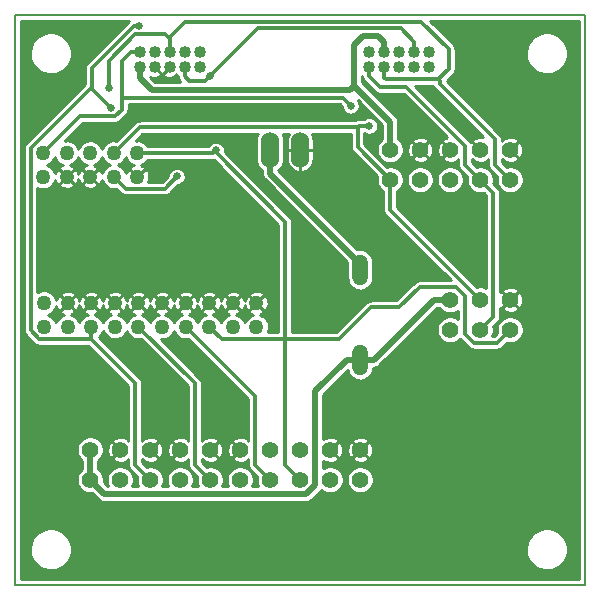
<source format=gtl>
G04 #@! TF.FileFunction,Copper,L1,Top,Signal*
%FSLAX46Y46*%
G04 Gerber Fmt 4.6, Leading zero omitted, Abs format (unit mm)*
G04 Created by KiCad (PCBNEW 4.0.2-stable) date 30/04/2017 18:34:37*
%MOMM*%
G01*
G04 APERTURE LIST*
%ADD10C,0.100000*%
%ADD11C,0.150000*%
%ADD12C,1.422400*%
%ADD13O,1.320800X2.641600*%
%ADD14O,1.524000X3.048000*%
%ADD15C,1.270000*%
%ADD16C,1.016000*%
%ADD17C,0.635000*%
%ADD18C,0.304800*%
%ADD19C,0.508000*%
%ADD20C,0.254000*%
G04 APERTURE END LIST*
D10*
D11*
X50800000Y-160020000D02*
X99060000Y-160020000D01*
X99060000Y-160020000D02*
X99060000Y-111760000D01*
X99060000Y-111760000D02*
X50800000Y-111760000D01*
X50800000Y-111760000D02*
X50800000Y-160020000D01*
D12*
X82550000Y-125730000D03*
X82550000Y-123190000D03*
X85090000Y-125730000D03*
X85090000Y-123190000D03*
X87630000Y-125730000D03*
X87630000Y-123190000D03*
X90170000Y-125730000D03*
X90170000Y-123190000D03*
X92710000Y-125730000D03*
X92710000Y-123190000D03*
X87630000Y-138430000D03*
X87630000Y-135890000D03*
X90170000Y-138430000D03*
X90170000Y-135890000D03*
X92710000Y-138430000D03*
X92710000Y-135890000D03*
X57150000Y-151130000D03*
X57150000Y-148590000D03*
X59690000Y-151130000D03*
X59690000Y-148590000D03*
X62230000Y-151130000D03*
X62230000Y-148590000D03*
X64770000Y-151130000D03*
X64770000Y-148590000D03*
X67310000Y-151130000D03*
X67310000Y-148590000D03*
X69850000Y-151130000D03*
X69850000Y-148590000D03*
X72390000Y-151130000D03*
X72390000Y-148590000D03*
X74930000Y-151130000D03*
X74930000Y-148590000D03*
X77470000Y-151130000D03*
X77470000Y-148590000D03*
X80010000Y-151130000D03*
X80010000Y-148590000D03*
D13*
X80010000Y-140970000D03*
X80010000Y-133350000D03*
D14*
X72390000Y-123190000D03*
X74930000Y-123190000D03*
D15*
X53150000Y-125460000D03*
X53150000Y-123460000D03*
X55150000Y-125460000D03*
X55150000Y-123460000D03*
X57150000Y-125460000D03*
X57150000Y-123460000D03*
X59150000Y-125460000D03*
X59150000Y-123460000D03*
X61150000Y-125460000D03*
X61150000Y-123460000D03*
X53230000Y-138160000D03*
X53230000Y-136160000D03*
X55230000Y-138160000D03*
X55230000Y-136160000D03*
X57230000Y-138160000D03*
X57230000Y-136160000D03*
X59230000Y-138160000D03*
X59230000Y-136160000D03*
X61230000Y-138160000D03*
X61230000Y-136160000D03*
X63230000Y-138160000D03*
X63230000Y-136160000D03*
X65230000Y-138160000D03*
X65230000Y-136160000D03*
X67230000Y-138160000D03*
X67230000Y-136160000D03*
X69230000Y-138160000D03*
X69230000Y-136160000D03*
X71230000Y-138160000D03*
X71230000Y-136160000D03*
D16*
X61341000Y-116205000D03*
X61341000Y-114935000D03*
X62611000Y-116205000D03*
X62611000Y-114935000D03*
X63881000Y-116205000D03*
X63881000Y-114935000D03*
X65151000Y-116205000D03*
X65151000Y-114935000D03*
X66421000Y-116205000D03*
X66421000Y-114935000D03*
X80772000Y-116205000D03*
X80772000Y-114935000D03*
X82042000Y-116205000D03*
X82042000Y-114935000D03*
X83312000Y-116205000D03*
X83312000Y-114935000D03*
X84582000Y-116205000D03*
X84582000Y-114935000D03*
X85852000Y-116205000D03*
X85852000Y-114935000D03*
D17*
X58727800Y-117948200D03*
X61267071Y-112712480D03*
X58928000Y-119633996D03*
X80772000Y-121158000D03*
X67806400Y-123232900D03*
X79209800Y-119465500D03*
X64489300Y-125448500D03*
X67322200Y-116924100D03*
D18*
X86741000Y-117615900D02*
X86741000Y-117348000D01*
X86741000Y-117348000D02*
X86614000Y-117221000D01*
X63881000Y-114935000D02*
X63881000Y-113665000D01*
X63881000Y-113665000D02*
X65176422Y-112369578D01*
X65176422Y-112369578D02*
X85191578Y-112369578D01*
X85191578Y-112369578D02*
X87503000Y-114681000D01*
X87503000Y-114681000D02*
X87503000Y-116332000D01*
X87503000Y-116332000D02*
X86614000Y-117221000D01*
X86614000Y-117221000D02*
X82169000Y-117221000D01*
X82169000Y-117221000D02*
X82042000Y-117094000D01*
X82042000Y-117094000D02*
X82042000Y-116205000D01*
X63500000Y-113411000D02*
X60960000Y-113411000D01*
X58727800Y-115643200D02*
X58727800Y-117948200D01*
X63881000Y-114935000D02*
X63881000Y-113792000D01*
X63881000Y-113792000D02*
X63500000Y-113411000D01*
X60960000Y-113411000D02*
X58727800Y-115643200D01*
X92710000Y-125730000D02*
X91440000Y-124460000D01*
X91440000Y-124460000D02*
X91440000Y-122314900D01*
X91440000Y-122314900D02*
X86741000Y-117615900D01*
X71120000Y-149860000D02*
X72390000Y-151130000D01*
X71120000Y-144050000D02*
X71120000Y-149860000D01*
X65230000Y-138160000D02*
X71120000Y-144050000D01*
D19*
X79511900Y-117755900D02*
X79157800Y-118110000D01*
X79157800Y-118110000D02*
X62357000Y-118110000D01*
X62357000Y-118110000D02*
X61341000Y-117094000D01*
X61341000Y-117094000D02*
X61341000Y-116205000D01*
X79511900Y-117755900D02*
X79511900Y-114290100D01*
X79511900Y-114290100D02*
X80264000Y-113538000D01*
X80264000Y-113538000D02*
X81534000Y-113538000D01*
X81534000Y-113538000D02*
X82042000Y-114046000D01*
X82042000Y-114046000D02*
X82042000Y-114935000D01*
X82550000Y-120794000D02*
X79511900Y-117755900D01*
X82550000Y-123190000D02*
X82550000Y-120794000D01*
X86233300Y-135890000D02*
X87630000Y-135890000D01*
X81153300Y-140970000D02*
X86233300Y-135890000D01*
X80010000Y-140970000D02*
X81153300Y-140970000D01*
X57150000Y-148590000D02*
X57150000Y-151130000D01*
X76200000Y-143636700D02*
X78866700Y-140970000D01*
X76200000Y-151556600D02*
X76200000Y-143636700D01*
X75415000Y-152341600D02*
X76200000Y-151556600D01*
X58361600Y-152341600D02*
X75415000Y-152341600D01*
X57150000Y-151130000D02*
X58361600Y-152341600D01*
X80010000Y-140970000D02*
X78866700Y-140970000D01*
D18*
X90170000Y-125730000D02*
X88900000Y-124460000D01*
X88900000Y-124460000D02*
X88900000Y-122852800D01*
X88900000Y-122852800D02*
X83928611Y-117881411D01*
X83928611Y-117881411D02*
X81686411Y-117881411D01*
X81686411Y-117881411D02*
X80772000Y-116967000D01*
X80772000Y-116967000D02*
X80772000Y-116205000D01*
X66040000Y-149860000D02*
X67310000Y-151130000D01*
X66040000Y-142970000D02*
X66040000Y-149860000D01*
X61230000Y-138160000D02*
X66040000Y-142970000D01*
X91281200Y-126841200D02*
X90170000Y-125730000D01*
X91281200Y-137318800D02*
X91281200Y-126841200D01*
X90170000Y-138430000D02*
X91281200Y-137318800D01*
X60818059Y-112712480D02*
X61267071Y-112712480D01*
X57301300Y-116229239D02*
X60818059Y-112712480D01*
X57301300Y-117840500D02*
X57301300Y-116229239D01*
X58610501Y-119316497D02*
X58928000Y-119633996D01*
X57301300Y-118007296D02*
X58610501Y-119316497D01*
X57301300Y-117840500D02*
X57301300Y-118007296D01*
X80322988Y-121158000D02*
X80772000Y-121158000D01*
X79912200Y-121158000D02*
X80322988Y-121158000D01*
X79786500Y-121283700D02*
X79912200Y-121158000D01*
X82550000Y-128270000D02*
X82550000Y-125730000D01*
X90170000Y-135890000D02*
X82550000Y-128270000D01*
X79786500Y-122966500D02*
X82550000Y-125730000D01*
X79786500Y-121283700D02*
X79786500Y-122966500D01*
X61326300Y-121283700D02*
X79786500Y-121283700D01*
X59150000Y-123460000D02*
X61326300Y-121283700D01*
X57230000Y-138160000D02*
X57230000Y-139200900D01*
X60960000Y-149860000D02*
X62230000Y-151130000D01*
X60960000Y-142930900D02*
X60960000Y-149860000D01*
X57230000Y-139200900D02*
X60960000Y-142930900D01*
X52831100Y-139200900D02*
X57230000Y-139200900D01*
X52103400Y-138473200D02*
X52831100Y-139200900D01*
X52103400Y-123038400D02*
X52103400Y-138473200D01*
X57301300Y-117840500D02*
X52103400Y-123038400D01*
X73660000Y-139198600D02*
X73660000Y-129280100D01*
X73660000Y-129280100D02*
X67709600Y-123329700D01*
X92710000Y-138430000D02*
X91598900Y-139541100D01*
X88900000Y-138785400D02*
X88900000Y-135562500D01*
X91598900Y-139541100D02*
X89655700Y-139541100D01*
X85043300Y-134793700D02*
X83312000Y-136525000D01*
X89655700Y-139541100D02*
X88900000Y-138785400D01*
X88900000Y-135562500D02*
X88131200Y-134793700D01*
X88131200Y-134793700D02*
X85043300Y-134793700D01*
X83312000Y-136525000D02*
X80904800Y-136525000D01*
X80904800Y-136525000D02*
X78237800Y-139192000D01*
X78237800Y-139192000D02*
X73660000Y-139192000D01*
X67579300Y-123460000D02*
X67709600Y-123329700D01*
X61150000Y-123460000D02*
X67579300Y-123460000D01*
X67709600Y-123329700D02*
X67806400Y-123232900D01*
X68268600Y-139198600D02*
X73660000Y-139198600D01*
X67230000Y-138160000D02*
X68268600Y-139198600D01*
X73660000Y-149860000D02*
X74930000Y-151130000D01*
X73660000Y-139198600D02*
X73660000Y-149860000D01*
D19*
X72390000Y-123190000D02*
X72390000Y-125222000D01*
X72390000Y-125222000D02*
X80010000Y-132842000D01*
X80010000Y-132842000D02*
X80010000Y-133350000D01*
D18*
X59817000Y-118745000D02*
X59817000Y-115697000D01*
X59817000Y-115697000D02*
X60579000Y-114935000D01*
X60579000Y-114935000D02*
X61341000Y-114935000D01*
X53150000Y-123460000D02*
X56277495Y-120332505D01*
X56277495Y-120332505D02*
X59263281Y-120332505D01*
X59263281Y-120332505D02*
X59817000Y-119778786D01*
X78514700Y-118770400D02*
X79209800Y-119465500D01*
X59817000Y-119778786D02*
X59817000Y-118745000D01*
X59817000Y-118745000D02*
X59842400Y-118770400D01*
X59842400Y-118770400D02*
X78514700Y-118770400D01*
X65151000Y-116205000D02*
X65151000Y-116967000D01*
X65532000Y-117348000D02*
X66898300Y-117348000D01*
X65151000Y-116967000D02*
X65532000Y-117348000D01*
X66898300Y-117348000D02*
X67322200Y-116924100D01*
X67322200Y-116924100D02*
X71343311Y-112902989D01*
X71343311Y-112902989D02*
X83438989Y-112902989D01*
X83438989Y-112902989D02*
X84582000Y-114046000D01*
X84582000Y-114046000D02*
X84582000Y-114935000D01*
X63461400Y-126476400D02*
X64489300Y-125448500D01*
X60166400Y-126476400D02*
X63461400Y-126476400D01*
X59150000Y-125460000D02*
X60166400Y-126476400D01*
D20*
G36*
X60455970Y-112263695D02*
X60414121Y-112297102D01*
X60409880Y-112301285D01*
X60409794Y-112301355D01*
X60409728Y-112301435D01*
X60408361Y-112302783D01*
X56891602Y-115819541D01*
X56857620Y-115860911D01*
X56823229Y-115901897D01*
X56821760Y-115904569D01*
X56819828Y-115906921D01*
X56794545Y-115954074D01*
X56768753Y-116000989D01*
X56767832Y-116003893D01*
X56766392Y-116006578D01*
X56750747Y-116057751D01*
X56734561Y-116108775D01*
X56734221Y-116111804D01*
X56733331Y-116114716D01*
X56727929Y-116167897D01*
X56721956Y-116221149D01*
X56721915Y-116227111D01*
X56721904Y-116227217D01*
X56721913Y-116227316D01*
X56721900Y-116229239D01*
X56721900Y-117600505D01*
X51693702Y-122628702D01*
X51659720Y-122670072D01*
X51625329Y-122711058D01*
X51623860Y-122713730D01*
X51621928Y-122716082D01*
X51596645Y-122763235D01*
X51570853Y-122810150D01*
X51569932Y-122813054D01*
X51568492Y-122815739D01*
X51552847Y-122866912D01*
X51536661Y-122917936D01*
X51536321Y-122920965D01*
X51535431Y-122923877D01*
X51530029Y-122977058D01*
X51524056Y-123030310D01*
X51524015Y-123036272D01*
X51524004Y-123036378D01*
X51524013Y-123036477D01*
X51524000Y-123038400D01*
X51524000Y-138473200D01*
X51529221Y-138526442D01*
X51533887Y-138579781D01*
X51534738Y-138582710D01*
X51535035Y-138585739D01*
X51550492Y-138636937D01*
X51565435Y-138688370D01*
X51566838Y-138691076D01*
X51567718Y-138693992D01*
X51592842Y-138741244D01*
X51617474Y-138788764D01*
X51619375Y-138791145D01*
X51620805Y-138793835D01*
X51654590Y-138835259D01*
X51688021Y-138877138D01*
X51692210Y-138881385D01*
X51692275Y-138881465D01*
X51692349Y-138881526D01*
X51693702Y-138882898D01*
X52421402Y-139610598D01*
X52462772Y-139644580D01*
X52503758Y-139678971D01*
X52506430Y-139680440D01*
X52508782Y-139682372D01*
X52555935Y-139707655D01*
X52602850Y-139733447D01*
X52605754Y-139734368D01*
X52608439Y-139735808D01*
X52659612Y-139751453D01*
X52710636Y-139767639D01*
X52713665Y-139767979D01*
X52716577Y-139768869D01*
X52769758Y-139774271D01*
X52823010Y-139780244D01*
X52828972Y-139780285D01*
X52829078Y-139780296D01*
X52829177Y-139780287D01*
X52831100Y-139780300D01*
X56990004Y-139780300D01*
X60380600Y-143170895D01*
X60380600Y-147828889D01*
X60335272Y-147701008D01*
X60149439Y-147592204D01*
X59945951Y-147521743D01*
X59732627Y-147492336D01*
X59517664Y-147505112D01*
X59309324Y-147559578D01*
X59115613Y-147653644D01*
X59044728Y-147701008D01*
X58981133Y-147880425D01*
X59690000Y-148589293D01*
X59704142Y-148575150D01*
X59704850Y-148575858D01*
X59690707Y-148590000D01*
X59704850Y-148604142D01*
X59704142Y-148604850D01*
X59690000Y-148590707D01*
X58981133Y-149299575D01*
X59044728Y-149478992D01*
X59230561Y-149587796D01*
X59434049Y-149658257D01*
X59647373Y-149687664D01*
X59862336Y-149674888D01*
X60070676Y-149620422D01*
X60264387Y-149526356D01*
X60335272Y-149478992D01*
X60380600Y-149351111D01*
X60380600Y-149860000D01*
X60385821Y-149913242D01*
X60390487Y-149966581D01*
X60391338Y-149969510D01*
X60391635Y-149972539D01*
X60407092Y-150023737D01*
X60422035Y-150075170D01*
X60423438Y-150077876D01*
X60424318Y-150080792D01*
X60449442Y-150128044D01*
X60474074Y-150175564D01*
X60475975Y-150177945D01*
X60477405Y-150180635D01*
X60511190Y-150222059D01*
X60544621Y-150263938D01*
X60548810Y-150268185D01*
X60548875Y-150268265D01*
X60548949Y-150268326D01*
X60550302Y-150269698D01*
X61126673Y-150846069D01*
X61093421Y-151002512D01*
X61090304Y-151225703D01*
X61130598Y-151445248D01*
X61212768Y-151652786D01*
X61217804Y-151660600D01*
X60699730Y-151660600D01*
X60775236Y-151491010D01*
X60824689Y-151273344D01*
X60828249Y-151018394D01*
X60784893Y-150799432D01*
X60699833Y-150593062D01*
X60576309Y-150407144D01*
X60419026Y-150248759D01*
X60233975Y-150123940D01*
X60028203Y-150037441D01*
X59809550Y-149992558D01*
X59586343Y-149991000D01*
X59367084Y-150032826D01*
X59160125Y-150116443D01*
X58973349Y-150238666D01*
X58813870Y-150394839D01*
X58687762Y-150579015D01*
X58599829Y-150784177D01*
X58553421Y-151002512D01*
X58550304Y-151225703D01*
X58590598Y-151445248D01*
X58672768Y-151652786D01*
X58677804Y-151660600D01*
X58643680Y-151660600D01*
X58279456Y-151296376D01*
X58284689Y-151273344D01*
X58288249Y-151018394D01*
X58244893Y-150799432D01*
X58159833Y-150593062D01*
X58036309Y-150407144D01*
X57879026Y-150248759D01*
X57831000Y-150216365D01*
X57831000Y-149505936D01*
X57854136Y-149491253D01*
X58015781Y-149337322D01*
X58144447Y-149154925D01*
X58235236Y-148951010D01*
X58284689Y-148733344D01*
X58287285Y-148547373D01*
X58592336Y-148547373D01*
X58605112Y-148762336D01*
X58659578Y-148970676D01*
X58753644Y-149164387D01*
X58801008Y-149235272D01*
X58980425Y-149298867D01*
X59689293Y-148590000D01*
X58980425Y-147881133D01*
X58801008Y-147944728D01*
X58692204Y-148130561D01*
X58621743Y-148334049D01*
X58592336Y-148547373D01*
X58287285Y-148547373D01*
X58288249Y-148478394D01*
X58244893Y-148259432D01*
X58159833Y-148053062D01*
X58036309Y-147867144D01*
X57879026Y-147708759D01*
X57693975Y-147583940D01*
X57488203Y-147497441D01*
X57269550Y-147452558D01*
X57046343Y-147451000D01*
X56827084Y-147492826D01*
X56620125Y-147576443D01*
X56433349Y-147698666D01*
X56273870Y-147854839D01*
X56147762Y-148039015D01*
X56059829Y-148244177D01*
X56013421Y-148462512D01*
X56010304Y-148685703D01*
X56050598Y-148905248D01*
X56132768Y-149112786D01*
X56253684Y-149300411D01*
X56408741Y-149460977D01*
X56469000Y-149502858D01*
X56469000Y-150215337D01*
X56433349Y-150238666D01*
X56273870Y-150394839D01*
X56147762Y-150579015D01*
X56059829Y-150784177D01*
X56013421Y-151002512D01*
X56010304Y-151225703D01*
X56050598Y-151445248D01*
X56132768Y-151652786D01*
X56253684Y-151840411D01*
X56408741Y-152000977D01*
X56592031Y-152128367D01*
X56796575Y-152217730D01*
X57014581Y-152265662D01*
X57237744Y-152270336D01*
X57313839Y-152256919D01*
X57880060Y-152823140D01*
X57928654Y-152863055D01*
X57976857Y-152903502D01*
X57979998Y-152905229D01*
X57982763Y-152907500D01*
X58038188Y-152937219D01*
X58093326Y-152967531D01*
X58096739Y-152968614D01*
X58099895Y-152970306D01*
X58160036Y-152988693D01*
X58220012Y-153007719D01*
X58223573Y-153008118D01*
X58226996Y-153009165D01*
X58289558Y-153015520D01*
X58352092Y-153022534D01*
X58359091Y-153022583D01*
X58359223Y-153022596D01*
X58359346Y-153022584D01*
X58361600Y-153022600D01*
X75415000Y-153022600D01*
X75477572Y-153016465D01*
X75540270Y-153010979D01*
X75543711Y-153009979D01*
X75547274Y-153009630D01*
X75607527Y-152991439D01*
X75667902Y-152973898D01*
X75671077Y-152972252D01*
X75674509Y-152971216D01*
X75730063Y-152941677D01*
X75785899Y-152912735D01*
X75788699Y-152910500D01*
X75791860Y-152908819D01*
X75840601Y-152869067D01*
X75889770Y-152829816D01*
X75894754Y-152824901D01*
X75894856Y-152824818D01*
X75894934Y-152824724D01*
X75896540Y-152823140D01*
X76681540Y-152038139D01*
X76719730Y-151991646D01*
X76728741Y-152000977D01*
X76912031Y-152128367D01*
X77116575Y-152217730D01*
X77334581Y-152265662D01*
X77557744Y-152270336D01*
X77777565Y-152231576D01*
X77985672Y-152150857D01*
X78174136Y-152031253D01*
X78335781Y-151877322D01*
X78464447Y-151694925D01*
X78555236Y-151491010D01*
X78604689Y-151273344D01*
X78605354Y-151225703D01*
X78870304Y-151225703D01*
X78910598Y-151445248D01*
X78992768Y-151652786D01*
X79113684Y-151840411D01*
X79268741Y-152000977D01*
X79452031Y-152128367D01*
X79656575Y-152217730D01*
X79874581Y-152265662D01*
X80097744Y-152270336D01*
X80317565Y-152231576D01*
X80525672Y-152150857D01*
X80714136Y-152031253D01*
X80875781Y-151877322D01*
X81004447Y-151694925D01*
X81095236Y-151491010D01*
X81144689Y-151273344D01*
X81148249Y-151018394D01*
X81104893Y-150799432D01*
X81019833Y-150593062D01*
X80896309Y-150407144D01*
X80739026Y-150248759D01*
X80553975Y-150123940D01*
X80348203Y-150037441D01*
X80129550Y-149992558D01*
X79906343Y-149991000D01*
X79687084Y-150032826D01*
X79480125Y-150116443D01*
X79293349Y-150238666D01*
X79133870Y-150394839D01*
X79007762Y-150579015D01*
X78919829Y-150784177D01*
X78873421Y-151002512D01*
X78870304Y-151225703D01*
X78605354Y-151225703D01*
X78608249Y-151018394D01*
X78564893Y-150799432D01*
X78479833Y-150593062D01*
X78356309Y-150407144D01*
X78199026Y-150248759D01*
X78013975Y-150123940D01*
X77808203Y-150037441D01*
X77589550Y-149992558D01*
X77366343Y-149991000D01*
X77147084Y-150032826D01*
X76940125Y-150116443D01*
X76881000Y-150155133D01*
X76881000Y-149511939D01*
X77010561Y-149587796D01*
X77214049Y-149658257D01*
X77427373Y-149687664D01*
X77642336Y-149674888D01*
X77850676Y-149620422D01*
X78044387Y-149526356D01*
X78115272Y-149478992D01*
X78178867Y-149299575D01*
X79301133Y-149299575D01*
X79364728Y-149478992D01*
X79550561Y-149587796D01*
X79754049Y-149658257D01*
X79967373Y-149687664D01*
X80182336Y-149674888D01*
X80390676Y-149620422D01*
X80584387Y-149526356D01*
X80655272Y-149478992D01*
X80718867Y-149299575D01*
X80010000Y-148590707D01*
X79301133Y-149299575D01*
X78178867Y-149299575D01*
X77470000Y-148590707D01*
X77455858Y-148604850D01*
X77455150Y-148604142D01*
X77469293Y-148590000D01*
X77470707Y-148590000D01*
X78179575Y-149298867D01*
X78358992Y-149235272D01*
X78467796Y-149049439D01*
X78538257Y-148845951D01*
X78567664Y-148632627D01*
X78562598Y-148547373D01*
X78912336Y-148547373D01*
X78925112Y-148762336D01*
X78979578Y-148970676D01*
X79073644Y-149164387D01*
X79121008Y-149235272D01*
X79300425Y-149298867D01*
X80009293Y-148590000D01*
X80010707Y-148590000D01*
X80719575Y-149298867D01*
X80898992Y-149235272D01*
X81007796Y-149049439D01*
X81078257Y-148845951D01*
X81107664Y-148632627D01*
X81094888Y-148417664D01*
X81040422Y-148209324D01*
X80946356Y-148015613D01*
X80898992Y-147944728D01*
X80719575Y-147881133D01*
X80010707Y-148590000D01*
X80009293Y-148590000D01*
X79300425Y-147881133D01*
X79121008Y-147944728D01*
X79012204Y-148130561D01*
X78941743Y-148334049D01*
X78912336Y-148547373D01*
X78562598Y-148547373D01*
X78554888Y-148417664D01*
X78500422Y-148209324D01*
X78406356Y-148015613D01*
X78358992Y-147944728D01*
X78179575Y-147881133D01*
X77470707Y-148590000D01*
X77469293Y-148590000D01*
X77455150Y-148575858D01*
X77455858Y-148575150D01*
X77470000Y-148589293D01*
X78178867Y-147880425D01*
X79301133Y-147880425D01*
X80010000Y-148589293D01*
X80718867Y-147880425D01*
X80655272Y-147701008D01*
X80469439Y-147592204D01*
X80265951Y-147521743D01*
X80052627Y-147492336D01*
X79837664Y-147505112D01*
X79629324Y-147559578D01*
X79435613Y-147653644D01*
X79364728Y-147701008D01*
X79301133Y-147880425D01*
X78178867Y-147880425D01*
X78115272Y-147701008D01*
X77929439Y-147592204D01*
X77725951Y-147521743D01*
X77512627Y-147492336D01*
X77297664Y-147505112D01*
X77089324Y-147559578D01*
X76895613Y-147653644D01*
X76881000Y-147663408D01*
X76881000Y-143918780D01*
X78944794Y-141854986D01*
X79004649Y-142053233D01*
X79104281Y-142240615D01*
X79238413Y-142405076D01*
X79401934Y-142540352D01*
X79588616Y-142641291D01*
X79791348Y-142704047D01*
X80002409Y-142726231D01*
X80213758Y-142706996D01*
X80417347Y-142647077D01*
X80605420Y-142548755D01*
X80770814Y-142415775D01*
X80907228Y-142253202D01*
X81009468Y-142067229D01*
X81073638Y-141864940D01*
X81097294Y-141654039D01*
X81097315Y-141651000D01*
X81153300Y-141651000D01*
X81215872Y-141644865D01*
X81278570Y-141639379D01*
X81282011Y-141638379D01*
X81285574Y-141638030D01*
X81345827Y-141619839D01*
X81406202Y-141602298D01*
X81409377Y-141600652D01*
X81412809Y-141599616D01*
X81468363Y-141570077D01*
X81524199Y-141541135D01*
X81526999Y-141538900D01*
X81530160Y-141537219D01*
X81578901Y-141497467D01*
X81628070Y-141458216D01*
X81633054Y-141453301D01*
X81633156Y-141453218D01*
X81633234Y-141453124D01*
X81634840Y-141451540D01*
X86515380Y-136571000D01*
X86714730Y-136571000D01*
X86733684Y-136600411D01*
X86888741Y-136760977D01*
X87072031Y-136888367D01*
X87276575Y-136977730D01*
X87494581Y-137025662D01*
X87717744Y-137030336D01*
X87937565Y-136991576D01*
X88145672Y-136910857D01*
X88320600Y-136799843D01*
X88320600Y-137522840D01*
X88173975Y-137423940D01*
X87968203Y-137337441D01*
X87749550Y-137292558D01*
X87526343Y-137291000D01*
X87307084Y-137332826D01*
X87100125Y-137416443D01*
X86913349Y-137538666D01*
X86753870Y-137694839D01*
X86627762Y-137879015D01*
X86539829Y-138084177D01*
X86493421Y-138302512D01*
X86490304Y-138525703D01*
X86530598Y-138745248D01*
X86612768Y-138952786D01*
X86733684Y-139140411D01*
X86888741Y-139300977D01*
X87072031Y-139428367D01*
X87276575Y-139517730D01*
X87494581Y-139565662D01*
X87717744Y-139570336D01*
X87937565Y-139531576D01*
X88145672Y-139450857D01*
X88334136Y-139331253D01*
X88483991Y-139188549D01*
X88484621Y-139189338D01*
X88488810Y-139193585D01*
X88488875Y-139193665D01*
X88488949Y-139193726D01*
X88490302Y-139195098D01*
X89246002Y-139950798D01*
X89287372Y-139984780D01*
X89328358Y-140019171D01*
X89331030Y-140020640D01*
X89333382Y-140022572D01*
X89380535Y-140047855D01*
X89427450Y-140073647D01*
X89430354Y-140074568D01*
X89433039Y-140076008D01*
X89484212Y-140091653D01*
X89535236Y-140107839D01*
X89538265Y-140108179D01*
X89541177Y-140109069D01*
X89594358Y-140114471D01*
X89647610Y-140120444D01*
X89653572Y-140120485D01*
X89653678Y-140120496D01*
X89653777Y-140120487D01*
X89655700Y-140120500D01*
X91598900Y-140120500D01*
X91652142Y-140115279D01*
X91705481Y-140110613D01*
X91708410Y-140109762D01*
X91711439Y-140109465D01*
X91762637Y-140094008D01*
X91814070Y-140079065D01*
X91816776Y-140077662D01*
X91819692Y-140076782D01*
X91866944Y-140051658D01*
X91914464Y-140027026D01*
X91916845Y-140025125D01*
X91919535Y-140023695D01*
X91960959Y-139989910D01*
X92002838Y-139956479D01*
X92007085Y-139952290D01*
X92007165Y-139952225D01*
X92007226Y-139952151D01*
X92008598Y-139950798D01*
X92426329Y-139533067D01*
X92574581Y-139565662D01*
X92797744Y-139570336D01*
X93017565Y-139531576D01*
X93225672Y-139450857D01*
X93414136Y-139331253D01*
X93575781Y-139177322D01*
X93704447Y-138994925D01*
X93795236Y-138791010D01*
X93844689Y-138573344D01*
X93848249Y-138318394D01*
X93804893Y-138099432D01*
X93719833Y-137893062D01*
X93596309Y-137707144D01*
X93439026Y-137548759D01*
X93253975Y-137423940D01*
X93048203Y-137337441D01*
X92829550Y-137292558D01*
X92606343Y-137291000D01*
X92387084Y-137332826D01*
X92180125Y-137416443D01*
X91993349Y-137538666D01*
X91833870Y-137694839D01*
X91707762Y-137879015D01*
X91619829Y-138084177D01*
X91573421Y-138302512D01*
X91570304Y-138525703D01*
X91605133Y-138715471D01*
X91358904Y-138961700D01*
X91179240Y-138961700D01*
X91255236Y-138791010D01*
X91304689Y-138573344D01*
X91308249Y-138318394D01*
X91273995Y-138145401D01*
X91690898Y-137728498D01*
X91724880Y-137687128D01*
X91759271Y-137646142D01*
X91760740Y-137643470D01*
X91762672Y-137641118D01*
X91787955Y-137593965D01*
X91813747Y-137547050D01*
X91814668Y-137544146D01*
X91816108Y-137541461D01*
X91831753Y-137490288D01*
X91847939Y-137439264D01*
X91848279Y-137436235D01*
X91849169Y-137433323D01*
X91854571Y-137380142D01*
X91860544Y-137326890D01*
X91860585Y-137320928D01*
X91860596Y-137320822D01*
X91860587Y-137320723D01*
X91860600Y-137318800D01*
X91860600Y-136599575D01*
X92001133Y-136599575D01*
X92064728Y-136778992D01*
X92250561Y-136887796D01*
X92454049Y-136958257D01*
X92667373Y-136987664D01*
X92882336Y-136974888D01*
X93090676Y-136920422D01*
X93284387Y-136826356D01*
X93355272Y-136778992D01*
X93418867Y-136599575D01*
X92710000Y-135890707D01*
X92001133Y-136599575D01*
X91860600Y-136599575D01*
X91860600Y-136549306D01*
X92000425Y-136598867D01*
X92709293Y-135890000D01*
X92710707Y-135890000D01*
X93419575Y-136598867D01*
X93598992Y-136535272D01*
X93707796Y-136349439D01*
X93778257Y-136145951D01*
X93807664Y-135932627D01*
X93794888Y-135717664D01*
X93740422Y-135509324D01*
X93646356Y-135315613D01*
X93598992Y-135244728D01*
X93419575Y-135181133D01*
X92710707Y-135890000D01*
X92709293Y-135890000D01*
X92000425Y-135181133D01*
X91860600Y-135230694D01*
X91860600Y-135180425D01*
X92001133Y-135180425D01*
X92710000Y-135889293D01*
X93418867Y-135180425D01*
X93355272Y-135001008D01*
X93169439Y-134892204D01*
X92965951Y-134821743D01*
X92752627Y-134792336D01*
X92537664Y-134805112D01*
X92329324Y-134859578D01*
X92135613Y-134953644D01*
X92064728Y-135001008D01*
X92001133Y-135180425D01*
X91860600Y-135180425D01*
X91860600Y-126841200D01*
X91855380Y-126787962D01*
X91850713Y-126734618D01*
X91849862Y-126731688D01*
X91849565Y-126728661D01*
X91834115Y-126677489D01*
X91819165Y-126626029D01*
X91817762Y-126623322D01*
X91816882Y-126620408D01*
X91791768Y-126573174D01*
X91767126Y-126525636D01*
X91765225Y-126523255D01*
X91763795Y-126520565D01*
X91729985Y-126479111D01*
X91696578Y-126437262D01*
X91692391Y-126433017D01*
X91692325Y-126432935D01*
X91692250Y-126432873D01*
X91690898Y-126431502D01*
X91272855Y-126013459D01*
X91304689Y-125873344D01*
X91308249Y-125618394D01*
X91264893Y-125399432D01*
X91179833Y-125193062D01*
X91056309Y-125007144D01*
X90899026Y-124848759D01*
X90713975Y-124723940D01*
X90508203Y-124637441D01*
X90289550Y-124592558D01*
X90066343Y-124591000D01*
X89884991Y-124625595D01*
X89479400Y-124220004D01*
X89479400Y-123951111D01*
X89524728Y-124078992D01*
X89710561Y-124187796D01*
X89914049Y-124258257D01*
X90127373Y-124287664D01*
X90342336Y-124274888D01*
X90550676Y-124220422D01*
X90744387Y-124126356D01*
X90815272Y-124078992D01*
X90860600Y-123951111D01*
X90860600Y-124460000D01*
X90865821Y-124513242D01*
X90870487Y-124566581D01*
X90871338Y-124569510D01*
X90871635Y-124572539D01*
X90887092Y-124623737D01*
X90902035Y-124675170D01*
X90903438Y-124677876D01*
X90904318Y-124680792D01*
X90929442Y-124728044D01*
X90954074Y-124775564D01*
X90955975Y-124777945D01*
X90957405Y-124780635D01*
X90991190Y-124822059D01*
X91024621Y-124863938D01*
X91028810Y-124868185D01*
X91028875Y-124868265D01*
X91028949Y-124868326D01*
X91030302Y-124869698D01*
X91606673Y-125446069D01*
X91573421Y-125602512D01*
X91570304Y-125825703D01*
X91610598Y-126045248D01*
X91692768Y-126252786D01*
X91813684Y-126440411D01*
X91968741Y-126600977D01*
X92152031Y-126728367D01*
X92356575Y-126817730D01*
X92574581Y-126865662D01*
X92797744Y-126870336D01*
X93017565Y-126831576D01*
X93225672Y-126750857D01*
X93414136Y-126631253D01*
X93575781Y-126477322D01*
X93704447Y-126294925D01*
X93795236Y-126091010D01*
X93844689Y-125873344D01*
X93848249Y-125618394D01*
X93804893Y-125399432D01*
X93719833Y-125193062D01*
X93596309Y-125007144D01*
X93439026Y-124848759D01*
X93253975Y-124723940D01*
X93048203Y-124637441D01*
X92829550Y-124592558D01*
X92606343Y-124591000D01*
X92424991Y-124625595D01*
X92019400Y-124220004D01*
X92019400Y-123951111D01*
X92064728Y-124078992D01*
X92250561Y-124187796D01*
X92454049Y-124258257D01*
X92667373Y-124287664D01*
X92882336Y-124274888D01*
X93090676Y-124220422D01*
X93284387Y-124126356D01*
X93355272Y-124078992D01*
X93418867Y-123899575D01*
X92710000Y-123190707D01*
X92695858Y-123204850D01*
X92695150Y-123204142D01*
X92709293Y-123190000D01*
X92710707Y-123190000D01*
X93419575Y-123898867D01*
X93598992Y-123835272D01*
X93707796Y-123649439D01*
X93778257Y-123445951D01*
X93807664Y-123232627D01*
X93794888Y-123017664D01*
X93740422Y-122809324D01*
X93646356Y-122615613D01*
X93598992Y-122544728D01*
X93419575Y-122481133D01*
X92710707Y-123190000D01*
X92709293Y-123190000D01*
X92695150Y-123175858D01*
X92695858Y-123175150D01*
X92710000Y-123189293D01*
X93418867Y-122480425D01*
X93355272Y-122301008D01*
X93169439Y-122192204D01*
X92965951Y-122121743D01*
X92752627Y-122092336D01*
X92537664Y-122105112D01*
X92329324Y-122159578D01*
X92135613Y-122253644D01*
X92064728Y-122301008D01*
X92019400Y-122428889D01*
X92019400Y-122314900D01*
X92014179Y-122261658D01*
X92009513Y-122208319D01*
X92008662Y-122205390D01*
X92008365Y-122202361D01*
X91992908Y-122151163D01*
X91977965Y-122099730D01*
X91976562Y-122097024D01*
X91975682Y-122094108D01*
X91950558Y-122046856D01*
X91925926Y-121999336D01*
X91924025Y-121996955D01*
X91922595Y-121994265D01*
X91888790Y-121952817D01*
X91855379Y-121910963D01*
X91851195Y-121906721D01*
X91851125Y-121906635D01*
X91851045Y-121906569D01*
X91849698Y-121905203D01*
X87320400Y-117375904D01*
X87320400Y-117348000D01*
X87319149Y-117335247D01*
X87912698Y-116741698D01*
X87946680Y-116700328D01*
X87981071Y-116659342D01*
X87982540Y-116656670D01*
X87984472Y-116654318D01*
X88009755Y-116607165D01*
X88035547Y-116560250D01*
X88036468Y-116557346D01*
X88037908Y-116554661D01*
X88053553Y-116503488D01*
X88069739Y-116452464D01*
X88070079Y-116449435D01*
X88070969Y-116446523D01*
X88076371Y-116393342D01*
X88082344Y-116340090D01*
X88082385Y-116334128D01*
X88082396Y-116334022D01*
X88082387Y-116333923D01*
X88082400Y-116332000D01*
X88082400Y-115169415D01*
X94020664Y-115169415D01*
X94083573Y-115512178D01*
X94211860Y-115836193D01*
X94400639Y-116129120D01*
X94642718Y-116379801D01*
X94928879Y-116578688D01*
X95248220Y-116718205D01*
X95588578Y-116793037D01*
X95936989Y-116800335D01*
X96280183Y-116739821D01*
X96605086Y-116613799D01*
X96899324Y-116427070D01*
X97151689Y-116186747D01*
X97352568Y-115901982D01*
X97494311Y-115583622D01*
X97571518Y-115243795D01*
X97577076Y-114845756D01*
X97509388Y-114503905D01*
X97376589Y-114181713D01*
X97183739Y-113891450D01*
X96938183Y-113644173D01*
X96649274Y-113449301D01*
X96328016Y-113314257D01*
X95986646Y-113244184D01*
X95638167Y-113241751D01*
X95295852Y-113307051D01*
X94972740Y-113437597D01*
X94681137Y-113628416D01*
X94432153Y-113872240D01*
X94235269Y-114159782D01*
X94097985Y-114480089D01*
X94025530Y-114820961D01*
X94020664Y-115169415D01*
X88082400Y-115169415D01*
X88082400Y-114681000D01*
X88077180Y-114627762D01*
X88072513Y-114574418D01*
X88071662Y-114571488D01*
X88071365Y-114568461D01*
X88055902Y-114517243D01*
X88040964Y-114465829D01*
X88039563Y-114463126D01*
X88038682Y-114460208D01*
X88013549Y-114412939D01*
X87988926Y-114365436D01*
X87987025Y-114363055D01*
X87985595Y-114360365D01*
X87951785Y-114318911D01*
X87918378Y-114277062D01*
X87914195Y-114272821D01*
X87914125Y-114272735D01*
X87914045Y-114272669D01*
X87912697Y-114271302D01*
X85903396Y-112262000D01*
X98558000Y-112262000D01*
X98558000Y-159518000D01*
X51302000Y-159518000D01*
X51302000Y-157169415D01*
X52020664Y-157169415D01*
X52083573Y-157512178D01*
X52211860Y-157836193D01*
X52400639Y-158129120D01*
X52642718Y-158379801D01*
X52928879Y-158578688D01*
X53248220Y-158718205D01*
X53588578Y-158793037D01*
X53936989Y-158800335D01*
X54280183Y-158739821D01*
X54605086Y-158613799D01*
X54899324Y-158427070D01*
X55151689Y-158186747D01*
X55352568Y-157901982D01*
X55494311Y-157583622D01*
X55571518Y-157243795D01*
X55572556Y-157169415D01*
X94020664Y-157169415D01*
X94083573Y-157512178D01*
X94211860Y-157836193D01*
X94400639Y-158129120D01*
X94642718Y-158379801D01*
X94928879Y-158578688D01*
X95248220Y-158718205D01*
X95588578Y-158793037D01*
X95936989Y-158800335D01*
X96280183Y-158739821D01*
X96605086Y-158613799D01*
X96899324Y-158427070D01*
X97151689Y-158186747D01*
X97352568Y-157901982D01*
X97494311Y-157583622D01*
X97571518Y-157243795D01*
X97577076Y-156845756D01*
X97509388Y-156503905D01*
X97376589Y-156181713D01*
X97183739Y-155891450D01*
X96938183Y-155644173D01*
X96649274Y-155449301D01*
X96328016Y-155314257D01*
X95986646Y-155244184D01*
X95638167Y-155241751D01*
X95295852Y-155307051D01*
X94972740Y-155437597D01*
X94681137Y-155628416D01*
X94432153Y-155872240D01*
X94235269Y-156159782D01*
X94097985Y-156480089D01*
X94025530Y-156820961D01*
X94020664Y-157169415D01*
X55572556Y-157169415D01*
X55577076Y-156845756D01*
X55509388Y-156503905D01*
X55376589Y-156181713D01*
X55183739Y-155891450D01*
X54938183Y-155644173D01*
X54649274Y-155449301D01*
X54328016Y-155314257D01*
X53986646Y-155244184D01*
X53638167Y-155241751D01*
X53295852Y-155307051D01*
X52972740Y-155437597D01*
X52681137Y-155628416D01*
X52432153Y-155872240D01*
X52235269Y-156159782D01*
X52097985Y-156480089D01*
X52025530Y-156820961D01*
X52020664Y-157169415D01*
X51302000Y-157169415D01*
X51302000Y-115169415D01*
X52020664Y-115169415D01*
X52083573Y-115512178D01*
X52211860Y-115836193D01*
X52400639Y-116129120D01*
X52642718Y-116379801D01*
X52928879Y-116578688D01*
X53248220Y-116718205D01*
X53588578Y-116793037D01*
X53936989Y-116800335D01*
X54280183Y-116739821D01*
X54605086Y-116613799D01*
X54899324Y-116427070D01*
X55151689Y-116186747D01*
X55352568Y-115901982D01*
X55494311Y-115583622D01*
X55571518Y-115243795D01*
X55577076Y-114845756D01*
X55509388Y-114503905D01*
X55376589Y-114181713D01*
X55183739Y-113891450D01*
X54938183Y-113644173D01*
X54649274Y-113449301D01*
X54328016Y-113314257D01*
X53986646Y-113244184D01*
X53638167Y-113241751D01*
X53295852Y-113307051D01*
X52972740Y-113437597D01*
X52681137Y-113628416D01*
X52432153Y-113872240D01*
X52235269Y-114159782D01*
X52097985Y-114480089D01*
X52025530Y-114820961D01*
X52020664Y-115169415D01*
X51302000Y-115169415D01*
X51302000Y-112262000D01*
X60458048Y-112262000D01*
X60455970Y-112263695D01*
X60455970Y-112263695D01*
G37*
X60455970Y-112263695D02*
X60414121Y-112297102D01*
X60409880Y-112301285D01*
X60409794Y-112301355D01*
X60409728Y-112301435D01*
X60408361Y-112302783D01*
X56891602Y-115819541D01*
X56857620Y-115860911D01*
X56823229Y-115901897D01*
X56821760Y-115904569D01*
X56819828Y-115906921D01*
X56794545Y-115954074D01*
X56768753Y-116000989D01*
X56767832Y-116003893D01*
X56766392Y-116006578D01*
X56750747Y-116057751D01*
X56734561Y-116108775D01*
X56734221Y-116111804D01*
X56733331Y-116114716D01*
X56727929Y-116167897D01*
X56721956Y-116221149D01*
X56721915Y-116227111D01*
X56721904Y-116227217D01*
X56721913Y-116227316D01*
X56721900Y-116229239D01*
X56721900Y-117600505D01*
X51693702Y-122628702D01*
X51659720Y-122670072D01*
X51625329Y-122711058D01*
X51623860Y-122713730D01*
X51621928Y-122716082D01*
X51596645Y-122763235D01*
X51570853Y-122810150D01*
X51569932Y-122813054D01*
X51568492Y-122815739D01*
X51552847Y-122866912D01*
X51536661Y-122917936D01*
X51536321Y-122920965D01*
X51535431Y-122923877D01*
X51530029Y-122977058D01*
X51524056Y-123030310D01*
X51524015Y-123036272D01*
X51524004Y-123036378D01*
X51524013Y-123036477D01*
X51524000Y-123038400D01*
X51524000Y-138473200D01*
X51529221Y-138526442D01*
X51533887Y-138579781D01*
X51534738Y-138582710D01*
X51535035Y-138585739D01*
X51550492Y-138636937D01*
X51565435Y-138688370D01*
X51566838Y-138691076D01*
X51567718Y-138693992D01*
X51592842Y-138741244D01*
X51617474Y-138788764D01*
X51619375Y-138791145D01*
X51620805Y-138793835D01*
X51654590Y-138835259D01*
X51688021Y-138877138D01*
X51692210Y-138881385D01*
X51692275Y-138881465D01*
X51692349Y-138881526D01*
X51693702Y-138882898D01*
X52421402Y-139610598D01*
X52462772Y-139644580D01*
X52503758Y-139678971D01*
X52506430Y-139680440D01*
X52508782Y-139682372D01*
X52555935Y-139707655D01*
X52602850Y-139733447D01*
X52605754Y-139734368D01*
X52608439Y-139735808D01*
X52659612Y-139751453D01*
X52710636Y-139767639D01*
X52713665Y-139767979D01*
X52716577Y-139768869D01*
X52769758Y-139774271D01*
X52823010Y-139780244D01*
X52828972Y-139780285D01*
X52829078Y-139780296D01*
X52829177Y-139780287D01*
X52831100Y-139780300D01*
X56990004Y-139780300D01*
X60380600Y-143170895D01*
X60380600Y-147828889D01*
X60335272Y-147701008D01*
X60149439Y-147592204D01*
X59945951Y-147521743D01*
X59732627Y-147492336D01*
X59517664Y-147505112D01*
X59309324Y-147559578D01*
X59115613Y-147653644D01*
X59044728Y-147701008D01*
X58981133Y-147880425D01*
X59690000Y-148589293D01*
X59704142Y-148575150D01*
X59704850Y-148575858D01*
X59690707Y-148590000D01*
X59704850Y-148604142D01*
X59704142Y-148604850D01*
X59690000Y-148590707D01*
X58981133Y-149299575D01*
X59044728Y-149478992D01*
X59230561Y-149587796D01*
X59434049Y-149658257D01*
X59647373Y-149687664D01*
X59862336Y-149674888D01*
X60070676Y-149620422D01*
X60264387Y-149526356D01*
X60335272Y-149478992D01*
X60380600Y-149351111D01*
X60380600Y-149860000D01*
X60385821Y-149913242D01*
X60390487Y-149966581D01*
X60391338Y-149969510D01*
X60391635Y-149972539D01*
X60407092Y-150023737D01*
X60422035Y-150075170D01*
X60423438Y-150077876D01*
X60424318Y-150080792D01*
X60449442Y-150128044D01*
X60474074Y-150175564D01*
X60475975Y-150177945D01*
X60477405Y-150180635D01*
X60511190Y-150222059D01*
X60544621Y-150263938D01*
X60548810Y-150268185D01*
X60548875Y-150268265D01*
X60548949Y-150268326D01*
X60550302Y-150269698D01*
X61126673Y-150846069D01*
X61093421Y-151002512D01*
X61090304Y-151225703D01*
X61130598Y-151445248D01*
X61212768Y-151652786D01*
X61217804Y-151660600D01*
X60699730Y-151660600D01*
X60775236Y-151491010D01*
X60824689Y-151273344D01*
X60828249Y-151018394D01*
X60784893Y-150799432D01*
X60699833Y-150593062D01*
X60576309Y-150407144D01*
X60419026Y-150248759D01*
X60233975Y-150123940D01*
X60028203Y-150037441D01*
X59809550Y-149992558D01*
X59586343Y-149991000D01*
X59367084Y-150032826D01*
X59160125Y-150116443D01*
X58973349Y-150238666D01*
X58813870Y-150394839D01*
X58687762Y-150579015D01*
X58599829Y-150784177D01*
X58553421Y-151002512D01*
X58550304Y-151225703D01*
X58590598Y-151445248D01*
X58672768Y-151652786D01*
X58677804Y-151660600D01*
X58643680Y-151660600D01*
X58279456Y-151296376D01*
X58284689Y-151273344D01*
X58288249Y-151018394D01*
X58244893Y-150799432D01*
X58159833Y-150593062D01*
X58036309Y-150407144D01*
X57879026Y-150248759D01*
X57831000Y-150216365D01*
X57831000Y-149505936D01*
X57854136Y-149491253D01*
X58015781Y-149337322D01*
X58144447Y-149154925D01*
X58235236Y-148951010D01*
X58284689Y-148733344D01*
X58287285Y-148547373D01*
X58592336Y-148547373D01*
X58605112Y-148762336D01*
X58659578Y-148970676D01*
X58753644Y-149164387D01*
X58801008Y-149235272D01*
X58980425Y-149298867D01*
X59689293Y-148590000D01*
X58980425Y-147881133D01*
X58801008Y-147944728D01*
X58692204Y-148130561D01*
X58621743Y-148334049D01*
X58592336Y-148547373D01*
X58287285Y-148547373D01*
X58288249Y-148478394D01*
X58244893Y-148259432D01*
X58159833Y-148053062D01*
X58036309Y-147867144D01*
X57879026Y-147708759D01*
X57693975Y-147583940D01*
X57488203Y-147497441D01*
X57269550Y-147452558D01*
X57046343Y-147451000D01*
X56827084Y-147492826D01*
X56620125Y-147576443D01*
X56433349Y-147698666D01*
X56273870Y-147854839D01*
X56147762Y-148039015D01*
X56059829Y-148244177D01*
X56013421Y-148462512D01*
X56010304Y-148685703D01*
X56050598Y-148905248D01*
X56132768Y-149112786D01*
X56253684Y-149300411D01*
X56408741Y-149460977D01*
X56469000Y-149502858D01*
X56469000Y-150215337D01*
X56433349Y-150238666D01*
X56273870Y-150394839D01*
X56147762Y-150579015D01*
X56059829Y-150784177D01*
X56013421Y-151002512D01*
X56010304Y-151225703D01*
X56050598Y-151445248D01*
X56132768Y-151652786D01*
X56253684Y-151840411D01*
X56408741Y-152000977D01*
X56592031Y-152128367D01*
X56796575Y-152217730D01*
X57014581Y-152265662D01*
X57237744Y-152270336D01*
X57313839Y-152256919D01*
X57880060Y-152823140D01*
X57928654Y-152863055D01*
X57976857Y-152903502D01*
X57979998Y-152905229D01*
X57982763Y-152907500D01*
X58038188Y-152937219D01*
X58093326Y-152967531D01*
X58096739Y-152968614D01*
X58099895Y-152970306D01*
X58160036Y-152988693D01*
X58220012Y-153007719D01*
X58223573Y-153008118D01*
X58226996Y-153009165D01*
X58289558Y-153015520D01*
X58352092Y-153022534D01*
X58359091Y-153022583D01*
X58359223Y-153022596D01*
X58359346Y-153022584D01*
X58361600Y-153022600D01*
X75415000Y-153022600D01*
X75477572Y-153016465D01*
X75540270Y-153010979D01*
X75543711Y-153009979D01*
X75547274Y-153009630D01*
X75607527Y-152991439D01*
X75667902Y-152973898D01*
X75671077Y-152972252D01*
X75674509Y-152971216D01*
X75730063Y-152941677D01*
X75785899Y-152912735D01*
X75788699Y-152910500D01*
X75791860Y-152908819D01*
X75840601Y-152869067D01*
X75889770Y-152829816D01*
X75894754Y-152824901D01*
X75894856Y-152824818D01*
X75894934Y-152824724D01*
X75896540Y-152823140D01*
X76681540Y-152038139D01*
X76719730Y-151991646D01*
X76728741Y-152000977D01*
X76912031Y-152128367D01*
X77116575Y-152217730D01*
X77334581Y-152265662D01*
X77557744Y-152270336D01*
X77777565Y-152231576D01*
X77985672Y-152150857D01*
X78174136Y-152031253D01*
X78335781Y-151877322D01*
X78464447Y-151694925D01*
X78555236Y-151491010D01*
X78604689Y-151273344D01*
X78605354Y-151225703D01*
X78870304Y-151225703D01*
X78910598Y-151445248D01*
X78992768Y-151652786D01*
X79113684Y-151840411D01*
X79268741Y-152000977D01*
X79452031Y-152128367D01*
X79656575Y-152217730D01*
X79874581Y-152265662D01*
X80097744Y-152270336D01*
X80317565Y-152231576D01*
X80525672Y-152150857D01*
X80714136Y-152031253D01*
X80875781Y-151877322D01*
X81004447Y-151694925D01*
X81095236Y-151491010D01*
X81144689Y-151273344D01*
X81148249Y-151018394D01*
X81104893Y-150799432D01*
X81019833Y-150593062D01*
X80896309Y-150407144D01*
X80739026Y-150248759D01*
X80553975Y-150123940D01*
X80348203Y-150037441D01*
X80129550Y-149992558D01*
X79906343Y-149991000D01*
X79687084Y-150032826D01*
X79480125Y-150116443D01*
X79293349Y-150238666D01*
X79133870Y-150394839D01*
X79007762Y-150579015D01*
X78919829Y-150784177D01*
X78873421Y-151002512D01*
X78870304Y-151225703D01*
X78605354Y-151225703D01*
X78608249Y-151018394D01*
X78564893Y-150799432D01*
X78479833Y-150593062D01*
X78356309Y-150407144D01*
X78199026Y-150248759D01*
X78013975Y-150123940D01*
X77808203Y-150037441D01*
X77589550Y-149992558D01*
X77366343Y-149991000D01*
X77147084Y-150032826D01*
X76940125Y-150116443D01*
X76881000Y-150155133D01*
X76881000Y-149511939D01*
X77010561Y-149587796D01*
X77214049Y-149658257D01*
X77427373Y-149687664D01*
X77642336Y-149674888D01*
X77850676Y-149620422D01*
X78044387Y-149526356D01*
X78115272Y-149478992D01*
X78178867Y-149299575D01*
X79301133Y-149299575D01*
X79364728Y-149478992D01*
X79550561Y-149587796D01*
X79754049Y-149658257D01*
X79967373Y-149687664D01*
X80182336Y-149674888D01*
X80390676Y-149620422D01*
X80584387Y-149526356D01*
X80655272Y-149478992D01*
X80718867Y-149299575D01*
X80010000Y-148590707D01*
X79301133Y-149299575D01*
X78178867Y-149299575D01*
X77470000Y-148590707D01*
X77455858Y-148604850D01*
X77455150Y-148604142D01*
X77469293Y-148590000D01*
X77470707Y-148590000D01*
X78179575Y-149298867D01*
X78358992Y-149235272D01*
X78467796Y-149049439D01*
X78538257Y-148845951D01*
X78567664Y-148632627D01*
X78562598Y-148547373D01*
X78912336Y-148547373D01*
X78925112Y-148762336D01*
X78979578Y-148970676D01*
X79073644Y-149164387D01*
X79121008Y-149235272D01*
X79300425Y-149298867D01*
X80009293Y-148590000D01*
X80010707Y-148590000D01*
X80719575Y-149298867D01*
X80898992Y-149235272D01*
X81007796Y-149049439D01*
X81078257Y-148845951D01*
X81107664Y-148632627D01*
X81094888Y-148417664D01*
X81040422Y-148209324D01*
X80946356Y-148015613D01*
X80898992Y-147944728D01*
X80719575Y-147881133D01*
X80010707Y-148590000D01*
X80009293Y-148590000D01*
X79300425Y-147881133D01*
X79121008Y-147944728D01*
X79012204Y-148130561D01*
X78941743Y-148334049D01*
X78912336Y-148547373D01*
X78562598Y-148547373D01*
X78554888Y-148417664D01*
X78500422Y-148209324D01*
X78406356Y-148015613D01*
X78358992Y-147944728D01*
X78179575Y-147881133D01*
X77470707Y-148590000D01*
X77469293Y-148590000D01*
X77455150Y-148575858D01*
X77455858Y-148575150D01*
X77470000Y-148589293D01*
X78178867Y-147880425D01*
X79301133Y-147880425D01*
X80010000Y-148589293D01*
X80718867Y-147880425D01*
X80655272Y-147701008D01*
X80469439Y-147592204D01*
X80265951Y-147521743D01*
X80052627Y-147492336D01*
X79837664Y-147505112D01*
X79629324Y-147559578D01*
X79435613Y-147653644D01*
X79364728Y-147701008D01*
X79301133Y-147880425D01*
X78178867Y-147880425D01*
X78115272Y-147701008D01*
X77929439Y-147592204D01*
X77725951Y-147521743D01*
X77512627Y-147492336D01*
X77297664Y-147505112D01*
X77089324Y-147559578D01*
X76895613Y-147653644D01*
X76881000Y-147663408D01*
X76881000Y-143918780D01*
X78944794Y-141854986D01*
X79004649Y-142053233D01*
X79104281Y-142240615D01*
X79238413Y-142405076D01*
X79401934Y-142540352D01*
X79588616Y-142641291D01*
X79791348Y-142704047D01*
X80002409Y-142726231D01*
X80213758Y-142706996D01*
X80417347Y-142647077D01*
X80605420Y-142548755D01*
X80770814Y-142415775D01*
X80907228Y-142253202D01*
X81009468Y-142067229D01*
X81073638Y-141864940D01*
X81097294Y-141654039D01*
X81097315Y-141651000D01*
X81153300Y-141651000D01*
X81215872Y-141644865D01*
X81278570Y-141639379D01*
X81282011Y-141638379D01*
X81285574Y-141638030D01*
X81345827Y-141619839D01*
X81406202Y-141602298D01*
X81409377Y-141600652D01*
X81412809Y-141599616D01*
X81468363Y-141570077D01*
X81524199Y-141541135D01*
X81526999Y-141538900D01*
X81530160Y-141537219D01*
X81578901Y-141497467D01*
X81628070Y-141458216D01*
X81633054Y-141453301D01*
X81633156Y-141453218D01*
X81633234Y-141453124D01*
X81634840Y-141451540D01*
X86515380Y-136571000D01*
X86714730Y-136571000D01*
X86733684Y-136600411D01*
X86888741Y-136760977D01*
X87072031Y-136888367D01*
X87276575Y-136977730D01*
X87494581Y-137025662D01*
X87717744Y-137030336D01*
X87937565Y-136991576D01*
X88145672Y-136910857D01*
X88320600Y-136799843D01*
X88320600Y-137522840D01*
X88173975Y-137423940D01*
X87968203Y-137337441D01*
X87749550Y-137292558D01*
X87526343Y-137291000D01*
X87307084Y-137332826D01*
X87100125Y-137416443D01*
X86913349Y-137538666D01*
X86753870Y-137694839D01*
X86627762Y-137879015D01*
X86539829Y-138084177D01*
X86493421Y-138302512D01*
X86490304Y-138525703D01*
X86530598Y-138745248D01*
X86612768Y-138952786D01*
X86733684Y-139140411D01*
X86888741Y-139300977D01*
X87072031Y-139428367D01*
X87276575Y-139517730D01*
X87494581Y-139565662D01*
X87717744Y-139570336D01*
X87937565Y-139531576D01*
X88145672Y-139450857D01*
X88334136Y-139331253D01*
X88483991Y-139188549D01*
X88484621Y-139189338D01*
X88488810Y-139193585D01*
X88488875Y-139193665D01*
X88488949Y-139193726D01*
X88490302Y-139195098D01*
X89246002Y-139950798D01*
X89287372Y-139984780D01*
X89328358Y-140019171D01*
X89331030Y-140020640D01*
X89333382Y-140022572D01*
X89380535Y-140047855D01*
X89427450Y-140073647D01*
X89430354Y-140074568D01*
X89433039Y-140076008D01*
X89484212Y-140091653D01*
X89535236Y-140107839D01*
X89538265Y-140108179D01*
X89541177Y-140109069D01*
X89594358Y-140114471D01*
X89647610Y-140120444D01*
X89653572Y-140120485D01*
X89653678Y-140120496D01*
X89653777Y-140120487D01*
X89655700Y-140120500D01*
X91598900Y-140120500D01*
X91652142Y-140115279D01*
X91705481Y-140110613D01*
X91708410Y-140109762D01*
X91711439Y-140109465D01*
X91762637Y-140094008D01*
X91814070Y-140079065D01*
X91816776Y-140077662D01*
X91819692Y-140076782D01*
X91866944Y-140051658D01*
X91914464Y-140027026D01*
X91916845Y-140025125D01*
X91919535Y-140023695D01*
X91960959Y-139989910D01*
X92002838Y-139956479D01*
X92007085Y-139952290D01*
X92007165Y-139952225D01*
X92007226Y-139952151D01*
X92008598Y-139950798D01*
X92426329Y-139533067D01*
X92574581Y-139565662D01*
X92797744Y-139570336D01*
X93017565Y-139531576D01*
X93225672Y-139450857D01*
X93414136Y-139331253D01*
X93575781Y-139177322D01*
X93704447Y-138994925D01*
X93795236Y-138791010D01*
X93844689Y-138573344D01*
X93848249Y-138318394D01*
X93804893Y-138099432D01*
X93719833Y-137893062D01*
X93596309Y-137707144D01*
X93439026Y-137548759D01*
X93253975Y-137423940D01*
X93048203Y-137337441D01*
X92829550Y-137292558D01*
X92606343Y-137291000D01*
X92387084Y-137332826D01*
X92180125Y-137416443D01*
X91993349Y-137538666D01*
X91833870Y-137694839D01*
X91707762Y-137879015D01*
X91619829Y-138084177D01*
X91573421Y-138302512D01*
X91570304Y-138525703D01*
X91605133Y-138715471D01*
X91358904Y-138961700D01*
X91179240Y-138961700D01*
X91255236Y-138791010D01*
X91304689Y-138573344D01*
X91308249Y-138318394D01*
X91273995Y-138145401D01*
X91690898Y-137728498D01*
X91724880Y-137687128D01*
X91759271Y-137646142D01*
X91760740Y-137643470D01*
X91762672Y-137641118D01*
X91787955Y-137593965D01*
X91813747Y-137547050D01*
X91814668Y-137544146D01*
X91816108Y-137541461D01*
X91831753Y-137490288D01*
X91847939Y-137439264D01*
X91848279Y-137436235D01*
X91849169Y-137433323D01*
X91854571Y-137380142D01*
X91860544Y-137326890D01*
X91860585Y-137320928D01*
X91860596Y-137320822D01*
X91860587Y-137320723D01*
X91860600Y-137318800D01*
X91860600Y-136599575D01*
X92001133Y-136599575D01*
X92064728Y-136778992D01*
X92250561Y-136887796D01*
X92454049Y-136958257D01*
X92667373Y-136987664D01*
X92882336Y-136974888D01*
X93090676Y-136920422D01*
X93284387Y-136826356D01*
X93355272Y-136778992D01*
X93418867Y-136599575D01*
X92710000Y-135890707D01*
X92001133Y-136599575D01*
X91860600Y-136599575D01*
X91860600Y-136549306D01*
X92000425Y-136598867D01*
X92709293Y-135890000D01*
X92710707Y-135890000D01*
X93419575Y-136598867D01*
X93598992Y-136535272D01*
X93707796Y-136349439D01*
X93778257Y-136145951D01*
X93807664Y-135932627D01*
X93794888Y-135717664D01*
X93740422Y-135509324D01*
X93646356Y-135315613D01*
X93598992Y-135244728D01*
X93419575Y-135181133D01*
X92710707Y-135890000D01*
X92709293Y-135890000D01*
X92000425Y-135181133D01*
X91860600Y-135230694D01*
X91860600Y-135180425D01*
X92001133Y-135180425D01*
X92710000Y-135889293D01*
X93418867Y-135180425D01*
X93355272Y-135001008D01*
X93169439Y-134892204D01*
X92965951Y-134821743D01*
X92752627Y-134792336D01*
X92537664Y-134805112D01*
X92329324Y-134859578D01*
X92135613Y-134953644D01*
X92064728Y-135001008D01*
X92001133Y-135180425D01*
X91860600Y-135180425D01*
X91860600Y-126841200D01*
X91855380Y-126787962D01*
X91850713Y-126734618D01*
X91849862Y-126731688D01*
X91849565Y-126728661D01*
X91834115Y-126677489D01*
X91819165Y-126626029D01*
X91817762Y-126623322D01*
X91816882Y-126620408D01*
X91791768Y-126573174D01*
X91767126Y-126525636D01*
X91765225Y-126523255D01*
X91763795Y-126520565D01*
X91729985Y-126479111D01*
X91696578Y-126437262D01*
X91692391Y-126433017D01*
X91692325Y-126432935D01*
X91692250Y-126432873D01*
X91690898Y-126431502D01*
X91272855Y-126013459D01*
X91304689Y-125873344D01*
X91308249Y-125618394D01*
X91264893Y-125399432D01*
X91179833Y-125193062D01*
X91056309Y-125007144D01*
X90899026Y-124848759D01*
X90713975Y-124723940D01*
X90508203Y-124637441D01*
X90289550Y-124592558D01*
X90066343Y-124591000D01*
X89884991Y-124625595D01*
X89479400Y-124220004D01*
X89479400Y-123951111D01*
X89524728Y-124078992D01*
X89710561Y-124187796D01*
X89914049Y-124258257D01*
X90127373Y-124287664D01*
X90342336Y-124274888D01*
X90550676Y-124220422D01*
X90744387Y-124126356D01*
X90815272Y-124078992D01*
X90860600Y-123951111D01*
X90860600Y-124460000D01*
X90865821Y-124513242D01*
X90870487Y-124566581D01*
X90871338Y-124569510D01*
X90871635Y-124572539D01*
X90887092Y-124623737D01*
X90902035Y-124675170D01*
X90903438Y-124677876D01*
X90904318Y-124680792D01*
X90929442Y-124728044D01*
X90954074Y-124775564D01*
X90955975Y-124777945D01*
X90957405Y-124780635D01*
X90991190Y-124822059D01*
X91024621Y-124863938D01*
X91028810Y-124868185D01*
X91028875Y-124868265D01*
X91028949Y-124868326D01*
X91030302Y-124869698D01*
X91606673Y-125446069D01*
X91573421Y-125602512D01*
X91570304Y-125825703D01*
X91610598Y-126045248D01*
X91692768Y-126252786D01*
X91813684Y-126440411D01*
X91968741Y-126600977D01*
X92152031Y-126728367D01*
X92356575Y-126817730D01*
X92574581Y-126865662D01*
X92797744Y-126870336D01*
X93017565Y-126831576D01*
X93225672Y-126750857D01*
X93414136Y-126631253D01*
X93575781Y-126477322D01*
X93704447Y-126294925D01*
X93795236Y-126091010D01*
X93844689Y-125873344D01*
X93848249Y-125618394D01*
X93804893Y-125399432D01*
X93719833Y-125193062D01*
X93596309Y-125007144D01*
X93439026Y-124848759D01*
X93253975Y-124723940D01*
X93048203Y-124637441D01*
X92829550Y-124592558D01*
X92606343Y-124591000D01*
X92424991Y-124625595D01*
X92019400Y-124220004D01*
X92019400Y-123951111D01*
X92064728Y-124078992D01*
X92250561Y-124187796D01*
X92454049Y-124258257D01*
X92667373Y-124287664D01*
X92882336Y-124274888D01*
X93090676Y-124220422D01*
X93284387Y-124126356D01*
X93355272Y-124078992D01*
X93418867Y-123899575D01*
X92710000Y-123190707D01*
X92695858Y-123204850D01*
X92695150Y-123204142D01*
X92709293Y-123190000D01*
X92710707Y-123190000D01*
X93419575Y-123898867D01*
X93598992Y-123835272D01*
X93707796Y-123649439D01*
X93778257Y-123445951D01*
X93807664Y-123232627D01*
X93794888Y-123017664D01*
X93740422Y-122809324D01*
X93646356Y-122615613D01*
X93598992Y-122544728D01*
X93419575Y-122481133D01*
X92710707Y-123190000D01*
X92709293Y-123190000D01*
X92695150Y-123175858D01*
X92695858Y-123175150D01*
X92710000Y-123189293D01*
X93418867Y-122480425D01*
X93355272Y-122301008D01*
X93169439Y-122192204D01*
X92965951Y-122121743D01*
X92752627Y-122092336D01*
X92537664Y-122105112D01*
X92329324Y-122159578D01*
X92135613Y-122253644D01*
X92064728Y-122301008D01*
X92019400Y-122428889D01*
X92019400Y-122314900D01*
X92014179Y-122261658D01*
X92009513Y-122208319D01*
X92008662Y-122205390D01*
X92008365Y-122202361D01*
X91992908Y-122151163D01*
X91977965Y-122099730D01*
X91976562Y-122097024D01*
X91975682Y-122094108D01*
X91950558Y-122046856D01*
X91925926Y-121999336D01*
X91924025Y-121996955D01*
X91922595Y-121994265D01*
X91888790Y-121952817D01*
X91855379Y-121910963D01*
X91851195Y-121906721D01*
X91851125Y-121906635D01*
X91851045Y-121906569D01*
X91849698Y-121905203D01*
X87320400Y-117375904D01*
X87320400Y-117348000D01*
X87319149Y-117335247D01*
X87912698Y-116741698D01*
X87946680Y-116700328D01*
X87981071Y-116659342D01*
X87982540Y-116656670D01*
X87984472Y-116654318D01*
X88009755Y-116607165D01*
X88035547Y-116560250D01*
X88036468Y-116557346D01*
X88037908Y-116554661D01*
X88053553Y-116503488D01*
X88069739Y-116452464D01*
X88070079Y-116449435D01*
X88070969Y-116446523D01*
X88076371Y-116393342D01*
X88082344Y-116340090D01*
X88082385Y-116334128D01*
X88082396Y-116334022D01*
X88082387Y-116333923D01*
X88082400Y-116332000D01*
X88082400Y-115169415D01*
X94020664Y-115169415D01*
X94083573Y-115512178D01*
X94211860Y-115836193D01*
X94400639Y-116129120D01*
X94642718Y-116379801D01*
X94928879Y-116578688D01*
X95248220Y-116718205D01*
X95588578Y-116793037D01*
X95936989Y-116800335D01*
X96280183Y-116739821D01*
X96605086Y-116613799D01*
X96899324Y-116427070D01*
X97151689Y-116186747D01*
X97352568Y-115901982D01*
X97494311Y-115583622D01*
X97571518Y-115243795D01*
X97577076Y-114845756D01*
X97509388Y-114503905D01*
X97376589Y-114181713D01*
X97183739Y-113891450D01*
X96938183Y-113644173D01*
X96649274Y-113449301D01*
X96328016Y-113314257D01*
X95986646Y-113244184D01*
X95638167Y-113241751D01*
X95295852Y-113307051D01*
X94972740Y-113437597D01*
X94681137Y-113628416D01*
X94432153Y-113872240D01*
X94235269Y-114159782D01*
X94097985Y-114480089D01*
X94025530Y-114820961D01*
X94020664Y-115169415D01*
X88082400Y-115169415D01*
X88082400Y-114681000D01*
X88077180Y-114627762D01*
X88072513Y-114574418D01*
X88071662Y-114571488D01*
X88071365Y-114568461D01*
X88055902Y-114517243D01*
X88040964Y-114465829D01*
X88039563Y-114463126D01*
X88038682Y-114460208D01*
X88013549Y-114412939D01*
X87988926Y-114365436D01*
X87987025Y-114363055D01*
X87985595Y-114360365D01*
X87951785Y-114318911D01*
X87918378Y-114277062D01*
X87914195Y-114272821D01*
X87914125Y-114272735D01*
X87914045Y-114272669D01*
X87912697Y-114271302D01*
X85903396Y-112262000D01*
X98558000Y-112262000D01*
X98558000Y-159518000D01*
X51302000Y-159518000D01*
X51302000Y-157169415D01*
X52020664Y-157169415D01*
X52083573Y-157512178D01*
X52211860Y-157836193D01*
X52400639Y-158129120D01*
X52642718Y-158379801D01*
X52928879Y-158578688D01*
X53248220Y-158718205D01*
X53588578Y-158793037D01*
X53936989Y-158800335D01*
X54280183Y-158739821D01*
X54605086Y-158613799D01*
X54899324Y-158427070D01*
X55151689Y-158186747D01*
X55352568Y-157901982D01*
X55494311Y-157583622D01*
X55571518Y-157243795D01*
X55572556Y-157169415D01*
X94020664Y-157169415D01*
X94083573Y-157512178D01*
X94211860Y-157836193D01*
X94400639Y-158129120D01*
X94642718Y-158379801D01*
X94928879Y-158578688D01*
X95248220Y-158718205D01*
X95588578Y-158793037D01*
X95936989Y-158800335D01*
X96280183Y-158739821D01*
X96605086Y-158613799D01*
X96899324Y-158427070D01*
X97151689Y-158186747D01*
X97352568Y-157901982D01*
X97494311Y-157583622D01*
X97571518Y-157243795D01*
X97577076Y-156845756D01*
X97509388Y-156503905D01*
X97376589Y-156181713D01*
X97183739Y-155891450D01*
X96938183Y-155644173D01*
X96649274Y-155449301D01*
X96328016Y-155314257D01*
X95986646Y-155244184D01*
X95638167Y-155241751D01*
X95295852Y-155307051D01*
X94972740Y-155437597D01*
X94681137Y-155628416D01*
X94432153Y-155872240D01*
X94235269Y-156159782D01*
X94097985Y-156480089D01*
X94025530Y-156820961D01*
X94020664Y-157169415D01*
X55572556Y-157169415D01*
X55577076Y-156845756D01*
X55509388Y-156503905D01*
X55376589Y-156181713D01*
X55183739Y-155891450D01*
X54938183Y-155644173D01*
X54649274Y-155449301D01*
X54328016Y-155314257D01*
X53986646Y-155244184D01*
X53638167Y-155241751D01*
X53295852Y-155307051D01*
X52972740Y-155437597D01*
X52681137Y-155628416D01*
X52432153Y-155872240D01*
X52235269Y-156159782D01*
X52097985Y-156480089D01*
X52025530Y-156820961D01*
X52020664Y-157169415D01*
X51302000Y-157169415D01*
X51302000Y-115169415D01*
X52020664Y-115169415D01*
X52083573Y-115512178D01*
X52211860Y-115836193D01*
X52400639Y-116129120D01*
X52642718Y-116379801D01*
X52928879Y-116578688D01*
X53248220Y-116718205D01*
X53588578Y-116793037D01*
X53936989Y-116800335D01*
X54280183Y-116739821D01*
X54605086Y-116613799D01*
X54899324Y-116427070D01*
X55151689Y-116186747D01*
X55352568Y-115901982D01*
X55494311Y-115583622D01*
X55571518Y-115243795D01*
X55577076Y-114845756D01*
X55509388Y-114503905D01*
X55376589Y-114181713D01*
X55183739Y-113891450D01*
X54938183Y-113644173D01*
X54649274Y-113449301D01*
X54328016Y-113314257D01*
X53986646Y-113244184D01*
X53638167Y-113241751D01*
X53295852Y-113307051D01*
X52972740Y-113437597D01*
X52681137Y-113628416D01*
X52432153Y-113872240D01*
X52235269Y-114159782D01*
X52097985Y-114480089D01*
X52025530Y-114820961D01*
X52020664Y-115169415D01*
X51302000Y-115169415D01*
X51302000Y-112262000D01*
X60458048Y-112262000D01*
X60455970Y-112263695D01*
G36*
X60280869Y-138647787D02*
X60393690Y-138822851D01*
X60538366Y-138972667D01*
X60709386Y-139091529D01*
X60900236Y-139174909D01*
X61103647Y-139219632D01*
X61311870Y-139223994D01*
X61450205Y-139199601D01*
X65460600Y-143209996D01*
X65460600Y-147828889D01*
X65415272Y-147701008D01*
X65229439Y-147592204D01*
X65025951Y-147521743D01*
X64812627Y-147492336D01*
X64597664Y-147505112D01*
X64389324Y-147559578D01*
X64195613Y-147653644D01*
X64124728Y-147701008D01*
X64061133Y-147880425D01*
X64770000Y-148589293D01*
X64784142Y-148575150D01*
X64784850Y-148575858D01*
X64770707Y-148590000D01*
X64784850Y-148604142D01*
X64784142Y-148604850D01*
X64770000Y-148590707D01*
X64061133Y-149299575D01*
X64124728Y-149478992D01*
X64310561Y-149587796D01*
X64514049Y-149658257D01*
X64727373Y-149687664D01*
X64942336Y-149674888D01*
X65150676Y-149620422D01*
X65344387Y-149526356D01*
X65415272Y-149478992D01*
X65460600Y-149351111D01*
X65460600Y-149860000D01*
X65465821Y-149913242D01*
X65470487Y-149966581D01*
X65471338Y-149969510D01*
X65471635Y-149972539D01*
X65487092Y-150023737D01*
X65502035Y-150075170D01*
X65503438Y-150077876D01*
X65504318Y-150080792D01*
X65529442Y-150128044D01*
X65554074Y-150175564D01*
X65555975Y-150177945D01*
X65557405Y-150180635D01*
X65591190Y-150222059D01*
X65624621Y-150263938D01*
X65628810Y-150268185D01*
X65628875Y-150268265D01*
X65628949Y-150268326D01*
X65630302Y-150269698D01*
X66206673Y-150846069D01*
X66173421Y-151002512D01*
X66170304Y-151225703D01*
X66210598Y-151445248D01*
X66292768Y-151652786D01*
X66297804Y-151660600D01*
X65779730Y-151660600D01*
X65855236Y-151491010D01*
X65904689Y-151273344D01*
X65908249Y-151018394D01*
X65864893Y-150799432D01*
X65779833Y-150593062D01*
X65656309Y-150407144D01*
X65499026Y-150248759D01*
X65313975Y-150123940D01*
X65108203Y-150037441D01*
X64889550Y-149992558D01*
X64666343Y-149991000D01*
X64447084Y-150032826D01*
X64240125Y-150116443D01*
X64053349Y-150238666D01*
X63893870Y-150394839D01*
X63767762Y-150579015D01*
X63679829Y-150784177D01*
X63633421Y-151002512D01*
X63630304Y-151225703D01*
X63670598Y-151445248D01*
X63752768Y-151652786D01*
X63757804Y-151660600D01*
X63239730Y-151660600D01*
X63315236Y-151491010D01*
X63364689Y-151273344D01*
X63368249Y-151018394D01*
X63324893Y-150799432D01*
X63239833Y-150593062D01*
X63116309Y-150407144D01*
X62959026Y-150248759D01*
X62773975Y-150123940D01*
X62568203Y-150037441D01*
X62349550Y-149992558D01*
X62126343Y-149991000D01*
X61944991Y-150025595D01*
X61539400Y-149620004D01*
X61539400Y-149351111D01*
X61584728Y-149478992D01*
X61770561Y-149587796D01*
X61974049Y-149658257D01*
X62187373Y-149687664D01*
X62402336Y-149674888D01*
X62610676Y-149620422D01*
X62804387Y-149526356D01*
X62875272Y-149478992D01*
X62938867Y-149299575D01*
X62230000Y-148590707D01*
X62215858Y-148604850D01*
X62215150Y-148604142D01*
X62229293Y-148590000D01*
X62230707Y-148590000D01*
X62939575Y-149298867D01*
X63118992Y-149235272D01*
X63227796Y-149049439D01*
X63298257Y-148845951D01*
X63327664Y-148632627D01*
X63322598Y-148547373D01*
X63672336Y-148547373D01*
X63685112Y-148762336D01*
X63739578Y-148970676D01*
X63833644Y-149164387D01*
X63881008Y-149235272D01*
X64060425Y-149298867D01*
X64769293Y-148590000D01*
X64060425Y-147881133D01*
X63881008Y-147944728D01*
X63772204Y-148130561D01*
X63701743Y-148334049D01*
X63672336Y-148547373D01*
X63322598Y-148547373D01*
X63314888Y-148417664D01*
X63260422Y-148209324D01*
X63166356Y-148015613D01*
X63118992Y-147944728D01*
X62939575Y-147881133D01*
X62230707Y-148590000D01*
X62229293Y-148590000D01*
X62215150Y-148575858D01*
X62215858Y-148575150D01*
X62230000Y-148589293D01*
X62938867Y-147880425D01*
X62875272Y-147701008D01*
X62689439Y-147592204D01*
X62485951Y-147521743D01*
X62272627Y-147492336D01*
X62057664Y-147505112D01*
X61849324Y-147559578D01*
X61655613Y-147653644D01*
X61584728Y-147701008D01*
X61539400Y-147828889D01*
X61539400Y-142930900D01*
X61534179Y-142877658D01*
X61529513Y-142824319D01*
X61528662Y-142821390D01*
X61528365Y-142818361D01*
X61512908Y-142767163D01*
X61497965Y-142715730D01*
X61496562Y-142713024D01*
X61495682Y-142710108D01*
X61470558Y-142662856D01*
X61445926Y-142615336D01*
X61444025Y-142612955D01*
X61442595Y-142610265D01*
X61408790Y-142568817D01*
X61375379Y-142526963D01*
X61371195Y-142522721D01*
X61371125Y-142522635D01*
X61371045Y-142522569D01*
X61369698Y-142521203D01*
X57864004Y-139015508D01*
X57886996Y-139000917D01*
X58037819Y-138857291D01*
X58157872Y-138687105D01*
X58231215Y-138522375D01*
X58280869Y-138647787D01*
X58393690Y-138822851D01*
X58538366Y-138972667D01*
X58709386Y-139091529D01*
X58900236Y-139174909D01*
X59103647Y-139219632D01*
X59311870Y-139223994D01*
X59516975Y-139187828D01*
X59711149Y-139112513D01*
X59886996Y-139000917D01*
X60037819Y-138857291D01*
X60157872Y-138687105D01*
X60231215Y-138522375D01*
X60280869Y-138647787D01*
X60280869Y-138647787D01*
G37*
X60280869Y-138647787D02*
X60393690Y-138822851D01*
X60538366Y-138972667D01*
X60709386Y-139091529D01*
X60900236Y-139174909D01*
X61103647Y-139219632D01*
X61311870Y-139223994D01*
X61450205Y-139199601D01*
X65460600Y-143209996D01*
X65460600Y-147828889D01*
X65415272Y-147701008D01*
X65229439Y-147592204D01*
X65025951Y-147521743D01*
X64812627Y-147492336D01*
X64597664Y-147505112D01*
X64389324Y-147559578D01*
X64195613Y-147653644D01*
X64124728Y-147701008D01*
X64061133Y-147880425D01*
X64770000Y-148589293D01*
X64784142Y-148575150D01*
X64784850Y-148575858D01*
X64770707Y-148590000D01*
X64784850Y-148604142D01*
X64784142Y-148604850D01*
X64770000Y-148590707D01*
X64061133Y-149299575D01*
X64124728Y-149478992D01*
X64310561Y-149587796D01*
X64514049Y-149658257D01*
X64727373Y-149687664D01*
X64942336Y-149674888D01*
X65150676Y-149620422D01*
X65344387Y-149526356D01*
X65415272Y-149478992D01*
X65460600Y-149351111D01*
X65460600Y-149860000D01*
X65465821Y-149913242D01*
X65470487Y-149966581D01*
X65471338Y-149969510D01*
X65471635Y-149972539D01*
X65487092Y-150023737D01*
X65502035Y-150075170D01*
X65503438Y-150077876D01*
X65504318Y-150080792D01*
X65529442Y-150128044D01*
X65554074Y-150175564D01*
X65555975Y-150177945D01*
X65557405Y-150180635D01*
X65591190Y-150222059D01*
X65624621Y-150263938D01*
X65628810Y-150268185D01*
X65628875Y-150268265D01*
X65628949Y-150268326D01*
X65630302Y-150269698D01*
X66206673Y-150846069D01*
X66173421Y-151002512D01*
X66170304Y-151225703D01*
X66210598Y-151445248D01*
X66292768Y-151652786D01*
X66297804Y-151660600D01*
X65779730Y-151660600D01*
X65855236Y-151491010D01*
X65904689Y-151273344D01*
X65908249Y-151018394D01*
X65864893Y-150799432D01*
X65779833Y-150593062D01*
X65656309Y-150407144D01*
X65499026Y-150248759D01*
X65313975Y-150123940D01*
X65108203Y-150037441D01*
X64889550Y-149992558D01*
X64666343Y-149991000D01*
X64447084Y-150032826D01*
X64240125Y-150116443D01*
X64053349Y-150238666D01*
X63893870Y-150394839D01*
X63767762Y-150579015D01*
X63679829Y-150784177D01*
X63633421Y-151002512D01*
X63630304Y-151225703D01*
X63670598Y-151445248D01*
X63752768Y-151652786D01*
X63757804Y-151660600D01*
X63239730Y-151660600D01*
X63315236Y-151491010D01*
X63364689Y-151273344D01*
X63368249Y-151018394D01*
X63324893Y-150799432D01*
X63239833Y-150593062D01*
X63116309Y-150407144D01*
X62959026Y-150248759D01*
X62773975Y-150123940D01*
X62568203Y-150037441D01*
X62349550Y-149992558D01*
X62126343Y-149991000D01*
X61944991Y-150025595D01*
X61539400Y-149620004D01*
X61539400Y-149351111D01*
X61584728Y-149478992D01*
X61770561Y-149587796D01*
X61974049Y-149658257D01*
X62187373Y-149687664D01*
X62402336Y-149674888D01*
X62610676Y-149620422D01*
X62804387Y-149526356D01*
X62875272Y-149478992D01*
X62938867Y-149299575D01*
X62230000Y-148590707D01*
X62215858Y-148604850D01*
X62215150Y-148604142D01*
X62229293Y-148590000D01*
X62230707Y-148590000D01*
X62939575Y-149298867D01*
X63118992Y-149235272D01*
X63227796Y-149049439D01*
X63298257Y-148845951D01*
X63327664Y-148632627D01*
X63322598Y-148547373D01*
X63672336Y-148547373D01*
X63685112Y-148762336D01*
X63739578Y-148970676D01*
X63833644Y-149164387D01*
X63881008Y-149235272D01*
X64060425Y-149298867D01*
X64769293Y-148590000D01*
X64060425Y-147881133D01*
X63881008Y-147944728D01*
X63772204Y-148130561D01*
X63701743Y-148334049D01*
X63672336Y-148547373D01*
X63322598Y-148547373D01*
X63314888Y-148417664D01*
X63260422Y-148209324D01*
X63166356Y-148015613D01*
X63118992Y-147944728D01*
X62939575Y-147881133D01*
X62230707Y-148590000D01*
X62229293Y-148590000D01*
X62215150Y-148575858D01*
X62215858Y-148575150D01*
X62230000Y-148589293D01*
X62938867Y-147880425D01*
X62875272Y-147701008D01*
X62689439Y-147592204D01*
X62485951Y-147521743D01*
X62272627Y-147492336D01*
X62057664Y-147505112D01*
X61849324Y-147559578D01*
X61655613Y-147653644D01*
X61584728Y-147701008D01*
X61539400Y-147828889D01*
X61539400Y-142930900D01*
X61534179Y-142877658D01*
X61529513Y-142824319D01*
X61528662Y-142821390D01*
X61528365Y-142818361D01*
X61512908Y-142767163D01*
X61497965Y-142715730D01*
X61496562Y-142713024D01*
X61495682Y-142710108D01*
X61470558Y-142662856D01*
X61445926Y-142615336D01*
X61444025Y-142612955D01*
X61442595Y-142610265D01*
X61408790Y-142568817D01*
X61375379Y-142526963D01*
X61371195Y-142522721D01*
X61371125Y-142522635D01*
X61371045Y-142522569D01*
X61369698Y-142521203D01*
X57864004Y-139015508D01*
X57886996Y-139000917D01*
X58037819Y-138857291D01*
X58157872Y-138687105D01*
X58231215Y-138522375D01*
X58280869Y-138647787D01*
X58393690Y-138822851D01*
X58538366Y-138972667D01*
X58709386Y-139091529D01*
X58900236Y-139174909D01*
X59103647Y-139219632D01*
X59311870Y-139223994D01*
X59516975Y-139187828D01*
X59711149Y-139112513D01*
X59886996Y-139000917D01*
X60037819Y-138857291D01*
X60157872Y-138687105D01*
X60231215Y-138522375D01*
X60280869Y-138647787D01*
G36*
X64280869Y-138647787D02*
X64393690Y-138822851D01*
X64538366Y-138972667D01*
X64709386Y-139091529D01*
X64900236Y-139174909D01*
X65103647Y-139219632D01*
X65311870Y-139223994D01*
X65450205Y-139199601D01*
X70540600Y-144289996D01*
X70540600Y-147828889D01*
X70495272Y-147701008D01*
X70309439Y-147592204D01*
X70105951Y-147521743D01*
X69892627Y-147492336D01*
X69677664Y-147505112D01*
X69469324Y-147559578D01*
X69275613Y-147653644D01*
X69204728Y-147701008D01*
X69141133Y-147880425D01*
X69850000Y-148589293D01*
X69864142Y-148575150D01*
X69864850Y-148575858D01*
X69850707Y-148590000D01*
X69864850Y-148604142D01*
X69864142Y-148604850D01*
X69850000Y-148590707D01*
X69141133Y-149299575D01*
X69204728Y-149478992D01*
X69390561Y-149587796D01*
X69594049Y-149658257D01*
X69807373Y-149687664D01*
X70022336Y-149674888D01*
X70230676Y-149620422D01*
X70424387Y-149526356D01*
X70495272Y-149478992D01*
X70540600Y-149351111D01*
X70540600Y-149860000D01*
X70545821Y-149913242D01*
X70550487Y-149966581D01*
X70551338Y-149969510D01*
X70551635Y-149972539D01*
X70567092Y-150023737D01*
X70582035Y-150075170D01*
X70583438Y-150077876D01*
X70584318Y-150080792D01*
X70609442Y-150128044D01*
X70634074Y-150175564D01*
X70635975Y-150177945D01*
X70637405Y-150180635D01*
X70671190Y-150222059D01*
X70704621Y-150263938D01*
X70708810Y-150268185D01*
X70708875Y-150268265D01*
X70708949Y-150268326D01*
X70710302Y-150269698D01*
X71286673Y-150846069D01*
X71253421Y-151002512D01*
X71250304Y-151225703D01*
X71290598Y-151445248D01*
X71372768Y-151652786D01*
X71377804Y-151660600D01*
X70859730Y-151660600D01*
X70935236Y-151491010D01*
X70984689Y-151273344D01*
X70988249Y-151018394D01*
X70944893Y-150799432D01*
X70859833Y-150593062D01*
X70736309Y-150407144D01*
X70579026Y-150248759D01*
X70393975Y-150123940D01*
X70188203Y-150037441D01*
X69969550Y-149992558D01*
X69746343Y-149991000D01*
X69527084Y-150032826D01*
X69320125Y-150116443D01*
X69133349Y-150238666D01*
X68973870Y-150394839D01*
X68847762Y-150579015D01*
X68759829Y-150784177D01*
X68713421Y-151002512D01*
X68710304Y-151225703D01*
X68750598Y-151445248D01*
X68832768Y-151652786D01*
X68837804Y-151660600D01*
X68319730Y-151660600D01*
X68395236Y-151491010D01*
X68444689Y-151273344D01*
X68448249Y-151018394D01*
X68404893Y-150799432D01*
X68319833Y-150593062D01*
X68196309Y-150407144D01*
X68039026Y-150248759D01*
X67853975Y-150123940D01*
X67648203Y-150037441D01*
X67429550Y-149992558D01*
X67206343Y-149991000D01*
X67024991Y-150025595D01*
X66619400Y-149620004D01*
X66619400Y-149351111D01*
X66664728Y-149478992D01*
X66850561Y-149587796D01*
X67054049Y-149658257D01*
X67267373Y-149687664D01*
X67482336Y-149674888D01*
X67690676Y-149620422D01*
X67884387Y-149526356D01*
X67955272Y-149478992D01*
X68018867Y-149299575D01*
X67310000Y-148590707D01*
X67295858Y-148604850D01*
X67295150Y-148604142D01*
X67309293Y-148590000D01*
X67310707Y-148590000D01*
X68019575Y-149298867D01*
X68198992Y-149235272D01*
X68307796Y-149049439D01*
X68378257Y-148845951D01*
X68407664Y-148632627D01*
X68402598Y-148547373D01*
X68752336Y-148547373D01*
X68765112Y-148762336D01*
X68819578Y-148970676D01*
X68913644Y-149164387D01*
X68961008Y-149235272D01*
X69140425Y-149298867D01*
X69849293Y-148590000D01*
X69140425Y-147881133D01*
X68961008Y-147944728D01*
X68852204Y-148130561D01*
X68781743Y-148334049D01*
X68752336Y-148547373D01*
X68402598Y-148547373D01*
X68394888Y-148417664D01*
X68340422Y-148209324D01*
X68246356Y-148015613D01*
X68198992Y-147944728D01*
X68019575Y-147881133D01*
X67310707Y-148590000D01*
X67309293Y-148590000D01*
X67295150Y-148575858D01*
X67295858Y-148575150D01*
X67310000Y-148589293D01*
X68018867Y-147880425D01*
X67955272Y-147701008D01*
X67769439Y-147592204D01*
X67565951Y-147521743D01*
X67352627Y-147492336D01*
X67137664Y-147505112D01*
X66929324Y-147559578D01*
X66735613Y-147653644D01*
X66664728Y-147701008D01*
X66619400Y-147828889D01*
X66619400Y-142970000D01*
X66614180Y-142916762D01*
X66609513Y-142863418D01*
X66608662Y-142860488D01*
X66608365Y-142857461D01*
X66592915Y-142806289D01*
X66577965Y-142754829D01*
X66576562Y-142752122D01*
X66575682Y-142749208D01*
X66550568Y-142701974D01*
X66525926Y-142654436D01*
X66524025Y-142652055D01*
X66522595Y-142649365D01*
X66488785Y-142607911D01*
X66455378Y-142566062D01*
X66451191Y-142561817D01*
X66451125Y-142561735D01*
X66451050Y-142561673D01*
X66449698Y-142560302D01*
X63109143Y-139219747D01*
X63311870Y-139223994D01*
X63516975Y-139187828D01*
X63711149Y-139112513D01*
X63886996Y-139000917D01*
X64037819Y-138857291D01*
X64157872Y-138687105D01*
X64231215Y-138522375D01*
X64280869Y-138647787D01*
X64280869Y-138647787D01*
G37*
X64280869Y-138647787D02*
X64393690Y-138822851D01*
X64538366Y-138972667D01*
X64709386Y-139091529D01*
X64900236Y-139174909D01*
X65103647Y-139219632D01*
X65311870Y-139223994D01*
X65450205Y-139199601D01*
X70540600Y-144289996D01*
X70540600Y-147828889D01*
X70495272Y-147701008D01*
X70309439Y-147592204D01*
X70105951Y-147521743D01*
X69892627Y-147492336D01*
X69677664Y-147505112D01*
X69469324Y-147559578D01*
X69275613Y-147653644D01*
X69204728Y-147701008D01*
X69141133Y-147880425D01*
X69850000Y-148589293D01*
X69864142Y-148575150D01*
X69864850Y-148575858D01*
X69850707Y-148590000D01*
X69864850Y-148604142D01*
X69864142Y-148604850D01*
X69850000Y-148590707D01*
X69141133Y-149299575D01*
X69204728Y-149478992D01*
X69390561Y-149587796D01*
X69594049Y-149658257D01*
X69807373Y-149687664D01*
X70022336Y-149674888D01*
X70230676Y-149620422D01*
X70424387Y-149526356D01*
X70495272Y-149478992D01*
X70540600Y-149351111D01*
X70540600Y-149860000D01*
X70545821Y-149913242D01*
X70550487Y-149966581D01*
X70551338Y-149969510D01*
X70551635Y-149972539D01*
X70567092Y-150023737D01*
X70582035Y-150075170D01*
X70583438Y-150077876D01*
X70584318Y-150080792D01*
X70609442Y-150128044D01*
X70634074Y-150175564D01*
X70635975Y-150177945D01*
X70637405Y-150180635D01*
X70671190Y-150222059D01*
X70704621Y-150263938D01*
X70708810Y-150268185D01*
X70708875Y-150268265D01*
X70708949Y-150268326D01*
X70710302Y-150269698D01*
X71286673Y-150846069D01*
X71253421Y-151002512D01*
X71250304Y-151225703D01*
X71290598Y-151445248D01*
X71372768Y-151652786D01*
X71377804Y-151660600D01*
X70859730Y-151660600D01*
X70935236Y-151491010D01*
X70984689Y-151273344D01*
X70988249Y-151018394D01*
X70944893Y-150799432D01*
X70859833Y-150593062D01*
X70736309Y-150407144D01*
X70579026Y-150248759D01*
X70393975Y-150123940D01*
X70188203Y-150037441D01*
X69969550Y-149992558D01*
X69746343Y-149991000D01*
X69527084Y-150032826D01*
X69320125Y-150116443D01*
X69133349Y-150238666D01*
X68973870Y-150394839D01*
X68847762Y-150579015D01*
X68759829Y-150784177D01*
X68713421Y-151002512D01*
X68710304Y-151225703D01*
X68750598Y-151445248D01*
X68832768Y-151652786D01*
X68837804Y-151660600D01*
X68319730Y-151660600D01*
X68395236Y-151491010D01*
X68444689Y-151273344D01*
X68448249Y-151018394D01*
X68404893Y-150799432D01*
X68319833Y-150593062D01*
X68196309Y-150407144D01*
X68039026Y-150248759D01*
X67853975Y-150123940D01*
X67648203Y-150037441D01*
X67429550Y-149992558D01*
X67206343Y-149991000D01*
X67024991Y-150025595D01*
X66619400Y-149620004D01*
X66619400Y-149351111D01*
X66664728Y-149478992D01*
X66850561Y-149587796D01*
X67054049Y-149658257D01*
X67267373Y-149687664D01*
X67482336Y-149674888D01*
X67690676Y-149620422D01*
X67884387Y-149526356D01*
X67955272Y-149478992D01*
X68018867Y-149299575D01*
X67310000Y-148590707D01*
X67295858Y-148604850D01*
X67295150Y-148604142D01*
X67309293Y-148590000D01*
X67310707Y-148590000D01*
X68019575Y-149298867D01*
X68198992Y-149235272D01*
X68307796Y-149049439D01*
X68378257Y-148845951D01*
X68407664Y-148632627D01*
X68402598Y-148547373D01*
X68752336Y-148547373D01*
X68765112Y-148762336D01*
X68819578Y-148970676D01*
X68913644Y-149164387D01*
X68961008Y-149235272D01*
X69140425Y-149298867D01*
X69849293Y-148590000D01*
X69140425Y-147881133D01*
X68961008Y-147944728D01*
X68852204Y-148130561D01*
X68781743Y-148334049D01*
X68752336Y-148547373D01*
X68402598Y-148547373D01*
X68394888Y-148417664D01*
X68340422Y-148209324D01*
X68246356Y-148015613D01*
X68198992Y-147944728D01*
X68019575Y-147881133D01*
X67310707Y-148590000D01*
X67309293Y-148590000D01*
X67295150Y-148575858D01*
X67295858Y-148575150D01*
X67310000Y-148589293D01*
X68018867Y-147880425D01*
X67955272Y-147701008D01*
X67769439Y-147592204D01*
X67565951Y-147521743D01*
X67352627Y-147492336D01*
X67137664Y-147505112D01*
X66929324Y-147559578D01*
X66735613Y-147653644D01*
X66664728Y-147701008D01*
X66619400Y-147828889D01*
X66619400Y-142970000D01*
X66614180Y-142916762D01*
X66609513Y-142863418D01*
X66608662Y-142860488D01*
X66608365Y-142857461D01*
X66592915Y-142806289D01*
X66577965Y-142754829D01*
X66576562Y-142752122D01*
X66575682Y-142749208D01*
X66550568Y-142701974D01*
X66525926Y-142654436D01*
X66524025Y-142652055D01*
X66522595Y-142649365D01*
X66488785Y-142607911D01*
X66455378Y-142566062D01*
X66451191Y-142561817D01*
X66451125Y-142561735D01*
X66451050Y-142561673D01*
X66449698Y-142560302D01*
X63109143Y-139219747D01*
X63311870Y-139223994D01*
X63516975Y-139187828D01*
X63711149Y-139112513D01*
X63886996Y-139000917D01*
X64037819Y-138857291D01*
X64157872Y-138687105D01*
X64231215Y-138522375D01*
X64280869Y-138647787D01*
G36*
X72404850Y-148575858D02*
X72390707Y-148590000D01*
X72404850Y-148604142D01*
X72404142Y-148604850D01*
X72390000Y-148590707D01*
X72375858Y-148604850D01*
X72375150Y-148604142D01*
X72389293Y-148590000D01*
X72375150Y-148575858D01*
X72375858Y-148575150D01*
X72390000Y-148589293D01*
X72404142Y-148575150D01*
X72404850Y-148575858D01*
X72404850Y-148575858D01*
G37*
X72404850Y-148575858D02*
X72390707Y-148590000D01*
X72404850Y-148604142D01*
X72404142Y-148604850D01*
X72390000Y-148590707D01*
X72375858Y-148604850D01*
X72375150Y-148604142D01*
X72389293Y-148590000D01*
X72375150Y-148575858D01*
X72375858Y-148575150D01*
X72390000Y-148589293D01*
X72404142Y-148575150D01*
X72404850Y-148575858D01*
G36*
X74944850Y-148575858D02*
X74930707Y-148590000D01*
X74944850Y-148604142D01*
X74944142Y-148604850D01*
X74930000Y-148590707D01*
X74915858Y-148604850D01*
X74915150Y-148604142D01*
X74929293Y-148590000D01*
X74915150Y-148575858D01*
X74915858Y-148575150D01*
X74930000Y-148589293D01*
X74944142Y-148575150D01*
X74944850Y-148575858D01*
X74944850Y-148575858D01*
G37*
X74944850Y-148575858D02*
X74930707Y-148590000D01*
X74944850Y-148604142D01*
X74944142Y-148604850D01*
X74930000Y-148590707D01*
X74915858Y-148604850D01*
X74915150Y-148604142D01*
X74929293Y-148590000D01*
X74915150Y-148575858D01*
X74915858Y-148575150D01*
X74930000Y-148589293D01*
X74944142Y-148575150D01*
X74944850Y-148575858D01*
G36*
X60200869Y-123947787D02*
X60313690Y-124122851D01*
X60458366Y-124272667D01*
X60629386Y-124391529D01*
X60820236Y-124474909D01*
X60862048Y-124484102D01*
X60795826Y-124501417D01*
X60615622Y-124588931D01*
X60549735Y-124632954D01*
X60495275Y-124804568D01*
X61150000Y-125459293D01*
X61804725Y-124804568D01*
X61750265Y-124632954D01*
X61577382Y-124531740D01*
X61443378Y-124485345D01*
X61631149Y-124412513D01*
X61806996Y-124300917D01*
X61957819Y-124157291D01*
X62040982Y-124039400D01*
X67579300Y-124039400D01*
X67598064Y-124037560D01*
X73080600Y-129520095D01*
X73080600Y-138619200D01*
X72188105Y-138619200D01*
X72242583Y-138496841D01*
X72288724Y-138293748D01*
X72292046Y-138055865D01*
X72251593Y-137851563D01*
X72172228Y-137659009D01*
X72056973Y-137485537D01*
X71910220Y-137337755D01*
X71737557Y-137221293D01*
X71545562Y-137140585D01*
X71520053Y-137135349D01*
X71584174Y-137118583D01*
X71764378Y-137031069D01*
X71830265Y-136987046D01*
X71884725Y-136815432D01*
X71230000Y-136160707D01*
X70575275Y-136815432D01*
X70629735Y-136987046D01*
X70802618Y-137088260D01*
X70936832Y-137134728D01*
X70928702Y-137136279D01*
X70735599Y-137214298D01*
X70561327Y-137328338D01*
X70412524Y-137474056D01*
X70294859Y-137645902D01*
X70229591Y-137798183D01*
X70172228Y-137659009D01*
X70056973Y-137485537D01*
X69910220Y-137337755D01*
X69737557Y-137221293D01*
X69545562Y-137140585D01*
X69520053Y-137135349D01*
X69584174Y-137118583D01*
X69764378Y-137031069D01*
X69830265Y-136987046D01*
X69884725Y-136815432D01*
X69230000Y-136160707D01*
X68575275Y-136815432D01*
X68629735Y-136987046D01*
X68802618Y-137088260D01*
X68936832Y-137134728D01*
X68928702Y-137136279D01*
X68735599Y-137214298D01*
X68561327Y-137328338D01*
X68412524Y-137474056D01*
X68294859Y-137645902D01*
X68229591Y-137798183D01*
X68172228Y-137659009D01*
X68056973Y-137485537D01*
X67910220Y-137337755D01*
X67737557Y-137221293D01*
X67545562Y-137140585D01*
X67520053Y-137135349D01*
X67584174Y-137118583D01*
X67764378Y-137031069D01*
X67830265Y-136987046D01*
X67884725Y-136815432D01*
X67230000Y-136160707D01*
X66575275Y-136815432D01*
X66629735Y-136987046D01*
X66802618Y-137088260D01*
X66936832Y-137134728D01*
X66928702Y-137136279D01*
X66735599Y-137214298D01*
X66561327Y-137328338D01*
X66412524Y-137474056D01*
X66294859Y-137645902D01*
X66229591Y-137798183D01*
X66172228Y-137659009D01*
X66056973Y-137485537D01*
X65910220Y-137337755D01*
X65737557Y-137221293D01*
X65545562Y-137140585D01*
X65520053Y-137135349D01*
X65584174Y-137118583D01*
X65764378Y-137031069D01*
X65830265Y-136987046D01*
X65884725Y-136815432D01*
X65230000Y-136160707D01*
X64575275Y-136815432D01*
X64629735Y-136987046D01*
X64802618Y-137088260D01*
X64936832Y-137134728D01*
X64928702Y-137136279D01*
X64735599Y-137214298D01*
X64561327Y-137328338D01*
X64412524Y-137474056D01*
X64294859Y-137645902D01*
X64229591Y-137798183D01*
X64172228Y-137659009D01*
X64056973Y-137485537D01*
X63910220Y-137337755D01*
X63737557Y-137221293D01*
X63545562Y-137140585D01*
X63520053Y-137135349D01*
X63584174Y-137118583D01*
X63764378Y-137031069D01*
X63830265Y-136987046D01*
X63884725Y-136815432D01*
X63230000Y-136160707D01*
X62575275Y-136815432D01*
X62629735Y-136987046D01*
X62802618Y-137088260D01*
X62936832Y-137134728D01*
X62928702Y-137136279D01*
X62735599Y-137214298D01*
X62561327Y-137328338D01*
X62412524Y-137474056D01*
X62294859Y-137645902D01*
X62229591Y-137798183D01*
X62172228Y-137659009D01*
X62056973Y-137485537D01*
X61910220Y-137337755D01*
X61737557Y-137221293D01*
X61545562Y-137140585D01*
X61520053Y-137135349D01*
X61584174Y-137118583D01*
X61764378Y-137031069D01*
X61830265Y-136987046D01*
X61884725Y-136815432D01*
X61230000Y-136160707D01*
X60575275Y-136815432D01*
X60629735Y-136987046D01*
X60802618Y-137088260D01*
X60936832Y-137134728D01*
X60928702Y-137136279D01*
X60735599Y-137214298D01*
X60561327Y-137328338D01*
X60412524Y-137474056D01*
X60294859Y-137645902D01*
X60229591Y-137798183D01*
X60172228Y-137659009D01*
X60056973Y-137485537D01*
X59910220Y-137337755D01*
X59737557Y-137221293D01*
X59545562Y-137140585D01*
X59520053Y-137135349D01*
X59584174Y-137118583D01*
X59764378Y-137031069D01*
X59830265Y-136987046D01*
X59884725Y-136815432D01*
X59230000Y-136160707D01*
X58575275Y-136815432D01*
X58629735Y-136987046D01*
X58802618Y-137088260D01*
X58936832Y-137134728D01*
X58928702Y-137136279D01*
X58735599Y-137214298D01*
X58561327Y-137328338D01*
X58412524Y-137474056D01*
X58294859Y-137645902D01*
X58229591Y-137798183D01*
X58172228Y-137659009D01*
X58056973Y-137485537D01*
X57910220Y-137337755D01*
X57737557Y-137221293D01*
X57545562Y-137140585D01*
X57520053Y-137135349D01*
X57584174Y-137118583D01*
X57764378Y-137031069D01*
X57830265Y-136987046D01*
X57884725Y-136815432D01*
X57230000Y-136160707D01*
X56575275Y-136815432D01*
X56629735Y-136987046D01*
X56802618Y-137088260D01*
X56936832Y-137134728D01*
X56928702Y-137136279D01*
X56735599Y-137214298D01*
X56561327Y-137328338D01*
X56412524Y-137474056D01*
X56294859Y-137645902D01*
X56229591Y-137798183D01*
X56172228Y-137659009D01*
X56056973Y-137485537D01*
X55910220Y-137337755D01*
X55737557Y-137221293D01*
X55545562Y-137140585D01*
X55520053Y-137135349D01*
X55584174Y-137118583D01*
X55764378Y-137031069D01*
X55830265Y-136987046D01*
X55884725Y-136815432D01*
X55230000Y-136160707D01*
X54575275Y-136815432D01*
X54629735Y-136987046D01*
X54802618Y-137088260D01*
X54936832Y-137134728D01*
X54928702Y-137136279D01*
X54735599Y-137214298D01*
X54561327Y-137328338D01*
X54412524Y-137474056D01*
X54294859Y-137645902D01*
X54229591Y-137798183D01*
X54172228Y-137659009D01*
X54056973Y-137485537D01*
X53910220Y-137337755D01*
X53737557Y-137221293D01*
X53590295Y-137159389D01*
X53711149Y-137112513D01*
X53886996Y-137000917D01*
X54037819Y-136857291D01*
X54157872Y-136687105D01*
X54242583Y-136496841D01*
X54253882Y-136447109D01*
X54271417Y-136514174D01*
X54358931Y-136694378D01*
X54402954Y-136760265D01*
X54574568Y-136814725D01*
X55229293Y-136160000D01*
X55230707Y-136160000D01*
X55885432Y-136814725D01*
X56057046Y-136760265D01*
X56158260Y-136587382D01*
X56223802Y-136398076D01*
X56229759Y-136354851D01*
X56271417Y-136514174D01*
X56358931Y-136694378D01*
X56402954Y-136760265D01*
X56574568Y-136814725D01*
X57229293Y-136160000D01*
X57230707Y-136160000D01*
X57885432Y-136814725D01*
X58057046Y-136760265D01*
X58158260Y-136587382D01*
X58223802Y-136398076D01*
X58229759Y-136354851D01*
X58271417Y-136514174D01*
X58358931Y-136694378D01*
X58402954Y-136760265D01*
X58574568Y-136814725D01*
X59229293Y-136160000D01*
X59230707Y-136160000D01*
X59885432Y-136814725D01*
X60057046Y-136760265D01*
X60158260Y-136587382D01*
X60223802Y-136398076D01*
X60229759Y-136354851D01*
X60271417Y-136514174D01*
X60358931Y-136694378D01*
X60402954Y-136760265D01*
X60574568Y-136814725D01*
X61229293Y-136160000D01*
X61230707Y-136160000D01*
X61885432Y-136814725D01*
X62057046Y-136760265D01*
X62158260Y-136587382D01*
X62223802Y-136398076D01*
X62229759Y-136354851D01*
X62271417Y-136514174D01*
X62358931Y-136694378D01*
X62402954Y-136760265D01*
X62574568Y-136814725D01*
X63229293Y-136160000D01*
X63230707Y-136160000D01*
X63885432Y-136814725D01*
X64057046Y-136760265D01*
X64158260Y-136587382D01*
X64223802Y-136398076D01*
X64229759Y-136354851D01*
X64271417Y-136514174D01*
X64358931Y-136694378D01*
X64402954Y-136760265D01*
X64574568Y-136814725D01*
X65229293Y-136160000D01*
X65230707Y-136160000D01*
X65885432Y-136814725D01*
X66057046Y-136760265D01*
X66158260Y-136587382D01*
X66223802Y-136398076D01*
X66229759Y-136354851D01*
X66271417Y-136514174D01*
X66358931Y-136694378D01*
X66402954Y-136760265D01*
X66574568Y-136814725D01*
X67229293Y-136160000D01*
X67230707Y-136160000D01*
X67885432Y-136814725D01*
X68057046Y-136760265D01*
X68158260Y-136587382D01*
X68223802Y-136398076D01*
X68229759Y-136354851D01*
X68271417Y-136514174D01*
X68358931Y-136694378D01*
X68402954Y-136760265D01*
X68574568Y-136814725D01*
X69229293Y-136160000D01*
X69230707Y-136160000D01*
X69885432Y-136814725D01*
X70057046Y-136760265D01*
X70158260Y-136587382D01*
X70223802Y-136398076D01*
X70229759Y-136354851D01*
X70271417Y-136514174D01*
X70358931Y-136694378D01*
X70402954Y-136760265D01*
X70574568Y-136814725D01*
X71229293Y-136160000D01*
X71230707Y-136160000D01*
X71885432Y-136814725D01*
X72057046Y-136760265D01*
X72158260Y-136587382D01*
X72223802Y-136398076D01*
X72251152Y-136199620D01*
X72239260Y-135999642D01*
X72188583Y-135805826D01*
X72101069Y-135625622D01*
X72057046Y-135559735D01*
X71885432Y-135505275D01*
X71230707Y-136160000D01*
X71229293Y-136160000D01*
X70574568Y-135505275D01*
X70402954Y-135559735D01*
X70301740Y-135732618D01*
X70236198Y-135921924D01*
X70230241Y-135965149D01*
X70188583Y-135805826D01*
X70101069Y-135625622D01*
X70057046Y-135559735D01*
X69885432Y-135505275D01*
X69230707Y-136160000D01*
X69229293Y-136160000D01*
X68574568Y-135505275D01*
X68402954Y-135559735D01*
X68301740Y-135732618D01*
X68236198Y-135921924D01*
X68230241Y-135965149D01*
X68188583Y-135805826D01*
X68101069Y-135625622D01*
X68057046Y-135559735D01*
X67885432Y-135505275D01*
X67230707Y-136160000D01*
X67229293Y-136160000D01*
X66574568Y-135505275D01*
X66402954Y-135559735D01*
X66301740Y-135732618D01*
X66236198Y-135921924D01*
X66230241Y-135965149D01*
X66188583Y-135805826D01*
X66101069Y-135625622D01*
X66057046Y-135559735D01*
X65885432Y-135505275D01*
X65230707Y-136160000D01*
X65229293Y-136160000D01*
X64574568Y-135505275D01*
X64402954Y-135559735D01*
X64301740Y-135732618D01*
X64236198Y-135921924D01*
X64230241Y-135965149D01*
X64188583Y-135805826D01*
X64101069Y-135625622D01*
X64057046Y-135559735D01*
X63885432Y-135505275D01*
X63230707Y-136160000D01*
X63229293Y-136160000D01*
X62574568Y-135505275D01*
X62402954Y-135559735D01*
X62301740Y-135732618D01*
X62236198Y-135921924D01*
X62230241Y-135965149D01*
X62188583Y-135805826D01*
X62101069Y-135625622D01*
X62057046Y-135559735D01*
X61885432Y-135505275D01*
X61230707Y-136160000D01*
X61229293Y-136160000D01*
X60574568Y-135505275D01*
X60402954Y-135559735D01*
X60301740Y-135732618D01*
X60236198Y-135921924D01*
X60230241Y-135965149D01*
X60188583Y-135805826D01*
X60101069Y-135625622D01*
X60057046Y-135559735D01*
X59885432Y-135505275D01*
X59230707Y-136160000D01*
X59229293Y-136160000D01*
X58574568Y-135505275D01*
X58402954Y-135559735D01*
X58301740Y-135732618D01*
X58236198Y-135921924D01*
X58230241Y-135965149D01*
X58188583Y-135805826D01*
X58101069Y-135625622D01*
X58057046Y-135559735D01*
X57885432Y-135505275D01*
X57230707Y-136160000D01*
X57229293Y-136160000D01*
X56574568Y-135505275D01*
X56402954Y-135559735D01*
X56301740Y-135732618D01*
X56236198Y-135921924D01*
X56230241Y-135965149D01*
X56188583Y-135805826D01*
X56101069Y-135625622D01*
X56057046Y-135559735D01*
X55885432Y-135505275D01*
X55230707Y-136160000D01*
X55229293Y-136160000D01*
X54574568Y-135505275D01*
X54402954Y-135559735D01*
X54301740Y-135732618D01*
X54254855Y-135868037D01*
X54251593Y-135851563D01*
X54172228Y-135659009D01*
X54069618Y-135504568D01*
X54575275Y-135504568D01*
X55230000Y-136159293D01*
X55884725Y-135504568D01*
X56575275Y-135504568D01*
X57230000Y-136159293D01*
X57884725Y-135504568D01*
X58575275Y-135504568D01*
X59230000Y-136159293D01*
X59884725Y-135504568D01*
X60575275Y-135504568D01*
X61230000Y-136159293D01*
X61884725Y-135504568D01*
X62575275Y-135504568D01*
X63230000Y-136159293D01*
X63884725Y-135504568D01*
X64575275Y-135504568D01*
X65230000Y-136159293D01*
X65884725Y-135504568D01*
X66575275Y-135504568D01*
X67230000Y-136159293D01*
X67884725Y-135504568D01*
X68575275Y-135504568D01*
X69230000Y-136159293D01*
X69884725Y-135504568D01*
X70575275Y-135504568D01*
X71230000Y-136159293D01*
X71884725Y-135504568D01*
X71830265Y-135332954D01*
X71657382Y-135231740D01*
X71468076Y-135166198D01*
X71269620Y-135138848D01*
X71069642Y-135150740D01*
X70875826Y-135201417D01*
X70695622Y-135288931D01*
X70629735Y-135332954D01*
X70575275Y-135504568D01*
X69884725Y-135504568D01*
X69830265Y-135332954D01*
X69657382Y-135231740D01*
X69468076Y-135166198D01*
X69269620Y-135138848D01*
X69069642Y-135150740D01*
X68875826Y-135201417D01*
X68695622Y-135288931D01*
X68629735Y-135332954D01*
X68575275Y-135504568D01*
X67884725Y-135504568D01*
X67830265Y-135332954D01*
X67657382Y-135231740D01*
X67468076Y-135166198D01*
X67269620Y-135138848D01*
X67069642Y-135150740D01*
X66875826Y-135201417D01*
X66695622Y-135288931D01*
X66629735Y-135332954D01*
X66575275Y-135504568D01*
X65884725Y-135504568D01*
X65830265Y-135332954D01*
X65657382Y-135231740D01*
X65468076Y-135166198D01*
X65269620Y-135138848D01*
X65069642Y-135150740D01*
X64875826Y-135201417D01*
X64695622Y-135288931D01*
X64629735Y-135332954D01*
X64575275Y-135504568D01*
X63884725Y-135504568D01*
X63830265Y-135332954D01*
X63657382Y-135231740D01*
X63468076Y-135166198D01*
X63269620Y-135138848D01*
X63069642Y-135150740D01*
X62875826Y-135201417D01*
X62695622Y-135288931D01*
X62629735Y-135332954D01*
X62575275Y-135504568D01*
X61884725Y-135504568D01*
X61830265Y-135332954D01*
X61657382Y-135231740D01*
X61468076Y-135166198D01*
X61269620Y-135138848D01*
X61069642Y-135150740D01*
X60875826Y-135201417D01*
X60695622Y-135288931D01*
X60629735Y-135332954D01*
X60575275Y-135504568D01*
X59884725Y-135504568D01*
X59830265Y-135332954D01*
X59657382Y-135231740D01*
X59468076Y-135166198D01*
X59269620Y-135138848D01*
X59069642Y-135150740D01*
X58875826Y-135201417D01*
X58695622Y-135288931D01*
X58629735Y-135332954D01*
X58575275Y-135504568D01*
X57884725Y-135504568D01*
X57830265Y-135332954D01*
X57657382Y-135231740D01*
X57468076Y-135166198D01*
X57269620Y-135138848D01*
X57069642Y-135150740D01*
X56875826Y-135201417D01*
X56695622Y-135288931D01*
X56629735Y-135332954D01*
X56575275Y-135504568D01*
X55884725Y-135504568D01*
X55830265Y-135332954D01*
X55657382Y-135231740D01*
X55468076Y-135166198D01*
X55269620Y-135138848D01*
X55069642Y-135150740D01*
X54875826Y-135201417D01*
X54695622Y-135288931D01*
X54629735Y-135332954D01*
X54575275Y-135504568D01*
X54069618Y-135504568D01*
X54056973Y-135485537D01*
X53910220Y-135337755D01*
X53737557Y-135221293D01*
X53545562Y-135140585D01*
X53341546Y-135098707D01*
X53133282Y-135097253D01*
X52928702Y-135136279D01*
X52735599Y-135214298D01*
X52682800Y-135248849D01*
X52682800Y-126414865D01*
X52820236Y-126474909D01*
X53023647Y-126519632D01*
X53231870Y-126523994D01*
X53436975Y-126487828D01*
X53631149Y-126412513D01*
X53806996Y-126300917D01*
X53957819Y-126157291D01*
X53987347Y-126115432D01*
X54495275Y-126115432D01*
X54549735Y-126287046D01*
X54722618Y-126388260D01*
X54911924Y-126453802D01*
X55110380Y-126481152D01*
X55310358Y-126469260D01*
X55504174Y-126418583D01*
X55684378Y-126331069D01*
X55750265Y-126287046D01*
X55804725Y-126115432D01*
X56495275Y-126115432D01*
X56549735Y-126287046D01*
X56722618Y-126388260D01*
X56911924Y-126453802D01*
X57110380Y-126481152D01*
X57310358Y-126469260D01*
X57504174Y-126418583D01*
X57684378Y-126331069D01*
X57750265Y-126287046D01*
X57804725Y-126115432D01*
X57150000Y-125460707D01*
X56495275Y-126115432D01*
X55804725Y-126115432D01*
X55150000Y-125460707D01*
X54495275Y-126115432D01*
X53987347Y-126115432D01*
X54077872Y-125987105D01*
X54162583Y-125796841D01*
X54173882Y-125747109D01*
X54191417Y-125814174D01*
X54278931Y-125994378D01*
X54322954Y-126060265D01*
X54494568Y-126114725D01*
X55149293Y-125460000D01*
X55150707Y-125460000D01*
X55805432Y-126114725D01*
X55977046Y-126060265D01*
X56078260Y-125887382D01*
X56143802Y-125698076D01*
X56149759Y-125654851D01*
X56191417Y-125814174D01*
X56278931Y-125994378D01*
X56322954Y-126060265D01*
X56494568Y-126114725D01*
X57149293Y-125460000D01*
X56494568Y-124805275D01*
X56322954Y-124859735D01*
X56221740Y-125032618D01*
X56156198Y-125221924D01*
X56150241Y-125265149D01*
X56108583Y-125105826D01*
X56021069Y-124925622D01*
X55977046Y-124859735D01*
X55805432Y-124805275D01*
X55150707Y-125460000D01*
X55149293Y-125460000D01*
X54494568Y-124805275D01*
X54322954Y-124859735D01*
X54221740Y-125032618D01*
X54174855Y-125168037D01*
X54171593Y-125151563D01*
X54092228Y-124959009D01*
X53976973Y-124785537D01*
X53830220Y-124637755D01*
X53657557Y-124521293D01*
X53510295Y-124459389D01*
X53631149Y-124412513D01*
X53806996Y-124300917D01*
X53957819Y-124157291D01*
X54077872Y-123987105D01*
X54151215Y-123822375D01*
X54200869Y-123947787D01*
X54313690Y-124122851D01*
X54458366Y-124272667D01*
X54629386Y-124391529D01*
X54820236Y-124474909D01*
X54862048Y-124484102D01*
X54795826Y-124501417D01*
X54615622Y-124588931D01*
X54549735Y-124632954D01*
X54495275Y-124804568D01*
X55150000Y-125459293D01*
X55804725Y-124804568D01*
X55750265Y-124632954D01*
X55577382Y-124531740D01*
X55443378Y-124485345D01*
X55631149Y-124412513D01*
X55806996Y-124300917D01*
X55957819Y-124157291D01*
X56077872Y-123987105D01*
X56151215Y-123822375D01*
X56200869Y-123947787D01*
X56313690Y-124122851D01*
X56458366Y-124272667D01*
X56629386Y-124391529D01*
X56820236Y-124474909D01*
X56862048Y-124484102D01*
X56795826Y-124501417D01*
X56615622Y-124588931D01*
X56549735Y-124632954D01*
X56495275Y-124804568D01*
X57150000Y-125459293D01*
X57804725Y-124804568D01*
X57750265Y-124632954D01*
X57577382Y-124531740D01*
X57443378Y-124485345D01*
X57631149Y-124412513D01*
X57806996Y-124300917D01*
X57957819Y-124157291D01*
X58077872Y-123987105D01*
X58151215Y-123822375D01*
X58200869Y-123947787D01*
X58313690Y-124122851D01*
X58458366Y-124272667D01*
X58629386Y-124391529D01*
X58787975Y-124460814D01*
X58655599Y-124514298D01*
X58481327Y-124628338D01*
X58332524Y-124774056D01*
X58214859Y-124945902D01*
X58132813Y-125137329D01*
X58125642Y-125171067D01*
X58108583Y-125105826D01*
X58021069Y-124925622D01*
X57977046Y-124859735D01*
X57805432Y-124805275D01*
X57150707Y-125460000D01*
X57805432Y-126114725D01*
X57977046Y-126060265D01*
X58078260Y-125887382D01*
X58124302Y-125754399D01*
X58200869Y-125947787D01*
X58313690Y-126122851D01*
X58458366Y-126272667D01*
X58629386Y-126391529D01*
X58820236Y-126474909D01*
X59023647Y-126519632D01*
X59231870Y-126523994D01*
X59370206Y-126499601D01*
X59756703Y-126886098D01*
X59798026Y-126920041D01*
X59839058Y-126954471D01*
X59841733Y-126955941D01*
X59844083Y-126957872D01*
X59891214Y-126983144D01*
X59938150Y-127008947D01*
X59941054Y-127009868D01*
X59943739Y-127011308D01*
X59994953Y-127026966D01*
X60045936Y-127043139D01*
X60048960Y-127043478D01*
X60051877Y-127044370D01*
X60105108Y-127049776D01*
X60158310Y-127055744D01*
X60164272Y-127055785D01*
X60164378Y-127055796D01*
X60164477Y-127055787D01*
X60166400Y-127055800D01*
X63461400Y-127055800D01*
X63514642Y-127050579D01*
X63567981Y-127045913D01*
X63570910Y-127045062D01*
X63573939Y-127044765D01*
X63625137Y-127029308D01*
X63676570Y-127014365D01*
X63679276Y-127012962D01*
X63682192Y-127012082D01*
X63729444Y-126986958D01*
X63776964Y-126962326D01*
X63779345Y-126960425D01*
X63782035Y-126958995D01*
X63823459Y-126925210D01*
X63865338Y-126891779D01*
X63869585Y-126887590D01*
X63869665Y-126887525D01*
X63869726Y-126887451D01*
X63871098Y-126886098D01*
X64566247Y-126190949D01*
X64690479Y-126169044D01*
X64826602Y-126116245D01*
X64949878Y-126038012D01*
X65055610Y-125937325D01*
X65139771Y-125818019D01*
X65199156Y-125684638D01*
X65231503Y-125542262D01*
X65233832Y-125375498D01*
X65205473Y-125232275D01*
X65149835Y-125097287D01*
X65069038Y-124975678D01*
X64966158Y-124872078D01*
X64845115Y-124790433D01*
X64710520Y-124733854D01*
X64567498Y-124704496D01*
X64421498Y-124703477D01*
X64278080Y-124730835D01*
X64142707Y-124785529D01*
X64020536Y-124865476D01*
X63916221Y-124967629D01*
X63833733Y-125088099D01*
X63776216Y-125222296D01*
X63745860Y-125365110D01*
X63745755Y-125372649D01*
X63221404Y-125897000D01*
X62072629Y-125897000D01*
X62078260Y-125887382D01*
X62143802Y-125698076D01*
X62171152Y-125499620D01*
X62159260Y-125299642D01*
X62108583Y-125105826D01*
X62021069Y-124925622D01*
X61977046Y-124859735D01*
X61805432Y-124805275D01*
X61150707Y-125460000D01*
X61164850Y-125474143D01*
X61164143Y-125474850D01*
X61150000Y-125460707D01*
X61135858Y-125474850D01*
X61135151Y-125474143D01*
X61149293Y-125460000D01*
X60494568Y-124805275D01*
X60322954Y-124859735D01*
X60221740Y-125032618D01*
X60174855Y-125168037D01*
X60171593Y-125151563D01*
X60092228Y-124959009D01*
X59976973Y-124785537D01*
X59830220Y-124637755D01*
X59657557Y-124521293D01*
X59510295Y-124459389D01*
X59631149Y-124412513D01*
X59806996Y-124300917D01*
X59957819Y-124157291D01*
X60077872Y-123987105D01*
X60151215Y-123822375D01*
X60200869Y-123947787D01*
X60200869Y-123947787D01*
G37*
X60200869Y-123947787D02*
X60313690Y-124122851D01*
X60458366Y-124272667D01*
X60629386Y-124391529D01*
X60820236Y-124474909D01*
X60862048Y-124484102D01*
X60795826Y-124501417D01*
X60615622Y-124588931D01*
X60549735Y-124632954D01*
X60495275Y-124804568D01*
X61150000Y-125459293D01*
X61804725Y-124804568D01*
X61750265Y-124632954D01*
X61577382Y-124531740D01*
X61443378Y-124485345D01*
X61631149Y-124412513D01*
X61806996Y-124300917D01*
X61957819Y-124157291D01*
X62040982Y-124039400D01*
X67579300Y-124039400D01*
X67598064Y-124037560D01*
X73080600Y-129520095D01*
X73080600Y-138619200D01*
X72188105Y-138619200D01*
X72242583Y-138496841D01*
X72288724Y-138293748D01*
X72292046Y-138055865D01*
X72251593Y-137851563D01*
X72172228Y-137659009D01*
X72056973Y-137485537D01*
X71910220Y-137337755D01*
X71737557Y-137221293D01*
X71545562Y-137140585D01*
X71520053Y-137135349D01*
X71584174Y-137118583D01*
X71764378Y-137031069D01*
X71830265Y-136987046D01*
X71884725Y-136815432D01*
X71230000Y-136160707D01*
X70575275Y-136815432D01*
X70629735Y-136987046D01*
X70802618Y-137088260D01*
X70936832Y-137134728D01*
X70928702Y-137136279D01*
X70735599Y-137214298D01*
X70561327Y-137328338D01*
X70412524Y-137474056D01*
X70294859Y-137645902D01*
X70229591Y-137798183D01*
X70172228Y-137659009D01*
X70056973Y-137485537D01*
X69910220Y-137337755D01*
X69737557Y-137221293D01*
X69545562Y-137140585D01*
X69520053Y-137135349D01*
X69584174Y-137118583D01*
X69764378Y-137031069D01*
X69830265Y-136987046D01*
X69884725Y-136815432D01*
X69230000Y-136160707D01*
X68575275Y-136815432D01*
X68629735Y-136987046D01*
X68802618Y-137088260D01*
X68936832Y-137134728D01*
X68928702Y-137136279D01*
X68735599Y-137214298D01*
X68561327Y-137328338D01*
X68412524Y-137474056D01*
X68294859Y-137645902D01*
X68229591Y-137798183D01*
X68172228Y-137659009D01*
X68056973Y-137485537D01*
X67910220Y-137337755D01*
X67737557Y-137221293D01*
X67545562Y-137140585D01*
X67520053Y-137135349D01*
X67584174Y-137118583D01*
X67764378Y-137031069D01*
X67830265Y-136987046D01*
X67884725Y-136815432D01*
X67230000Y-136160707D01*
X66575275Y-136815432D01*
X66629735Y-136987046D01*
X66802618Y-137088260D01*
X66936832Y-137134728D01*
X66928702Y-137136279D01*
X66735599Y-137214298D01*
X66561327Y-137328338D01*
X66412524Y-137474056D01*
X66294859Y-137645902D01*
X66229591Y-137798183D01*
X66172228Y-137659009D01*
X66056973Y-137485537D01*
X65910220Y-137337755D01*
X65737557Y-137221293D01*
X65545562Y-137140585D01*
X65520053Y-137135349D01*
X65584174Y-137118583D01*
X65764378Y-137031069D01*
X65830265Y-136987046D01*
X65884725Y-136815432D01*
X65230000Y-136160707D01*
X64575275Y-136815432D01*
X64629735Y-136987046D01*
X64802618Y-137088260D01*
X64936832Y-137134728D01*
X64928702Y-137136279D01*
X64735599Y-137214298D01*
X64561327Y-137328338D01*
X64412524Y-137474056D01*
X64294859Y-137645902D01*
X64229591Y-137798183D01*
X64172228Y-137659009D01*
X64056973Y-137485537D01*
X63910220Y-137337755D01*
X63737557Y-137221293D01*
X63545562Y-137140585D01*
X63520053Y-137135349D01*
X63584174Y-137118583D01*
X63764378Y-137031069D01*
X63830265Y-136987046D01*
X63884725Y-136815432D01*
X63230000Y-136160707D01*
X62575275Y-136815432D01*
X62629735Y-136987046D01*
X62802618Y-137088260D01*
X62936832Y-137134728D01*
X62928702Y-137136279D01*
X62735599Y-137214298D01*
X62561327Y-137328338D01*
X62412524Y-137474056D01*
X62294859Y-137645902D01*
X62229591Y-137798183D01*
X62172228Y-137659009D01*
X62056973Y-137485537D01*
X61910220Y-137337755D01*
X61737557Y-137221293D01*
X61545562Y-137140585D01*
X61520053Y-137135349D01*
X61584174Y-137118583D01*
X61764378Y-137031069D01*
X61830265Y-136987046D01*
X61884725Y-136815432D01*
X61230000Y-136160707D01*
X60575275Y-136815432D01*
X60629735Y-136987046D01*
X60802618Y-137088260D01*
X60936832Y-137134728D01*
X60928702Y-137136279D01*
X60735599Y-137214298D01*
X60561327Y-137328338D01*
X60412524Y-137474056D01*
X60294859Y-137645902D01*
X60229591Y-137798183D01*
X60172228Y-137659009D01*
X60056973Y-137485537D01*
X59910220Y-137337755D01*
X59737557Y-137221293D01*
X59545562Y-137140585D01*
X59520053Y-137135349D01*
X59584174Y-137118583D01*
X59764378Y-137031069D01*
X59830265Y-136987046D01*
X59884725Y-136815432D01*
X59230000Y-136160707D01*
X58575275Y-136815432D01*
X58629735Y-136987046D01*
X58802618Y-137088260D01*
X58936832Y-137134728D01*
X58928702Y-137136279D01*
X58735599Y-137214298D01*
X58561327Y-137328338D01*
X58412524Y-137474056D01*
X58294859Y-137645902D01*
X58229591Y-137798183D01*
X58172228Y-137659009D01*
X58056973Y-137485537D01*
X57910220Y-137337755D01*
X57737557Y-137221293D01*
X57545562Y-137140585D01*
X57520053Y-137135349D01*
X57584174Y-137118583D01*
X57764378Y-137031069D01*
X57830265Y-136987046D01*
X57884725Y-136815432D01*
X57230000Y-136160707D01*
X56575275Y-136815432D01*
X56629735Y-136987046D01*
X56802618Y-137088260D01*
X56936832Y-137134728D01*
X56928702Y-137136279D01*
X56735599Y-137214298D01*
X56561327Y-137328338D01*
X56412524Y-137474056D01*
X56294859Y-137645902D01*
X56229591Y-137798183D01*
X56172228Y-137659009D01*
X56056973Y-137485537D01*
X55910220Y-137337755D01*
X55737557Y-137221293D01*
X55545562Y-137140585D01*
X55520053Y-137135349D01*
X55584174Y-137118583D01*
X55764378Y-137031069D01*
X55830265Y-136987046D01*
X55884725Y-136815432D01*
X55230000Y-136160707D01*
X54575275Y-136815432D01*
X54629735Y-136987046D01*
X54802618Y-137088260D01*
X54936832Y-137134728D01*
X54928702Y-137136279D01*
X54735599Y-137214298D01*
X54561327Y-137328338D01*
X54412524Y-137474056D01*
X54294859Y-137645902D01*
X54229591Y-137798183D01*
X54172228Y-137659009D01*
X54056973Y-137485537D01*
X53910220Y-137337755D01*
X53737557Y-137221293D01*
X53590295Y-137159389D01*
X53711149Y-137112513D01*
X53886996Y-137000917D01*
X54037819Y-136857291D01*
X54157872Y-136687105D01*
X54242583Y-136496841D01*
X54253882Y-136447109D01*
X54271417Y-136514174D01*
X54358931Y-136694378D01*
X54402954Y-136760265D01*
X54574568Y-136814725D01*
X55229293Y-136160000D01*
X55230707Y-136160000D01*
X55885432Y-136814725D01*
X56057046Y-136760265D01*
X56158260Y-136587382D01*
X56223802Y-136398076D01*
X56229759Y-136354851D01*
X56271417Y-136514174D01*
X56358931Y-136694378D01*
X56402954Y-136760265D01*
X56574568Y-136814725D01*
X57229293Y-136160000D01*
X57230707Y-136160000D01*
X57885432Y-136814725D01*
X58057046Y-136760265D01*
X58158260Y-136587382D01*
X58223802Y-136398076D01*
X58229759Y-136354851D01*
X58271417Y-136514174D01*
X58358931Y-136694378D01*
X58402954Y-136760265D01*
X58574568Y-136814725D01*
X59229293Y-136160000D01*
X59230707Y-136160000D01*
X59885432Y-136814725D01*
X60057046Y-136760265D01*
X60158260Y-136587382D01*
X60223802Y-136398076D01*
X60229759Y-136354851D01*
X60271417Y-136514174D01*
X60358931Y-136694378D01*
X60402954Y-136760265D01*
X60574568Y-136814725D01*
X61229293Y-136160000D01*
X61230707Y-136160000D01*
X61885432Y-136814725D01*
X62057046Y-136760265D01*
X62158260Y-136587382D01*
X62223802Y-136398076D01*
X62229759Y-136354851D01*
X62271417Y-136514174D01*
X62358931Y-136694378D01*
X62402954Y-136760265D01*
X62574568Y-136814725D01*
X63229293Y-136160000D01*
X63230707Y-136160000D01*
X63885432Y-136814725D01*
X64057046Y-136760265D01*
X64158260Y-136587382D01*
X64223802Y-136398076D01*
X64229759Y-136354851D01*
X64271417Y-136514174D01*
X64358931Y-136694378D01*
X64402954Y-136760265D01*
X64574568Y-136814725D01*
X65229293Y-136160000D01*
X65230707Y-136160000D01*
X65885432Y-136814725D01*
X66057046Y-136760265D01*
X66158260Y-136587382D01*
X66223802Y-136398076D01*
X66229759Y-136354851D01*
X66271417Y-136514174D01*
X66358931Y-136694378D01*
X66402954Y-136760265D01*
X66574568Y-136814725D01*
X67229293Y-136160000D01*
X67230707Y-136160000D01*
X67885432Y-136814725D01*
X68057046Y-136760265D01*
X68158260Y-136587382D01*
X68223802Y-136398076D01*
X68229759Y-136354851D01*
X68271417Y-136514174D01*
X68358931Y-136694378D01*
X68402954Y-136760265D01*
X68574568Y-136814725D01*
X69229293Y-136160000D01*
X69230707Y-136160000D01*
X69885432Y-136814725D01*
X70057046Y-136760265D01*
X70158260Y-136587382D01*
X70223802Y-136398076D01*
X70229759Y-136354851D01*
X70271417Y-136514174D01*
X70358931Y-136694378D01*
X70402954Y-136760265D01*
X70574568Y-136814725D01*
X71229293Y-136160000D01*
X71230707Y-136160000D01*
X71885432Y-136814725D01*
X72057046Y-136760265D01*
X72158260Y-136587382D01*
X72223802Y-136398076D01*
X72251152Y-136199620D01*
X72239260Y-135999642D01*
X72188583Y-135805826D01*
X72101069Y-135625622D01*
X72057046Y-135559735D01*
X71885432Y-135505275D01*
X71230707Y-136160000D01*
X71229293Y-136160000D01*
X70574568Y-135505275D01*
X70402954Y-135559735D01*
X70301740Y-135732618D01*
X70236198Y-135921924D01*
X70230241Y-135965149D01*
X70188583Y-135805826D01*
X70101069Y-135625622D01*
X70057046Y-135559735D01*
X69885432Y-135505275D01*
X69230707Y-136160000D01*
X69229293Y-136160000D01*
X68574568Y-135505275D01*
X68402954Y-135559735D01*
X68301740Y-135732618D01*
X68236198Y-135921924D01*
X68230241Y-135965149D01*
X68188583Y-135805826D01*
X68101069Y-135625622D01*
X68057046Y-135559735D01*
X67885432Y-135505275D01*
X67230707Y-136160000D01*
X67229293Y-136160000D01*
X66574568Y-135505275D01*
X66402954Y-135559735D01*
X66301740Y-135732618D01*
X66236198Y-135921924D01*
X66230241Y-135965149D01*
X66188583Y-135805826D01*
X66101069Y-135625622D01*
X66057046Y-135559735D01*
X65885432Y-135505275D01*
X65230707Y-136160000D01*
X65229293Y-136160000D01*
X64574568Y-135505275D01*
X64402954Y-135559735D01*
X64301740Y-135732618D01*
X64236198Y-135921924D01*
X64230241Y-135965149D01*
X64188583Y-135805826D01*
X64101069Y-135625622D01*
X64057046Y-135559735D01*
X63885432Y-135505275D01*
X63230707Y-136160000D01*
X63229293Y-136160000D01*
X62574568Y-135505275D01*
X62402954Y-135559735D01*
X62301740Y-135732618D01*
X62236198Y-135921924D01*
X62230241Y-135965149D01*
X62188583Y-135805826D01*
X62101069Y-135625622D01*
X62057046Y-135559735D01*
X61885432Y-135505275D01*
X61230707Y-136160000D01*
X61229293Y-136160000D01*
X60574568Y-135505275D01*
X60402954Y-135559735D01*
X60301740Y-135732618D01*
X60236198Y-135921924D01*
X60230241Y-135965149D01*
X60188583Y-135805826D01*
X60101069Y-135625622D01*
X60057046Y-135559735D01*
X59885432Y-135505275D01*
X59230707Y-136160000D01*
X59229293Y-136160000D01*
X58574568Y-135505275D01*
X58402954Y-135559735D01*
X58301740Y-135732618D01*
X58236198Y-135921924D01*
X58230241Y-135965149D01*
X58188583Y-135805826D01*
X58101069Y-135625622D01*
X58057046Y-135559735D01*
X57885432Y-135505275D01*
X57230707Y-136160000D01*
X57229293Y-136160000D01*
X56574568Y-135505275D01*
X56402954Y-135559735D01*
X56301740Y-135732618D01*
X56236198Y-135921924D01*
X56230241Y-135965149D01*
X56188583Y-135805826D01*
X56101069Y-135625622D01*
X56057046Y-135559735D01*
X55885432Y-135505275D01*
X55230707Y-136160000D01*
X55229293Y-136160000D01*
X54574568Y-135505275D01*
X54402954Y-135559735D01*
X54301740Y-135732618D01*
X54254855Y-135868037D01*
X54251593Y-135851563D01*
X54172228Y-135659009D01*
X54069618Y-135504568D01*
X54575275Y-135504568D01*
X55230000Y-136159293D01*
X55884725Y-135504568D01*
X56575275Y-135504568D01*
X57230000Y-136159293D01*
X57884725Y-135504568D01*
X58575275Y-135504568D01*
X59230000Y-136159293D01*
X59884725Y-135504568D01*
X60575275Y-135504568D01*
X61230000Y-136159293D01*
X61884725Y-135504568D01*
X62575275Y-135504568D01*
X63230000Y-136159293D01*
X63884725Y-135504568D01*
X64575275Y-135504568D01*
X65230000Y-136159293D01*
X65884725Y-135504568D01*
X66575275Y-135504568D01*
X67230000Y-136159293D01*
X67884725Y-135504568D01*
X68575275Y-135504568D01*
X69230000Y-136159293D01*
X69884725Y-135504568D01*
X70575275Y-135504568D01*
X71230000Y-136159293D01*
X71884725Y-135504568D01*
X71830265Y-135332954D01*
X71657382Y-135231740D01*
X71468076Y-135166198D01*
X71269620Y-135138848D01*
X71069642Y-135150740D01*
X70875826Y-135201417D01*
X70695622Y-135288931D01*
X70629735Y-135332954D01*
X70575275Y-135504568D01*
X69884725Y-135504568D01*
X69830265Y-135332954D01*
X69657382Y-135231740D01*
X69468076Y-135166198D01*
X69269620Y-135138848D01*
X69069642Y-135150740D01*
X68875826Y-135201417D01*
X68695622Y-135288931D01*
X68629735Y-135332954D01*
X68575275Y-135504568D01*
X67884725Y-135504568D01*
X67830265Y-135332954D01*
X67657382Y-135231740D01*
X67468076Y-135166198D01*
X67269620Y-135138848D01*
X67069642Y-135150740D01*
X66875826Y-135201417D01*
X66695622Y-135288931D01*
X66629735Y-135332954D01*
X66575275Y-135504568D01*
X65884725Y-135504568D01*
X65830265Y-135332954D01*
X65657382Y-135231740D01*
X65468076Y-135166198D01*
X65269620Y-135138848D01*
X65069642Y-135150740D01*
X64875826Y-135201417D01*
X64695622Y-135288931D01*
X64629735Y-135332954D01*
X64575275Y-135504568D01*
X63884725Y-135504568D01*
X63830265Y-135332954D01*
X63657382Y-135231740D01*
X63468076Y-135166198D01*
X63269620Y-135138848D01*
X63069642Y-135150740D01*
X62875826Y-135201417D01*
X62695622Y-135288931D01*
X62629735Y-135332954D01*
X62575275Y-135504568D01*
X61884725Y-135504568D01*
X61830265Y-135332954D01*
X61657382Y-135231740D01*
X61468076Y-135166198D01*
X61269620Y-135138848D01*
X61069642Y-135150740D01*
X60875826Y-135201417D01*
X60695622Y-135288931D01*
X60629735Y-135332954D01*
X60575275Y-135504568D01*
X59884725Y-135504568D01*
X59830265Y-135332954D01*
X59657382Y-135231740D01*
X59468076Y-135166198D01*
X59269620Y-135138848D01*
X59069642Y-135150740D01*
X58875826Y-135201417D01*
X58695622Y-135288931D01*
X58629735Y-135332954D01*
X58575275Y-135504568D01*
X57884725Y-135504568D01*
X57830265Y-135332954D01*
X57657382Y-135231740D01*
X57468076Y-135166198D01*
X57269620Y-135138848D01*
X57069642Y-135150740D01*
X56875826Y-135201417D01*
X56695622Y-135288931D01*
X56629735Y-135332954D01*
X56575275Y-135504568D01*
X55884725Y-135504568D01*
X55830265Y-135332954D01*
X55657382Y-135231740D01*
X55468076Y-135166198D01*
X55269620Y-135138848D01*
X55069642Y-135150740D01*
X54875826Y-135201417D01*
X54695622Y-135288931D01*
X54629735Y-135332954D01*
X54575275Y-135504568D01*
X54069618Y-135504568D01*
X54056973Y-135485537D01*
X53910220Y-135337755D01*
X53737557Y-135221293D01*
X53545562Y-135140585D01*
X53341546Y-135098707D01*
X53133282Y-135097253D01*
X52928702Y-135136279D01*
X52735599Y-135214298D01*
X52682800Y-135248849D01*
X52682800Y-126414865D01*
X52820236Y-126474909D01*
X53023647Y-126519632D01*
X53231870Y-126523994D01*
X53436975Y-126487828D01*
X53631149Y-126412513D01*
X53806996Y-126300917D01*
X53957819Y-126157291D01*
X53987347Y-126115432D01*
X54495275Y-126115432D01*
X54549735Y-126287046D01*
X54722618Y-126388260D01*
X54911924Y-126453802D01*
X55110380Y-126481152D01*
X55310358Y-126469260D01*
X55504174Y-126418583D01*
X55684378Y-126331069D01*
X55750265Y-126287046D01*
X55804725Y-126115432D01*
X56495275Y-126115432D01*
X56549735Y-126287046D01*
X56722618Y-126388260D01*
X56911924Y-126453802D01*
X57110380Y-126481152D01*
X57310358Y-126469260D01*
X57504174Y-126418583D01*
X57684378Y-126331069D01*
X57750265Y-126287046D01*
X57804725Y-126115432D01*
X57150000Y-125460707D01*
X56495275Y-126115432D01*
X55804725Y-126115432D01*
X55150000Y-125460707D01*
X54495275Y-126115432D01*
X53987347Y-126115432D01*
X54077872Y-125987105D01*
X54162583Y-125796841D01*
X54173882Y-125747109D01*
X54191417Y-125814174D01*
X54278931Y-125994378D01*
X54322954Y-126060265D01*
X54494568Y-126114725D01*
X55149293Y-125460000D01*
X55150707Y-125460000D01*
X55805432Y-126114725D01*
X55977046Y-126060265D01*
X56078260Y-125887382D01*
X56143802Y-125698076D01*
X56149759Y-125654851D01*
X56191417Y-125814174D01*
X56278931Y-125994378D01*
X56322954Y-126060265D01*
X56494568Y-126114725D01*
X57149293Y-125460000D01*
X56494568Y-124805275D01*
X56322954Y-124859735D01*
X56221740Y-125032618D01*
X56156198Y-125221924D01*
X56150241Y-125265149D01*
X56108583Y-125105826D01*
X56021069Y-124925622D01*
X55977046Y-124859735D01*
X55805432Y-124805275D01*
X55150707Y-125460000D01*
X55149293Y-125460000D01*
X54494568Y-124805275D01*
X54322954Y-124859735D01*
X54221740Y-125032618D01*
X54174855Y-125168037D01*
X54171593Y-125151563D01*
X54092228Y-124959009D01*
X53976973Y-124785537D01*
X53830220Y-124637755D01*
X53657557Y-124521293D01*
X53510295Y-124459389D01*
X53631149Y-124412513D01*
X53806996Y-124300917D01*
X53957819Y-124157291D01*
X54077872Y-123987105D01*
X54151215Y-123822375D01*
X54200869Y-123947787D01*
X54313690Y-124122851D01*
X54458366Y-124272667D01*
X54629386Y-124391529D01*
X54820236Y-124474909D01*
X54862048Y-124484102D01*
X54795826Y-124501417D01*
X54615622Y-124588931D01*
X54549735Y-124632954D01*
X54495275Y-124804568D01*
X55150000Y-125459293D01*
X55804725Y-124804568D01*
X55750265Y-124632954D01*
X55577382Y-124531740D01*
X55443378Y-124485345D01*
X55631149Y-124412513D01*
X55806996Y-124300917D01*
X55957819Y-124157291D01*
X56077872Y-123987105D01*
X56151215Y-123822375D01*
X56200869Y-123947787D01*
X56313690Y-124122851D01*
X56458366Y-124272667D01*
X56629386Y-124391529D01*
X56820236Y-124474909D01*
X56862048Y-124484102D01*
X56795826Y-124501417D01*
X56615622Y-124588931D01*
X56549735Y-124632954D01*
X56495275Y-124804568D01*
X57150000Y-125459293D01*
X57804725Y-124804568D01*
X57750265Y-124632954D01*
X57577382Y-124531740D01*
X57443378Y-124485345D01*
X57631149Y-124412513D01*
X57806996Y-124300917D01*
X57957819Y-124157291D01*
X58077872Y-123987105D01*
X58151215Y-123822375D01*
X58200869Y-123947787D01*
X58313690Y-124122851D01*
X58458366Y-124272667D01*
X58629386Y-124391529D01*
X58787975Y-124460814D01*
X58655599Y-124514298D01*
X58481327Y-124628338D01*
X58332524Y-124774056D01*
X58214859Y-124945902D01*
X58132813Y-125137329D01*
X58125642Y-125171067D01*
X58108583Y-125105826D01*
X58021069Y-124925622D01*
X57977046Y-124859735D01*
X57805432Y-124805275D01*
X57150707Y-125460000D01*
X57805432Y-126114725D01*
X57977046Y-126060265D01*
X58078260Y-125887382D01*
X58124302Y-125754399D01*
X58200869Y-125947787D01*
X58313690Y-126122851D01*
X58458366Y-126272667D01*
X58629386Y-126391529D01*
X58820236Y-126474909D01*
X59023647Y-126519632D01*
X59231870Y-126523994D01*
X59370206Y-126499601D01*
X59756703Y-126886098D01*
X59798026Y-126920041D01*
X59839058Y-126954471D01*
X59841733Y-126955941D01*
X59844083Y-126957872D01*
X59891214Y-126983144D01*
X59938150Y-127008947D01*
X59941054Y-127009868D01*
X59943739Y-127011308D01*
X59994953Y-127026966D01*
X60045936Y-127043139D01*
X60048960Y-127043478D01*
X60051877Y-127044370D01*
X60105108Y-127049776D01*
X60158310Y-127055744D01*
X60164272Y-127055785D01*
X60164378Y-127055796D01*
X60164477Y-127055787D01*
X60166400Y-127055800D01*
X63461400Y-127055800D01*
X63514642Y-127050579D01*
X63567981Y-127045913D01*
X63570910Y-127045062D01*
X63573939Y-127044765D01*
X63625137Y-127029308D01*
X63676570Y-127014365D01*
X63679276Y-127012962D01*
X63682192Y-127012082D01*
X63729444Y-126986958D01*
X63776964Y-126962326D01*
X63779345Y-126960425D01*
X63782035Y-126958995D01*
X63823459Y-126925210D01*
X63865338Y-126891779D01*
X63869585Y-126887590D01*
X63869665Y-126887525D01*
X63869726Y-126887451D01*
X63871098Y-126886098D01*
X64566247Y-126190949D01*
X64690479Y-126169044D01*
X64826602Y-126116245D01*
X64949878Y-126038012D01*
X65055610Y-125937325D01*
X65139771Y-125818019D01*
X65199156Y-125684638D01*
X65231503Y-125542262D01*
X65233832Y-125375498D01*
X65205473Y-125232275D01*
X65149835Y-125097287D01*
X65069038Y-124975678D01*
X64966158Y-124872078D01*
X64845115Y-124790433D01*
X64710520Y-124733854D01*
X64567498Y-124704496D01*
X64421498Y-124703477D01*
X64278080Y-124730835D01*
X64142707Y-124785529D01*
X64020536Y-124865476D01*
X63916221Y-124967629D01*
X63833733Y-125088099D01*
X63776216Y-125222296D01*
X63745860Y-125365110D01*
X63745755Y-125372649D01*
X63221404Y-125897000D01*
X62072629Y-125897000D01*
X62078260Y-125887382D01*
X62143802Y-125698076D01*
X62171152Y-125499620D01*
X62159260Y-125299642D01*
X62108583Y-125105826D01*
X62021069Y-124925622D01*
X61977046Y-124859735D01*
X61805432Y-124805275D01*
X61150707Y-125460000D01*
X61164850Y-125474143D01*
X61164143Y-125474850D01*
X61150000Y-125460707D01*
X61135858Y-125474850D01*
X61135151Y-125474143D01*
X61149293Y-125460000D01*
X60494568Y-124805275D01*
X60322954Y-124859735D01*
X60221740Y-125032618D01*
X60174855Y-125168037D01*
X60171593Y-125151563D01*
X60092228Y-124959009D01*
X59976973Y-124785537D01*
X59830220Y-124637755D01*
X59657557Y-124521293D01*
X59510295Y-124459389D01*
X59631149Y-124412513D01*
X59806996Y-124300917D01*
X59957819Y-124157291D01*
X60077872Y-123987105D01*
X60151215Y-123822375D01*
X60200869Y-123947787D01*
G36*
X71297148Y-121950163D02*
X71226983Y-122171353D01*
X71201116Y-122401959D01*
X71201000Y-122418560D01*
X71201000Y-123961440D01*
X71223644Y-124192385D01*
X71290715Y-124414533D01*
X71399657Y-124619423D01*
X71546320Y-124799250D01*
X71709000Y-124933830D01*
X71709000Y-125222000D01*
X71715135Y-125284572D01*
X71720621Y-125347270D01*
X71721621Y-125350711D01*
X71721970Y-125354274D01*
X71740161Y-125414527D01*
X71757702Y-125474902D01*
X71759348Y-125478077D01*
X71760384Y-125481509D01*
X71789923Y-125537063D01*
X71818865Y-125592899D01*
X71821100Y-125595699D01*
X71822781Y-125598860D01*
X71862533Y-125647601D01*
X71901784Y-125696770D01*
X71906699Y-125701754D01*
X71906782Y-125701856D01*
X71906876Y-125701934D01*
X71908460Y-125703540D01*
X78922600Y-132717679D01*
X78922600Y-134018857D01*
X78943309Y-134230067D01*
X79004649Y-134433233D01*
X79104281Y-134620615D01*
X79238413Y-134785076D01*
X79401934Y-134920352D01*
X79588616Y-135021291D01*
X79791348Y-135084047D01*
X80002409Y-135106231D01*
X80213758Y-135086996D01*
X80417347Y-135027077D01*
X80605420Y-134928755D01*
X80770814Y-134795775D01*
X80907228Y-134633202D01*
X81009468Y-134447229D01*
X81073638Y-134244940D01*
X81097294Y-134034039D01*
X81097400Y-134018857D01*
X81097400Y-132681143D01*
X81076691Y-132469933D01*
X81015351Y-132266767D01*
X80915719Y-132079385D01*
X80781587Y-131914924D01*
X80618066Y-131779648D01*
X80431384Y-131678709D01*
X80228652Y-131615953D01*
X80017591Y-131593769D01*
X79806242Y-131613004D01*
X79758217Y-131627138D01*
X73071000Y-124939920D01*
X73071000Y-124932275D01*
X73221900Y-124810948D01*
X73371060Y-124633186D01*
X73482852Y-124429837D01*
X73553017Y-124208647D01*
X73578884Y-123978041D01*
X73579000Y-123961440D01*
X73579000Y-123190500D01*
X73786000Y-123190500D01*
X73786000Y-123952500D01*
X73808079Y-124175674D01*
X73873273Y-124390252D01*
X73979076Y-124587988D01*
X74121423Y-124761284D01*
X74294843Y-124903479D01*
X74492672Y-125009110D01*
X74707307Y-125074116D01*
X74750545Y-125081837D01*
X74929500Y-125000500D01*
X74929500Y-123190500D01*
X74930500Y-123190500D01*
X74930500Y-125000500D01*
X75109455Y-125081837D01*
X75152693Y-125074116D01*
X75367328Y-125009110D01*
X75565157Y-124903479D01*
X75738577Y-124761284D01*
X75880924Y-124587988D01*
X75986727Y-124390252D01*
X76051921Y-124175674D01*
X76074000Y-123952500D01*
X76074000Y-123190500D01*
X74930500Y-123190500D01*
X74929500Y-123190500D01*
X73786000Y-123190500D01*
X73579000Y-123190500D01*
X73579000Y-122418560D01*
X73556356Y-122187615D01*
X73489285Y-121965467D01*
X73434855Y-121863100D01*
X73941039Y-121863100D01*
X73873273Y-121989748D01*
X73808079Y-122204326D01*
X73786000Y-122427500D01*
X73786000Y-123189500D01*
X74929500Y-123189500D01*
X74929500Y-123169500D01*
X74930500Y-123169500D01*
X74930500Y-123189500D01*
X76074000Y-123189500D01*
X76074000Y-122427500D01*
X76051921Y-122204326D01*
X75986727Y-121989748D01*
X75918961Y-121863100D01*
X79207100Y-121863100D01*
X79207100Y-122966500D01*
X79212321Y-123019742D01*
X79216987Y-123073081D01*
X79217838Y-123076010D01*
X79218135Y-123079039D01*
X79233592Y-123130237D01*
X79248535Y-123181670D01*
X79249938Y-123184376D01*
X79250818Y-123187292D01*
X79275942Y-123234544D01*
X79300574Y-123282064D01*
X79302475Y-123284445D01*
X79303905Y-123287135D01*
X79337690Y-123328559D01*
X79371121Y-123370438D01*
X79375310Y-123374685D01*
X79375375Y-123374765D01*
X79375449Y-123374826D01*
X79376802Y-123376198D01*
X81446673Y-125446069D01*
X81413421Y-125602512D01*
X81410304Y-125825703D01*
X81450598Y-126045248D01*
X81532768Y-126252786D01*
X81653684Y-126440411D01*
X81808741Y-126600977D01*
X81970600Y-126713472D01*
X81970600Y-128270000D01*
X81975821Y-128323242D01*
X81980487Y-128376581D01*
X81981338Y-128379510D01*
X81981635Y-128382539D01*
X81997092Y-128433737D01*
X82012035Y-128485170D01*
X82013438Y-128487876D01*
X82014318Y-128490792D01*
X82039442Y-128538044D01*
X82064074Y-128585564D01*
X82065975Y-128587945D01*
X82067405Y-128590635D01*
X82101190Y-128632059D01*
X82134621Y-128673938D01*
X82138810Y-128678185D01*
X82138875Y-128678265D01*
X82138949Y-128678326D01*
X82140302Y-128679698D01*
X87674905Y-134214300D01*
X85043300Y-134214300D01*
X84990058Y-134219521D01*
X84936719Y-134224187D01*
X84933790Y-134225038D01*
X84930761Y-134225335D01*
X84879563Y-134240792D01*
X84828130Y-134255735D01*
X84825424Y-134257138D01*
X84822508Y-134258018D01*
X84775256Y-134283142D01*
X84727736Y-134307774D01*
X84725355Y-134309675D01*
X84722665Y-134311105D01*
X84681241Y-134344890D01*
X84639362Y-134378321D01*
X84635115Y-134382510D01*
X84635035Y-134382575D01*
X84634974Y-134382649D01*
X84633602Y-134384002D01*
X83072004Y-135945600D01*
X80904800Y-135945600D01*
X80851558Y-135950821D01*
X80798219Y-135955487D01*
X80795290Y-135956338D01*
X80792261Y-135956635D01*
X80741063Y-135972092D01*
X80689630Y-135987035D01*
X80686924Y-135988438D01*
X80684008Y-135989318D01*
X80636756Y-136014442D01*
X80589236Y-136039074D01*
X80586855Y-136040975D01*
X80584165Y-136042405D01*
X80542717Y-136076210D01*
X80500863Y-136109621D01*
X80496621Y-136113805D01*
X80496535Y-136113875D01*
X80496469Y-136113955D01*
X80495103Y-136115302D01*
X77997804Y-138612600D01*
X74239400Y-138612600D01*
X74239400Y-129280100D01*
X74234180Y-129226862D01*
X74229513Y-129173518D01*
X74228662Y-129170588D01*
X74228365Y-129167561D01*
X74212902Y-129116343D01*
X74197964Y-129064929D01*
X74196563Y-129062226D01*
X74195682Y-129059308D01*
X74170549Y-129012039D01*
X74145926Y-128964536D01*
X74144025Y-128962155D01*
X74142595Y-128959465D01*
X74108785Y-128918011D01*
X74075378Y-128876162D01*
X74071195Y-128871921D01*
X74071125Y-128871835D01*
X74071045Y-128871769D01*
X74069697Y-128870402D01*
X68544411Y-123345115D01*
X68548603Y-123326662D01*
X68550932Y-123159898D01*
X68522573Y-123016675D01*
X68466935Y-122881687D01*
X68386138Y-122760078D01*
X68283258Y-122656478D01*
X68162215Y-122574833D01*
X68027620Y-122518254D01*
X67884598Y-122488896D01*
X67738598Y-122487877D01*
X67595180Y-122515235D01*
X67459807Y-122569929D01*
X67337636Y-122649876D01*
X67233321Y-122752029D01*
X67150833Y-122872499D01*
X67147361Y-122880600D01*
X62040133Y-122880600D01*
X61976973Y-122785537D01*
X61830220Y-122637755D01*
X61657557Y-122521293D01*
X61465562Y-122440585D01*
X61261546Y-122398707D01*
X61053282Y-122397253D01*
X61027160Y-122402236D01*
X61566296Y-121863100D01*
X71345011Y-121863100D01*
X71297148Y-121950163D01*
X71297148Y-121950163D01*
G37*
X71297148Y-121950163D02*
X71226983Y-122171353D01*
X71201116Y-122401959D01*
X71201000Y-122418560D01*
X71201000Y-123961440D01*
X71223644Y-124192385D01*
X71290715Y-124414533D01*
X71399657Y-124619423D01*
X71546320Y-124799250D01*
X71709000Y-124933830D01*
X71709000Y-125222000D01*
X71715135Y-125284572D01*
X71720621Y-125347270D01*
X71721621Y-125350711D01*
X71721970Y-125354274D01*
X71740161Y-125414527D01*
X71757702Y-125474902D01*
X71759348Y-125478077D01*
X71760384Y-125481509D01*
X71789923Y-125537063D01*
X71818865Y-125592899D01*
X71821100Y-125595699D01*
X71822781Y-125598860D01*
X71862533Y-125647601D01*
X71901784Y-125696770D01*
X71906699Y-125701754D01*
X71906782Y-125701856D01*
X71906876Y-125701934D01*
X71908460Y-125703540D01*
X78922600Y-132717679D01*
X78922600Y-134018857D01*
X78943309Y-134230067D01*
X79004649Y-134433233D01*
X79104281Y-134620615D01*
X79238413Y-134785076D01*
X79401934Y-134920352D01*
X79588616Y-135021291D01*
X79791348Y-135084047D01*
X80002409Y-135106231D01*
X80213758Y-135086996D01*
X80417347Y-135027077D01*
X80605420Y-134928755D01*
X80770814Y-134795775D01*
X80907228Y-134633202D01*
X81009468Y-134447229D01*
X81073638Y-134244940D01*
X81097294Y-134034039D01*
X81097400Y-134018857D01*
X81097400Y-132681143D01*
X81076691Y-132469933D01*
X81015351Y-132266767D01*
X80915719Y-132079385D01*
X80781587Y-131914924D01*
X80618066Y-131779648D01*
X80431384Y-131678709D01*
X80228652Y-131615953D01*
X80017591Y-131593769D01*
X79806242Y-131613004D01*
X79758217Y-131627138D01*
X73071000Y-124939920D01*
X73071000Y-124932275D01*
X73221900Y-124810948D01*
X73371060Y-124633186D01*
X73482852Y-124429837D01*
X73553017Y-124208647D01*
X73578884Y-123978041D01*
X73579000Y-123961440D01*
X73579000Y-123190500D01*
X73786000Y-123190500D01*
X73786000Y-123952500D01*
X73808079Y-124175674D01*
X73873273Y-124390252D01*
X73979076Y-124587988D01*
X74121423Y-124761284D01*
X74294843Y-124903479D01*
X74492672Y-125009110D01*
X74707307Y-125074116D01*
X74750545Y-125081837D01*
X74929500Y-125000500D01*
X74929500Y-123190500D01*
X74930500Y-123190500D01*
X74930500Y-125000500D01*
X75109455Y-125081837D01*
X75152693Y-125074116D01*
X75367328Y-125009110D01*
X75565157Y-124903479D01*
X75738577Y-124761284D01*
X75880924Y-124587988D01*
X75986727Y-124390252D01*
X76051921Y-124175674D01*
X76074000Y-123952500D01*
X76074000Y-123190500D01*
X74930500Y-123190500D01*
X74929500Y-123190500D01*
X73786000Y-123190500D01*
X73579000Y-123190500D01*
X73579000Y-122418560D01*
X73556356Y-122187615D01*
X73489285Y-121965467D01*
X73434855Y-121863100D01*
X73941039Y-121863100D01*
X73873273Y-121989748D01*
X73808079Y-122204326D01*
X73786000Y-122427500D01*
X73786000Y-123189500D01*
X74929500Y-123189500D01*
X74929500Y-123169500D01*
X74930500Y-123169500D01*
X74930500Y-123189500D01*
X76074000Y-123189500D01*
X76074000Y-122427500D01*
X76051921Y-122204326D01*
X75986727Y-121989748D01*
X75918961Y-121863100D01*
X79207100Y-121863100D01*
X79207100Y-122966500D01*
X79212321Y-123019742D01*
X79216987Y-123073081D01*
X79217838Y-123076010D01*
X79218135Y-123079039D01*
X79233592Y-123130237D01*
X79248535Y-123181670D01*
X79249938Y-123184376D01*
X79250818Y-123187292D01*
X79275942Y-123234544D01*
X79300574Y-123282064D01*
X79302475Y-123284445D01*
X79303905Y-123287135D01*
X79337690Y-123328559D01*
X79371121Y-123370438D01*
X79375310Y-123374685D01*
X79375375Y-123374765D01*
X79375449Y-123374826D01*
X79376802Y-123376198D01*
X81446673Y-125446069D01*
X81413421Y-125602512D01*
X81410304Y-125825703D01*
X81450598Y-126045248D01*
X81532768Y-126252786D01*
X81653684Y-126440411D01*
X81808741Y-126600977D01*
X81970600Y-126713472D01*
X81970600Y-128270000D01*
X81975821Y-128323242D01*
X81980487Y-128376581D01*
X81981338Y-128379510D01*
X81981635Y-128382539D01*
X81997092Y-128433737D01*
X82012035Y-128485170D01*
X82013438Y-128487876D01*
X82014318Y-128490792D01*
X82039442Y-128538044D01*
X82064074Y-128585564D01*
X82065975Y-128587945D01*
X82067405Y-128590635D01*
X82101190Y-128632059D01*
X82134621Y-128673938D01*
X82138810Y-128678185D01*
X82138875Y-128678265D01*
X82138949Y-128678326D01*
X82140302Y-128679698D01*
X87674905Y-134214300D01*
X85043300Y-134214300D01*
X84990058Y-134219521D01*
X84936719Y-134224187D01*
X84933790Y-134225038D01*
X84930761Y-134225335D01*
X84879563Y-134240792D01*
X84828130Y-134255735D01*
X84825424Y-134257138D01*
X84822508Y-134258018D01*
X84775256Y-134283142D01*
X84727736Y-134307774D01*
X84725355Y-134309675D01*
X84722665Y-134311105D01*
X84681241Y-134344890D01*
X84639362Y-134378321D01*
X84635115Y-134382510D01*
X84635035Y-134382575D01*
X84634974Y-134382649D01*
X84633602Y-134384002D01*
X83072004Y-135945600D01*
X80904800Y-135945600D01*
X80851558Y-135950821D01*
X80798219Y-135955487D01*
X80795290Y-135956338D01*
X80792261Y-135956635D01*
X80741063Y-135972092D01*
X80689630Y-135987035D01*
X80686924Y-135988438D01*
X80684008Y-135989318D01*
X80636756Y-136014442D01*
X80589236Y-136039074D01*
X80586855Y-136040975D01*
X80584165Y-136042405D01*
X80542717Y-136076210D01*
X80500863Y-136109621D01*
X80496621Y-136113805D01*
X80496535Y-136113875D01*
X80496469Y-136113955D01*
X80495103Y-136115302D01*
X77997804Y-138612600D01*
X74239400Y-138612600D01*
X74239400Y-129280100D01*
X74234180Y-129226862D01*
X74229513Y-129173518D01*
X74228662Y-129170588D01*
X74228365Y-129167561D01*
X74212902Y-129116343D01*
X74197964Y-129064929D01*
X74196563Y-129062226D01*
X74195682Y-129059308D01*
X74170549Y-129012039D01*
X74145926Y-128964536D01*
X74144025Y-128962155D01*
X74142595Y-128959465D01*
X74108785Y-128918011D01*
X74075378Y-128876162D01*
X74071195Y-128871921D01*
X74071125Y-128871835D01*
X74071045Y-128871769D01*
X74069697Y-128870402D01*
X68544411Y-123345115D01*
X68548603Y-123326662D01*
X68550932Y-123159898D01*
X68522573Y-123016675D01*
X68466935Y-122881687D01*
X68386138Y-122760078D01*
X68283258Y-122656478D01*
X68162215Y-122574833D01*
X68027620Y-122518254D01*
X67884598Y-122488896D01*
X67738598Y-122487877D01*
X67595180Y-122515235D01*
X67459807Y-122569929D01*
X67337636Y-122649876D01*
X67233321Y-122752029D01*
X67150833Y-122872499D01*
X67147361Y-122880600D01*
X62040133Y-122880600D01*
X61976973Y-122785537D01*
X61830220Y-122637755D01*
X61657557Y-122521293D01*
X61465562Y-122440585D01*
X61261546Y-122398707D01*
X61053282Y-122397253D01*
X61027160Y-122402236D01*
X61566296Y-121863100D01*
X71345011Y-121863100D01*
X71297148Y-121950163D01*
G36*
X80197821Y-117020242D02*
X80202487Y-117073581D01*
X80203338Y-117076510D01*
X80203635Y-117079539D01*
X80219092Y-117130737D01*
X80234035Y-117182170D01*
X80235438Y-117184876D01*
X80236318Y-117187792D01*
X80261442Y-117235044D01*
X80286074Y-117282564D01*
X80287975Y-117284945D01*
X80289405Y-117287635D01*
X80323190Y-117329059D01*
X80356621Y-117370938D01*
X80360810Y-117375185D01*
X80360875Y-117375265D01*
X80360949Y-117375326D01*
X80362302Y-117376698D01*
X81276713Y-118291108D01*
X81318054Y-118325066D01*
X81359069Y-118359482D01*
X81361741Y-118360951D01*
X81364093Y-118362883D01*
X81411246Y-118388166D01*
X81458161Y-118413958D01*
X81461065Y-118414879D01*
X81463750Y-118416319D01*
X81514923Y-118431964D01*
X81565947Y-118448150D01*
X81568976Y-118448490D01*
X81571888Y-118449380D01*
X81625074Y-118454782D01*
X81678321Y-118460755D01*
X81684282Y-118460796D01*
X81684388Y-118460807D01*
X81684487Y-118460798D01*
X81686411Y-118460811D01*
X83688615Y-118460811D01*
X87358770Y-122130966D01*
X87249324Y-122159578D01*
X87055613Y-122253644D01*
X86984728Y-122301008D01*
X86921133Y-122480425D01*
X87630000Y-123189293D01*
X87644143Y-123175151D01*
X87644850Y-123175858D01*
X87630707Y-123190000D01*
X87644850Y-123204142D01*
X87644142Y-123204850D01*
X87630000Y-123190707D01*
X86921133Y-123899575D01*
X86984728Y-124078992D01*
X87170561Y-124187796D01*
X87374049Y-124258257D01*
X87587373Y-124287664D01*
X87802336Y-124274888D01*
X88010676Y-124220422D01*
X88204387Y-124126356D01*
X88275272Y-124078992D01*
X88320600Y-123951111D01*
X88320600Y-124460000D01*
X88325821Y-124513242D01*
X88330487Y-124566581D01*
X88331338Y-124569510D01*
X88331635Y-124572539D01*
X88347092Y-124623737D01*
X88362035Y-124675170D01*
X88363438Y-124677876D01*
X88364318Y-124680792D01*
X88389442Y-124728044D01*
X88414074Y-124775564D01*
X88415975Y-124777945D01*
X88417405Y-124780635D01*
X88451190Y-124822059D01*
X88484621Y-124863938D01*
X88488810Y-124868185D01*
X88488875Y-124868265D01*
X88488949Y-124868326D01*
X88490302Y-124869698D01*
X89066673Y-125446069D01*
X89033421Y-125602512D01*
X89030304Y-125825703D01*
X89070598Y-126045248D01*
X89152768Y-126252786D01*
X89273684Y-126440411D01*
X89428741Y-126600977D01*
X89612031Y-126728367D01*
X89816575Y-126817730D01*
X90034581Y-126865662D01*
X90257744Y-126870336D01*
X90455985Y-126835381D01*
X90701800Y-127081196D01*
X90701800Y-134878822D01*
X90508203Y-134797441D01*
X90289550Y-134752558D01*
X90066343Y-134751000D01*
X89884990Y-134785595D01*
X83129400Y-128030004D01*
X83129400Y-126710414D01*
X83254136Y-126631253D01*
X83415781Y-126477322D01*
X83544447Y-126294925D01*
X83635236Y-126091010D01*
X83684689Y-125873344D01*
X83685354Y-125825703D01*
X83950304Y-125825703D01*
X83990598Y-126045248D01*
X84072768Y-126252786D01*
X84193684Y-126440411D01*
X84348741Y-126600977D01*
X84532031Y-126728367D01*
X84736575Y-126817730D01*
X84954581Y-126865662D01*
X85177744Y-126870336D01*
X85397565Y-126831576D01*
X85605672Y-126750857D01*
X85794136Y-126631253D01*
X85955781Y-126477322D01*
X86084447Y-126294925D01*
X86175236Y-126091010D01*
X86224689Y-125873344D01*
X86225354Y-125825703D01*
X86490304Y-125825703D01*
X86530598Y-126045248D01*
X86612768Y-126252786D01*
X86733684Y-126440411D01*
X86888741Y-126600977D01*
X87072031Y-126728367D01*
X87276575Y-126817730D01*
X87494581Y-126865662D01*
X87717744Y-126870336D01*
X87937565Y-126831576D01*
X88145672Y-126750857D01*
X88334136Y-126631253D01*
X88495781Y-126477322D01*
X88624447Y-126294925D01*
X88715236Y-126091010D01*
X88764689Y-125873344D01*
X88768249Y-125618394D01*
X88724893Y-125399432D01*
X88639833Y-125193062D01*
X88516309Y-125007144D01*
X88359026Y-124848759D01*
X88173975Y-124723940D01*
X87968203Y-124637441D01*
X87749550Y-124592558D01*
X87526343Y-124591000D01*
X87307084Y-124632826D01*
X87100125Y-124716443D01*
X86913349Y-124838666D01*
X86753870Y-124994839D01*
X86627762Y-125179015D01*
X86539829Y-125384177D01*
X86493421Y-125602512D01*
X86490304Y-125825703D01*
X86225354Y-125825703D01*
X86228249Y-125618394D01*
X86184893Y-125399432D01*
X86099833Y-125193062D01*
X85976309Y-125007144D01*
X85819026Y-124848759D01*
X85633975Y-124723940D01*
X85428203Y-124637441D01*
X85209550Y-124592558D01*
X84986343Y-124591000D01*
X84767084Y-124632826D01*
X84560125Y-124716443D01*
X84373349Y-124838666D01*
X84213870Y-124994839D01*
X84087762Y-125179015D01*
X83999829Y-125384177D01*
X83953421Y-125602512D01*
X83950304Y-125825703D01*
X83685354Y-125825703D01*
X83688249Y-125618394D01*
X83644893Y-125399432D01*
X83559833Y-125193062D01*
X83436309Y-125007144D01*
X83279026Y-124848759D01*
X83093975Y-124723940D01*
X82888203Y-124637441D01*
X82669550Y-124592558D01*
X82446343Y-124591000D01*
X82264991Y-124625595D01*
X80365900Y-122726504D01*
X80365900Y-121782448D01*
X80407031Y-121811035D01*
X80540824Y-121869487D01*
X80683422Y-121900839D01*
X80829394Y-121903897D01*
X80973179Y-121878544D01*
X81109302Y-121825745D01*
X81232578Y-121747512D01*
X81338310Y-121646825D01*
X81422471Y-121527519D01*
X81481856Y-121394138D01*
X81514203Y-121251762D01*
X81516532Y-121084998D01*
X81488173Y-120941775D01*
X81432535Y-120806787D01*
X81351738Y-120685178D01*
X81248858Y-120581578D01*
X81127815Y-120499933D01*
X80993220Y-120443354D01*
X80850198Y-120413996D01*
X80704198Y-120412977D01*
X80560780Y-120440335D01*
X80425407Y-120495029D01*
X80303236Y-120574976D01*
X80299535Y-120578600D01*
X79912200Y-120578600D01*
X79858958Y-120583821D01*
X79805619Y-120588487D01*
X79802690Y-120589338D01*
X79799661Y-120589635D01*
X79748463Y-120605092D01*
X79697030Y-120620035D01*
X79694324Y-120621438D01*
X79691408Y-120622318D01*
X79644156Y-120647442D01*
X79596636Y-120672074D01*
X79594255Y-120673975D01*
X79591565Y-120675405D01*
X79556137Y-120704300D01*
X61326300Y-120704300D01*
X61273058Y-120709521D01*
X61219719Y-120714187D01*
X61216790Y-120715038D01*
X61213761Y-120715335D01*
X61162563Y-120730792D01*
X61111130Y-120745735D01*
X61108424Y-120747138D01*
X61105508Y-120748018D01*
X61058256Y-120773142D01*
X61010736Y-120797774D01*
X61008355Y-120799675D01*
X61005665Y-120801105D01*
X60964241Y-120834890D01*
X60922362Y-120868321D01*
X60918115Y-120872510D01*
X60918035Y-120872575D01*
X60917974Y-120872649D01*
X60916602Y-120874002D01*
X59369697Y-122420907D01*
X59261546Y-122398707D01*
X59053282Y-122397253D01*
X58848702Y-122436279D01*
X58655599Y-122514298D01*
X58481327Y-122628338D01*
X58332524Y-122774056D01*
X58214859Y-122945902D01*
X58149591Y-123098183D01*
X58092228Y-122959009D01*
X57976973Y-122785537D01*
X57830220Y-122637755D01*
X57657557Y-122521293D01*
X57465562Y-122440585D01*
X57261546Y-122398707D01*
X57053282Y-122397253D01*
X56848702Y-122436279D01*
X56655599Y-122514298D01*
X56481327Y-122628338D01*
X56332524Y-122774056D01*
X56214859Y-122945902D01*
X56149591Y-123098183D01*
X56092228Y-122959009D01*
X55976973Y-122785537D01*
X55830220Y-122637755D01*
X55657557Y-122521293D01*
X55465562Y-122440585D01*
X55261546Y-122398707D01*
X55053282Y-122397253D01*
X55027160Y-122402236D01*
X56517491Y-120911905D01*
X59263281Y-120911905D01*
X59316523Y-120906684D01*
X59369862Y-120902018D01*
X59372791Y-120901167D01*
X59375820Y-120900870D01*
X59427018Y-120885413D01*
X59478451Y-120870470D01*
X59481157Y-120869067D01*
X59484073Y-120868187D01*
X59531325Y-120843063D01*
X59578845Y-120818431D01*
X59581226Y-120816530D01*
X59583916Y-120815100D01*
X59625340Y-120781315D01*
X59667219Y-120747884D01*
X59671466Y-120743695D01*
X59671546Y-120743630D01*
X59671607Y-120743556D01*
X59672979Y-120742203D01*
X60226698Y-120188484D01*
X60260680Y-120147114D01*
X60295071Y-120106128D01*
X60296540Y-120103456D01*
X60298472Y-120101104D01*
X60323755Y-120053951D01*
X60349547Y-120007036D01*
X60350468Y-120004132D01*
X60351908Y-120001447D01*
X60367553Y-119950274D01*
X60383739Y-119899250D01*
X60384079Y-119896221D01*
X60384969Y-119893309D01*
X60390371Y-119840128D01*
X60396344Y-119786876D01*
X60396385Y-119780914D01*
X60396396Y-119780808D01*
X60396387Y-119780709D01*
X60396400Y-119778786D01*
X60396400Y-119349800D01*
X78274704Y-119349800D01*
X78466866Y-119541962D01*
X78490678Y-119671705D01*
X78544426Y-119807456D01*
X78623517Y-119930182D01*
X78724940Y-120035208D01*
X78844831Y-120118535D01*
X78978624Y-120176987D01*
X79121222Y-120208339D01*
X79267194Y-120211397D01*
X79410979Y-120186044D01*
X79547102Y-120133245D01*
X79670378Y-120055012D01*
X79776110Y-119954325D01*
X79860271Y-119835019D01*
X79919656Y-119701638D01*
X79952003Y-119559262D01*
X79954332Y-119392498D01*
X79925973Y-119249275D01*
X79870335Y-119114287D01*
X79797338Y-119004418D01*
X81869000Y-121076080D01*
X81869000Y-122275337D01*
X81833349Y-122298666D01*
X81673870Y-122454839D01*
X81547762Y-122639015D01*
X81459829Y-122844177D01*
X81413421Y-123062512D01*
X81410304Y-123285703D01*
X81450598Y-123505248D01*
X81532768Y-123712786D01*
X81653684Y-123900411D01*
X81808741Y-124060977D01*
X81992031Y-124188367D01*
X82196575Y-124277730D01*
X82414581Y-124325662D01*
X82637744Y-124330336D01*
X82857565Y-124291576D01*
X83065672Y-124210857D01*
X83254136Y-124091253D01*
X83415781Y-123937322D01*
X83442408Y-123899575D01*
X84381133Y-123899575D01*
X84444728Y-124078992D01*
X84630561Y-124187796D01*
X84834049Y-124258257D01*
X85047373Y-124287664D01*
X85262336Y-124274888D01*
X85470676Y-124220422D01*
X85664387Y-124126356D01*
X85735272Y-124078992D01*
X85798867Y-123899575D01*
X85090000Y-123190707D01*
X84381133Y-123899575D01*
X83442408Y-123899575D01*
X83544447Y-123754925D01*
X83635236Y-123551010D01*
X83684689Y-123333344D01*
X83687285Y-123147373D01*
X83992336Y-123147373D01*
X84005112Y-123362336D01*
X84059578Y-123570676D01*
X84153644Y-123764387D01*
X84201008Y-123835272D01*
X84380425Y-123898867D01*
X85089293Y-123190000D01*
X85090707Y-123190000D01*
X85799575Y-123898867D01*
X85978992Y-123835272D01*
X86087796Y-123649439D01*
X86158257Y-123445951D01*
X86187664Y-123232627D01*
X86182598Y-123147373D01*
X86532336Y-123147373D01*
X86545112Y-123362336D01*
X86599578Y-123570676D01*
X86693644Y-123764387D01*
X86741008Y-123835272D01*
X86920425Y-123898867D01*
X87629293Y-123190000D01*
X86920425Y-122481133D01*
X86741008Y-122544728D01*
X86632204Y-122730561D01*
X86561743Y-122934049D01*
X86532336Y-123147373D01*
X86182598Y-123147373D01*
X86174888Y-123017664D01*
X86120422Y-122809324D01*
X86026356Y-122615613D01*
X85978992Y-122544728D01*
X85799575Y-122481133D01*
X85090707Y-123190000D01*
X85089293Y-123190000D01*
X84380425Y-122481133D01*
X84201008Y-122544728D01*
X84092204Y-122730561D01*
X84021743Y-122934049D01*
X83992336Y-123147373D01*
X83687285Y-123147373D01*
X83688249Y-123078394D01*
X83644893Y-122859432D01*
X83559833Y-122653062D01*
X83445133Y-122480425D01*
X84381133Y-122480425D01*
X85090000Y-123189293D01*
X85798867Y-122480425D01*
X85735272Y-122301008D01*
X85549439Y-122192204D01*
X85345951Y-122121743D01*
X85132627Y-122092336D01*
X84917664Y-122105112D01*
X84709324Y-122159578D01*
X84515613Y-122253644D01*
X84444728Y-122301008D01*
X84381133Y-122480425D01*
X83445133Y-122480425D01*
X83436309Y-122467144D01*
X83279026Y-122308759D01*
X83231000Y-122276365D01*
X83231000Y-120794000D01*
X83224865Y-120731428D01*
X83219379Y-120668730D01*
X83218379Y-120665289D01*
X83218030Y-120661726D01*
X83199839Y-120601473D01*
X83182298Y-120541098D01*
X83180652Y-120537923D01*
X83179616Y-120534491D01*
X83150088Y-120478957D01*
X83121135Y-120423100D01*
X83118898Y-120420298D01*
X83117219Y-120417140D01*
X83077485Y-120368421D01*
X83038216Y-120319230D01*
X83033301Y-120314246D01*
X83033218Y-120314144D01*
X83033124Y-120314066D01*
X83031540Y-120312460D01*
X80192900Y-117473820D01*
X80192900Y-116970060D01*
X80197821Y-117020242D01*
X80197821Y-117020242D01*
G37*
X80197821Y-117020242D02*
X80202487Y-117073581D01*
X80203338Y-117076510D01*
X80203635Y-117079539D01*
X80219092Y-117130737D01*
X80234035Y-117182170D01*
X80235438Y-117184876D01*
X80236318Y-117187792D01*
X80261442Y-117235044D01*
X80286074Y-117282564D01*
X80287975Y-117284945D01*
X80289405Y-117287635D01*
X80323190Y-117329059D01*
X80356621Y-117370938D01*
X80360810Y-117375185D01*
X80360875Y-117375265D01*
X80360949Y-117375326D01*
X80362302Y-117376698D01*
X81276713Y-118291108D01*
X81318054Y-118325066D01*
X81359069Y-118359482D01*
X81361741Y-118360951D01*
X81364093Y-118362883D01*
X81411246Y-118388166D01*
X81458161Y-118413958D01*
X81461065Y-118414879D01*
X81463750Y-118416319D01*
X81514923Y-118431964D01*
X81565947Y-118448150D01*
X81568976Y-118448490D01*
X81571888Y-118449380D01*
X81625074Y-118454782D01*
X81678321Y-118460755D01*
X81684282Y-118460796D01*
X81684388Y-118460807D01*
X81684487Y-118460798D01*
X81686411Y-118460811D01*
X83688615Y-118460811D01*
X87358770Y-122130966D01*
X87249324Y-122159578D01*
X87055613Y-122253644D01*
X86984728Y-122301008D01*
X86921133Y-122480425D01*
X87630000Y-123189293D01*
X87644143Y-123175151D01*
X87644850Y-123175858D01*
X87630707Y-123190000D01*
X87644850Y-123204142D01*
X87644142Y-123204850D01*
X87630000Y-123190707D01*
X86921133Y-123899575D01*
X86984728Y-124078992D01*
X87170561Y-124187796D01*
X87374049Y-124258257D01*
X87587373Y-124287664D01*
X87802336Y-124274888D01*
X88010676Y-124220422D01*
X88204387Y-124126356D01*
X88275272Y-124078992D01*
X88320600Y-123951111D01*
X88320600Y-124460000D01*
X88325821Y-124513242D01*
X88330487Y-124566581D01*
X88331338Y-124569510D01*
X88331635Y-124572539D01*
X88347092Y-124623737D01*
X88362035Y-124675170D01*
X88363438Y-124677876D01*
X88364318Y-124680792D01*
X88389442Y-124728044D01*
X88414074Y-124775564D01*
X88415975Y-124777945D01*
X88417405Y-124780635D01*
X88451190Y-124822059D01*
X88484621Y-124863938D01*
X88488810Y-124868185D01*
X88488875Y-124868265D01*
X88488949Y-124868326D01*
X88490302Y-124869698D01*
X89066673Y-125446069D01*
X89033421Y-125602512D01*
X89030304Y-125825703D01*
X89070598Y-126045248D01*
X89152768Y-126252786D01*
X89273684Y-126440411D01*
X89428741Y-126600977D01*
X89612031Y-126728367D01*
X89816575Y-126817730D01*
X90034581Y-126865662D01*
X90257744Y-126870336D01*
X90455985Y-126835381D01*
X90701800Y-127081196D01*
X90701800Y-134878822D01*
X90508203Y-134797441D01*
X90289550Y-134752558D01*
X90066343Y-134751000D01*
X89884990Y-134785595D01*
X83129400Y-128030004D01*
X83129400Y-126710414D01*
X83254136Y-126631253D01*
X83415781Y-126477322D01*
X83544447Y-126294925D01*
X83635236Y-126091010D01*
X83684689Y-125873344D01*
X83685354Y-125825703D01*
X83950304Y-125825703D01*
X83990598Y-126045248D01*
X84072768Y-126252786D01*
X84193684Y-126440411D01*
X84348741Y-126600977D01*
X84532031Y-126728367D01*
X84736575Y-126817730D01*
X84954581Y-126865662D01*
X85177744Y-126870336D01*
X85397565Y-126831576D01*
X85605672Y-126750857D01*
X85794136Y-126631253D01*
X85955781Y-126477322D01*
X86084447Y-126294925D01*
X86175236Y-126091010D01*
X86224689Y-125873344D01*
X86225354Y-125825703D01*
X86490304Y-125825703D01*
X86530598Y-126045248D01*
X86612768Y-126252786D01*
X86733684Y-126440411D01*
X86888741Y-126600977D01*
X87072031Y-126728367D01*
X87276575Y-126817730D01*
X87494581Y-126865662D01*
X87717744Y-126870336D01*
X87937565Y-126831576D01*
X88145672Y-126750857D01*
X88334136Y-126631253D01*
X88495781Y-126477322D01*
X88624447Y-126294925D01*
X88715236Y-126091010D01*
X88764689Y-125873344D01*
X88768249Y-125618394D01*
X88724893Y-125399432D01*
X88639833Y-125193062D01*
X88516309Y-125007144D01*
X88359026Y-124848759D01*
X88173975Y-124723940D01*
X87968203Y-124637441D01*
X87749550Y-124592558D01*
X87526343Y-124591000D01*
X87307084Y-124632826D01*
X87100125Y-124716443D01*
X86913349Y-124838666D01*
X86753870Y-124994839D01*
X86627762Y-125179015D01*
X86539829Y-125384177D01*
X86493421Y-125602512D01*
X86490304Y-125825703D01*
X86225354Y-125825703D01*
X86228249Y-125618394D01*
X86184893Y-125399432D01*
X86099833Y-125193062D01*
X85976309Y-125007144D01*
X85819026Y-124848759D01*
X85633975Y-124723940D01*
X85428203Y-124637441D01*
X85209550Y-124592558D01*
X84986343Y-124591000D01*
X84767084Y-124632826D01*
X84560125Y-124716443D01*
X84373349Y-124838666D01*
X84213870Y-124994839D01*
X84087762Y-125179015D01*
X83999829Y-125384177D01*
X83953421Y-125602512D01*
X83950304Y-125825703D01*
X83685354Y-125825703D01*
X83688249Y-125618394D01*
X83644893Y-125399432D01*
X83559833Y-125193062D01*
X83436309Y-125007144D01*
X83279026Y-124848759D01*
X83093975Y-124723940D01*
X82888203Y-124637441D01*
X82669550Y-124592558D01*
X82446343Y-124591000D01*
X82264991Y-124625595D01*
X80365900Y-122726504D01*
X80365900Y-121782448D01*
X80407031Y-121811035D01*
X80540824Y-121869487D01*
X80683422Y-121900839D01*
X80829394Y-121903897D01*
X80973179Y-121878544D01*
X81109302Y-121825745D01*
X81232578Y-121747512D01*
X81338310Y-121646825D01*
X81422471Y-121527519D01*
X81481856Y-121394138D01*
X81514203Y-121251762D01*
X81516532Y-121084998D01*
X81488173Y-120941775D01*
X81432535Y-120806787D01*
X81351738Y-120685178D01*
X81248858Y-120581578D01*
X81127815Y-120499933D01*
X80993220Y-120443354D01*
X80850198Y-120413996D01*
X80704198Y-120412977D01*
X80560780Y-120440335D01*
X80425407Y-120495029D01*
X80303236Y-120574976D01*
X80299535Y-120578600D01*
X79912200Y-120578600D01*
X79858958Y-120583821D01*
X79805619Y-120588487D01*
X79802690Y-120589338D01*
X79799661Y-120589635D01*
X79748463Y-120605092D01*
X79697030Y-120620035D01*
X79694324Y-120621438D01*
X79691408Y-120622318D01*
X79644156Y-120647442D01*
X79596636Y-120672074D01*
X79594255Y-120673975D01*
X79591565Y-120675405D01*
X79556137Y-120704300D01*
X61326300Y-120704300D01*
X61273058Y-120709521D01*
X61219719Y-120714187D01*
X61216790Y-120715038D01*
X61213761Y-120715335D01*
X61162563Y-120730792D01*
X61111130Y-120745735D01*
X61108424Y-120747138D01*
X61105508Y-120748018D01*
X61058256Y-120773142D01*
X61010736Y-120797774D01*
X61008355Y-120799675D01*
X61005665Y-120801105D01*
X60964241Y-120834890D01*
X60922362Y-120868321D01*
X60918115Y-120872510D01*
X60918035Y-120872575D01*
X60917974Y-120872649D01*
X60916602Y-120874002D01*
X59369697Y-122420907D01*
X59261546Y-122398707D01*
X59053282Y-122397253D01*
X58848702Y-122436279D01*
X58655599Y-122514298D01*
X58481327Y-122628338D01*
X58332524Y-122774056D01*
X58214859Y-122945902D01*
X58149591Y-123098183D01*
X58092228Y-122959009D01*
X57976973Y-122785537D01*
X57830220Y-122637755D01*
X57657557Y-122521293D01*
X57465562Y-122440585D01*
X57261546Y-122398707D01*
X57053282Y-122397253D01*
X56848702Y-122436279D01*
X56655599Y-122514298D01*
X56481327Y-122628338D01*
X56332524Y-122774056D01*
X56214859Y-122945902D01*
X56149591Y-123098183D01*
X56092228Y-122959009D01*
X55976973Y-122785537D01*
X55830220Y-122637755D01*
X55657557Y-122521293D01*
X55465562Y-122440585D01*
X55261546Y-122398707D01*
X55053282Y-122397253D01*
X55027160Y-122402236D01*
X56517491Y-120911905D01*
X59263281Y-120911905D01*
X59316523Y-120906684D01*
X59369862Y-120902018D01*
X59372791Y-120901167D01*
X59375820Y-120900870D01*
X59427018Y-120885413D01*
X59478451Y-120870470D01*
X59481157Y-120869067D01*
X59484073Y-120868187D01*
X59531325Y-120843063D01*
X59578845Y-120818431D01*
X59581226Y-120816530D01*
X59583916Y-120815100D01*
X59625340Y-120781315D01*
X59667219Y-120747884D01*
X59671466Y-120743695D01*
X59671546Y-120743630D01*
X59671607Y-120743556D01*
X59672979Y-120742203D01*
X60226698Y-120188484D01*
X60260680Y-120147114D01*
X60295071Y-120106128D01*
X60296540Y-120103456D01*
X60298472Y-120101104D01*
X60323755Y-120053951D01*
X60349547Y-120007036D01*
X60350468Y-120004132D01*
X60351908Y-120001447D01*
X60367553Y-119950274D01*
X60383739Y-119899250D01*
X60384079Y-119896221D01*
X60384969Y-119893309D01*
X60390371Y-119840128D01*
X60396344Y-119786876D01*
X60396385Y-119780914D01*
X60396396Y-119780808D01*
X60396387Y-119780709D01*
X60396400Y-119778786D01*
X60396400Y-119349800D01*
X78274704Y-119349800D01*
X78466866Y-119541962D01*
X78490678Y-119671705D01*
X78544426Y-119807456D01*
X78623517Y-119930182D01*
X78724940Y-120035208D01*
X78844831Y-120118535D01*
X78978624Y-120176987D01*
X79121222Y-120208339D01*
X79267194Y-120211397D01*
X79410979Y-120186044D01*
X79547102Y-120133245D01*
X79670378Y-120055012D01*
X79776110Y-119954325D01*
X79860271Y-119835019D01*
X79919656Y-119701638D01*
X79952003Y-119559262D01*
X79954332Y-119392498D01*
X79925973Y-119249275D01*
X79870335Y-119114287D01*
X79797338Y-119004418D01*
X81869000Y-121076080D01*
X81869000Y-122275337D01*
X81833349Y-122298666D01*
X81673870Y-122454839D01*
X81547762Y-122639015D01*
X81459829Y-122844177D01*
X81413421Y-123062512D01*
X81410304Y-123285703D01*
X81450598Y-123505248D01*
X81532768Y-123712786D01*
X81653684Y-123900411D01*
X81808741Y-124060977D01*
X81992031Y-124188367D01*
X82196575Y-124277730D01*
X82414581Y-124325662D01*
X82637744Y-124330336D01*
X82857565Y-124291576D01*
X83065672Y-124210857D01*
X83254136Y-124091253D01*
X83415781Y-123937322D01*
X83442408Y-123899575D01*
X84381133Y-123899575D01*
X84444728Y-124078992D01*
X84630561Y-124187796D01*
X84834049Y-124258257D01*
X85047373Y-124287664D01*
X85262336Y-124274888D01*
X85470676Y-124220422D01*
X85664387Y-124126356D01*
X85735272Y-124078992D01*
X85798867Y-123899575D01*
X85090000Y-123190707D01*
X84381133Y-123899575D01*
X83442408Y-123899575D01*
X83544447Y-123754925D01*
X83635236Y-123551010D01*
X83684689Y-123333344D01*
X83687285Y-123147373D01*
X83992336Y-123147373D01*
X84005112Y-123362336D01*
X84059578Y-123570676D01*
X84153644Y-123764387D01*
X84201008Y-123835272D01*
X84380425Y-123898867D01*
X85089293Y-123190000D01*
X85090707Y-123190000D01*
X85799575Y-123898867D01*
X85978992Y-123835272D01*
X86087796Y-123649439D01*
X86158257Y-123445951D01*
X86187664Y-123232627D01*
X86182598Y-123147373D01*
X86532336Y-123147373D01*
X86545112Y-123362336D01*
X86599578Y-123570676D01*
X86693644Y-123764387D01*
X86741008Y-123835272D01*
X86920425Y-123898867D01*
X87629293Y-123190000D01*
X86920425Y-122481133D01*
X86741008Y-122544728D01*
X86632204Y-122730561D01*
X86561743Y-122934049D01*
X86532336Y-123147373D01*
X86182598Y-123147373D01*
X86174888Y-123017664D01*
X86120422Y-122809324D01*
X86026356Y-122615613D01*
X85978992Y-122544728D01*
X85799575Y-122481133D01*
X85090707Y-123190000D01*
X85089293Y-123190000D01*
X84380425Y-122481133D01*
X84201008Y-122544728D01*
X84092204Y-122730561D01*
X84021743Y-122934049D01*
X83992336Y-123147373D01*
X83687285Y-123147373D01*
X83688249Y-123078394D01*
X83644893Y-122859432D01*
X83559833Y-122653062D01*
X83445133Y-122480425D01*
X84381133Y-122480425D01*
X85090000Y-123189293D01*
X85798867Y-122480425D01*
X85735272Y-122301008D01*
X85549439Y-122192204D01*
X85345951Y-122121743D01*
X85132627Y-122092336D01*
X84917664Y-122105112D01*
X84709324Y-122159578D01*
X84515613Y-122253644D01*
X84444728Y-122301008D01*
X84381133Y-122480425D01*
X83445133Y-122480425D01*
X83436309Y-122467144D01*
X83279026Y-122308759D01*
X83231000Y-122276365D01*
X83231000Y-120794000D01*
X83224865Y-120731428D01*
X83219379Y-120668730D01*
X83218379Y-120665289D01*
X83218030Y-120661726D01*
X83199839Y-120601473D01*
X83182298Y-120541098D01*
X83180652Y-120537923D01*
X83179616Y-120534491D01*
X83150088Y-120478957D01*
X83121135Y-120423100D01*
X83118898Y-120420298D01*
X83117219Y-120417140D01*
X83077485Y-120368421D01*
X83038216Y-120319230D01*
X83033301Y-120314246D01*
X83033218Y-120314144D01*
X83033124Y-120314066D01*
X83031540Y-120312460D01*
X80192900Y-117473820D01*
X80192900Y-116970060D01*
X80197821Y-117020242D01*
G36*
X86203035Y-117831070D02*
X86204438Y-117833776D01*
X86205318Y-117836692D01*
X86230442Y-117883944D01*
X86255074Y-117931464D01*
X86256975Y-117933845D01*
X86258405Y-117936535D01*
X86292190Y-117977959D01*
X86325621Y-118019838D01*
X86329810Y-118024085D01*
X86329875Y-118024165D01*
X86329949Y-118024226D01*
X86331302Y-118025598D01*
X90428241Y-122122536D01*
X90425951Y-122121743D01*
X90212627Y-122092336D01*
X89997664Y-122105112D01*
X89789324Y-122159578D01*
X89595613Y-122253644D01*
X89524728Y-122301008D01*
X89461133Y-122480425D01*
X90170000Y-123189293D01*
X90184143Y-123175151D01*
X90184850Y-123175858D01*
X90170707Y-123190000D01*
X90184850Y-123204142D01*
X90184142Y-123204850D01*
X90170000Y-123190707D01*
X90155858Y-123204850D01*
X90155150Y-123204142D01*
X90169293Y-123190000D01*
X89460425Y-122481133D01*
X89367762Y-122513978D01*
X89348790Y-122490717D01*
X89315379Y-122448863D01*
X89311195Y-122444621D01*
X89311125Y-122444535D01*
X89311045Y-122444469D01*
X89309698Y-122443103D01*
X84666996Y-117800400D01*
X86194125Y-117800400D01*
X86203035Y-117831070D01*
X86203035Y-117831070D01*
G37*
X86203035Y-117831070D02*
X86204438Y-117833776D01*
X86205318Y-117836692D01*
X86230442Y-117883944D01*
X86255074Y-117931464D01*
X86256975Y-117933845D01*
X86258405Y-117936535D01*
X86292190Y-117977959D01*
X86325621Y-118019838D01*
X86329810Y-118024085D01*
X86329875Y-118024165D01*
X86329949Y-118024226D01*
X86331302Y-118025598D01*
X90428241Y-122122536D01*
X90425951Y-122121743D01*
X90212627Y-122092336D01*
X89997664Y-122105112D01*
X89789324Y-122159578D01*
X89595613Y-122253644D01*
X89524728Y-122301008D01*
X89461133Y-122480425D01*
X90170000Y-123189293D01*
X90184143Y-123175151D01*
X90184850Y-123175858D01*
X90170707Y-123190000D01*
X90184850Y-123204142D01*
X90184142Y-123204850D01*
X90170000Y-123190707D01*
X90155858Y-123204850D01*
X90155150Y-123204142D01*
X90169293Y-123190000D01*
X89460425Y-122481133D01*
X89367762Y-122513978D01*
X89348790Y-122490717D01*
X89315379Y-122448863D01*
X89311195Y-122444621D01*
X89311125Y-122444535D01*
X89311045Y-122444469D01*
X89309698Y-122443103D01*
X84666996Y-117800400D01*
X86194125Y-117800400D01*
X86203035Y-117831070D01*
G36*
X63895850Y-116190858D02*
X63881707Y-116205000D01*
X63895850Y-116219143D01*
X63895143Y-116219850D01*
X63881000Y-116205707D01*
X63316512Y-116770195D01*
X63355745Y-116928802D01*
X63507044Y-117017367D01*
X63672714Y-117074712D01*
X63846389Y-117098636D01*
X64021393Y-117088217D01*
X64191003Y-117043858D01*
X64348699Y-116967261D01*
X64406255Y-116928802D01*
X64435589Y-116810213D01*
X64542076Y-116920484D01*
X64571600Y-116941004D01*
X64571600Y-116967000D01*
X64576821Y-117020242D01*
X64581487Y-117073581D01*
X64582338Y-117076510D01*
X64582635Y-117079539D01*
X64598092Y-117130737D01*
X64613035Y-117182170D01*
X64614438Y-117184876D01*
X64615318Y-117187792D01*
X64640442Y-117235044D01*
X64665074Y-117282564D01*
X64666975Y-117284945D01*
X64668405Y-117287635D01*
X64702190Y-117329059D01*
X64735621Y-117370938D01*
X64739810Y-117375185D01*
X64739875Y-117375265D01*
X64739949Y-117375326D01*
X64741302Y-117376698D01*
X64793604Y-117429000D01*
X62639080Y-117429000D01*
X62213898Y-117003818D01*
X62237044Y-117017367D01*
X62402714Y-117074712D01*
X62576389Y-117098636D01*
X62751393Y-117088217D01*
X62921003Y-117043858D01*
X63078699Y-116967261D01*
X63136255Y-116928802D01*
X63175488Y-116770195D01*
X62611000Y-116205707D01*
X62596858Y-116219850D01*
X62596151Y-116219143D01*
X62610293Y-116205000D01*
X62596151Y-116190858D01*
X62596858Y-116190151D01*
X62611000Y-116204293D01*
X62625143Y-116190151D01*
X62625850Y-116190858D01*
X62611707Y-116205000D01*
X63176195Y-116769488D01*
X63246000Y-116752221D01*
X63315805Y-116769488D01*
X63880293Y-116205000D01*
X63866151Y-116190858D01*
X63866858Y-116190151D01*
X63881000Y-116204293D01*
X63895143Y-116190151D01*
X63895850Y-116190858D01*
X63895850Y-116190858D01*
G37*
X63895850Y-116190858D02*
X63881707Y-116205000D01*
X63895850Y-116219143D01*
X63895143Y-116219850D01*
X63881000Y-116205707D01*
X63316512Y-116770195D01*
X63355745Y-116928802D01*
X63507044Y-117017367D01*
X63672714Y-117074712D01*
X63846389Y-117098636D01*
X64021393Y-117088217D01*
X64191003Y-117043858D01*
X64348699Y-116967261D01*
X64406255Y-116928802D01*
X64435589Y-116810213D01*
X64542076Y-116920484D01*
X64571600Y-116941004D01*
X64571600Y-116967000D01*
X64576821Y-117020242D01*
X64581487Y-117073581D01*
X64582338Y-117076510D01*
X64582635Y-117079539D01*
X64598092Y-117130737D01*
X64613035Y-117182170D01*
X64614438Y-117184876D01*
X64615318Y-117187792D01*
X64640442Y-117235044D01*
X64665074Y-117282564D01*
X64666975Y-117284945D01*
X64668405Y-117287635D01*
X64702190Y-117329059D01*
X64735621Y-117370938D01*
X64739810Y-117375185D01*
X64739875Y-117375265D01*
X64739949Y-117375326D01*
X64741302Y-117376698D01*
X64793604Y-117429000D01*
X62639080Y-117429000D01*
X62213898Y-117003818D01*
X62237044Y-117017367D01*
X62402714Y-117074712D01*
X62576389Y-117098636D01*
X62751393Y-117088217D01*
X62921003Y-117043858D01*
X63078699Y-116967261D01*
X63136255Y-116928802D01*
X63175488Y-116770195D01*
X62611000Y-116205707D01*
X62596858Y-116219850D01*
X62596151Y-116219143D01*
X62610293Y-116205000D01*
X62596151Y-116190858D01*
X62596858Y-116190151D01*
X62611000Y-116204293D01*
X62625143Y-116190151D01*
X62625850Y-116190858D01*
X62611707Y-116205000D01*
X63176195Y-116769488D01*
X63246000Y-116752221D01*
X63315805Y-116769488D01*
X63880293Y-116205000D01*
X63866151Y-116190858D01*
X63866858Y-116190151D01*
X63881000Y-116204293D01*
X63895143Y-116190151D01*
X63895850Y-116190858D01*
G36*
X66435850Y-116190858D02*
X66421707Y-116205000D01*
X66435850Y-116219143D01*
X66435143Y-116219850D01*
X66421000Y-116205707D01*
X66406858Y-116219850D01*
X66406151Y-116219143D01*
X66420293Y-116205000D01*
X66406151Y-116190858D01*
X66406858Y-116190151D01*
X66421000Y-116204293D01*
X66435143Y-116190151D01*
X66435850Y-116190858D01*
X66435850Y-116190858D01*
G37*
X66435850Y-116190858D02*
X66421707Y-116205000D01*
X66435850Y-116219143D01*
X66435143Y-116219850D01*
X66421000Y-116205707D01*
X66406858Y-116219850D01*
X66406151Y-116219143D01*
X66420293Y-116205000D01*
X66406151Y-116190858D01*
X66406858Y-116190151D01*
X66421000Y-116204293D01*
X66435143Y-116190151D01*
X66435850Y-116190858D01*
G36*
X80786850Y-114920858D02*
X80772707Y-114935000D01*
X80786850Y-114949143D01*
X80786143Y-114949850D01*
X80772000Y-114935707D01*
X80757858Y-114949850D01*
X80757151Y-114949143D01*
X80771293Y-114935000D01*
X80757151Y-114920858D01*
X80757858Y-114920151D01*
X80772000Y-114934293D01*
X80786143Y-114920151D01*
X80786850Y-114920858D01*
X80786850Y-114920858D01*
G37*
X80786850Y-114920858D02*
X80772707Y-114935000D01*
X80786850Y-114949143D01*
X80786143Y-114949850D01*
X80772000Y-114935707D01*
X80757858Y-114949850D01*
X80757151Y-114949143D01*
X80771293Y-114935000D01*
X80757151Y-114920858D01*
X80757858Y-114920151D01*
X80772000Y-114934293D01*
X80786143Y-114920151D01*
X80786850Y-114920858D01*
G36*
X85866850Y-114920858D02*
X85852707Y-114935000D01*
X85866850Y-114949143D01*
X85866143Y-114949850D01*
X85852000Y-114935707D01*
X85837858Y-114949850D01*
X85837151Y-114949143D01*
X85851293Y-114935000D01*
X85837151Y-114920858D01*
X85837858Y-114920151D01*
X85852000Y-114934293D01*
X85866143Y-114920151D01*
X85866850Y-114920858D01*
X85866850Y-114920858D01*
G37*
X85866850Y-114920858D02*
X85852707Y-114935000D01*
X85866850Y-114949143D01*
X85866143Y-114949850D01*
X85852000Y-114935707D01*
X85837858Y-114949850D01*
X85837151Y-114949143D01*
X85851293Y-114935000D01*
X85837151Y-114920858D01*
X85837858Y-114920151D01*
X85852000Y-114934293D01*
X85866143Y-114920151D01*
X85866850Y-114920858D01*
M02*

</source>
